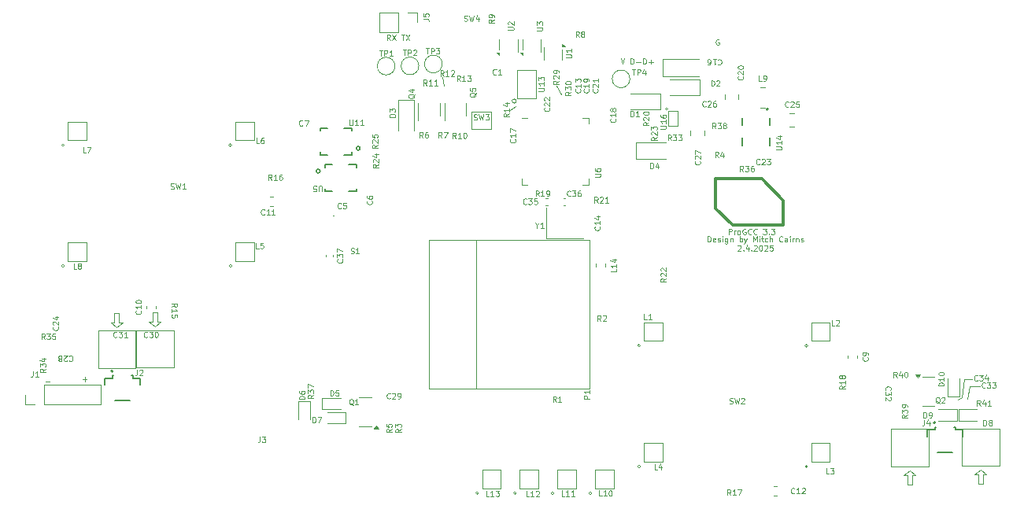
<source format=gbr>
G04 #@! TF.GenerationSoftware,KiCad,Pcbnew,8.0.2*
G04 #@! TF.CreationDate,2025-02-05T20:19:13-08:00*
G04 #@! TF.ProjectId,progcc_3.3_main,70726f67-6363-45f3-932e-335f6d61696e,1*
G04 #@! TF.SameCoordinates,Original*
G04 #@! TF.FileFunction,Legend,Top*
G04 #@! TF.FilePolarity,Positive*
%FSLAX46Y46*%
G04 Gerber Fmt 4.6, Leading zero omitted, Abs format (unit mm)*
G04 Created by KiCad (PCBNEW 8.0.2) date 2025-02-05 20:19:13*
%MOMM*%
%LPD*%
G01*
G04 APERTURE LIST*
%ADD10C,0.120000*%
%ADD11C,0.100000*%
%ADD12C,0.350000*%
%ADD13C,0.127000*%
%ADD14C,0.200000*%
%ADD15C,0.160000*%
G04 APERTURE END LIST*
D10*
X182524400Y-140589000D02*
X182765700Y-138607800D01*
X182092600Y-140843000D02*
X182524400Y-140589000D01*
X183362600Y-139369800D02*
X183083200Y-140792200D01*
X138895885Y-107049113D02*
X139462891Y-108017935D01*
X182765700Y-138607800D02*
X183654700Y-138607800D01*
X183362600Y-139369800D02*
X184480200Y-139369800D01*
X133956221Y-109678889D02*
X134554480Y-109290467D01*
X126640299Y-106173564D02*
X126823348Y-107079882D01*
D11*
X121026342Y-102151771D02*
X120826342Y-101866057D01*
X120683485Y-102151771D02*
X120683485Y-101551771D01*
X120683485Y-101551771D02*
X120912056Y-101551771D01*
X120912056Y-101551771D02*
X120969199Y-101580342D01*
X120969199Y-101580342D02*
X120997770Y-101608914D01*
X120997770Y-101608914D02*
X121026342Y-101666057D01*
X121026342Y-101666057D02*
X121026342Y-101751771D01*
X121026342Y-101751771D02*
X120997770Y-101808914D01*
X120997770Y-101808914D02*
X120969199Y-101837485D01*
X120969199Y-101837485D02*
X120912056Y-101866057D01*
X120912056Y-101866057D02*
X120683485Y-101866057D01*
X121226342Y-101551771D02*
X121626342Y-102151771D01*
X121626342Y-101551771D02*
X121226342Y-102151771D01*
X122226342Y-101551771D02*
X122569200Y-101551771D01*
X122397771Y-102151771D02*
X122397771Y-101551771D01*
X122712057Y-101551771D02*
X123112057Y-102151771D01*
X123112057Y-101551771D02*
X122712057Y-102151771D01*
X156402731Y-102092942D02*
X156345589Y-102064371D01*
X156345589Y-102064371D02*
X156259874Y-102064371D01*
X156259874Y-102064371D02*
X156174160Y-102092942D01*
X156174160Y-102092942D02*
X156117017Y-102150085D01*
X156117017Y-102150085D02*
X156088446Y-102207228D01*
X156088446Y-102207228D02*
X156059874Y-102321514D01*
X156059874Y-102321514D02*
X156059874Y-102407228D01*
X156059874Y-102407228D02*
X156088446Y-102521514D01*
X156088446Y-102521514D02*
X156117017Y-102578657D01*
X156117017Y-102578657D02*
X156174160Y-102635800D01*
X156174160Y-102635800D02*
X156259874Y-102664371D01*
X156259874Y-102664371D02*
X156317017Y-102664371D01*
X156317017Y-102664371D02*
X156402731Y-102635800D01*
X156402731Y-102635800D02*
X156431303Y-102607228D01*
X156431303Y-102607228D02*
X156431303Y-102407228D01*
X156431303Y-102407228D02*
X156317017Y-102407228D01*
X87940246Y-138656200D02*
X88397389Y-138656200D01*
X88168817Y-138884771D02*
X88168817Y-138427628D01*
X157435857Y-123055971D02*
X157435857Y-122455971D01*
X157435857Y-122455971D02*
X157664428Y-122455971D01*
X157664428Y-122455971D02*
X157721571Y-122484542D01*
X157721571Y-122484542D02*
X157750142Y-122513114D01*
X157750142Y-122513114D02*
X157778714Y-122570257D01*
X157778714Y-122570257D02*
X157778714Y-122655971D01*
X157778714Y-122655971D02*
X157750142Y-122713114D01*
X157750142Y-122713114D02*
X157721571Y-122741685D01*
X157721571Y-122741685D02*
X157664428Y-122770257D01*
X157664428Y-122770257D02*
X157435857Y-122770257D01*
X158035857Y-123055971D02*
X158035857Y-122655971D01*
X158035857Y-122770257D02*
X158064428Y-122713114D01*
X158064428Y-122713114D02*
X158093000Y-122684542D01*
X158093000Y-122684542D02*
X158150142Y-122655971D01*
X158150142Y-122655971D02*
X158207285Y-122655971D01*
X158493000Y-123055971D02*
X158435857Y-123027400D01*
X158435857Y-123027400D02*
X158407286Y-122998828D01*
X158407286Y-122998828D02*
X158378714Y-122941685D01*
X158378714Y-122941685D02*
X158378714Y-122770257D01*
X158378714Y-122770257D02*
X158407286Y-122713114D01*
X158407286Y-122713114D02*
X158435857Y-122684542D01*
X158435857Y-122684542D02*
X158493000Y-122655971D01*
X158493000Y-122655971D02*
X158578714Y-122655971D01*
X158578714Y-122655971D02*
X158635857Y-122684542D01*
X158635857Y-122684542D02*
X158664429Y-122713114D01*
X158664429Y-122713114D02*
X158693000Y-122770257D01*
X158693000Y-122770257D02*
X158693000Y-122941685D01*
X158693000Y-122941685D02*
X158664429Y-122998828D01*
X158664429Y-122998828D02*
X158635857Y-123027400D01*
X158635857Y-123027400D02*
X158578714Y-123055971D01*
X158578714Y-123055971D02*
X158493000Y-123055971D01*
X159264428Y-122484542D02*
X159207286Y-122455971D01*
X159207286Y-122455971D02*
X159121571Y-122455971D01*
X159121571Y-122455971D02*
X159035857Y-122484542D01*
X159035857Y-122484542D02*
X158978714Y-122541685D01*
X158978714Y-122541685D02*
X158950143Y-122598828D01*
X158950143Y-122598828D02*
X158921571Y-122713114D01*
X158921571Y-122713114D02*
X158921571Y-122798828D01*
X158921571Y-122798828D02*
X158950143Y-122913114D01*
X158950143Y-122913114D02*
X158978714Y-122970257D01*
X158978714Y-122970257D02*
X159035857Y-123027400D01*
X159035857Y-123027400D02*
X159121571Y-123055971D01*
X159121571Y-123055971D02*
X159178714Y-123055971D01*
X159178714Y-123055971D02*
X159264428Y-123027400D01*
X159264428Y-123027400D02*
X159293000Y-122998828D01*
X159293000Y-122998828D02*
X159293000Y-122798828D01*
X159293000Y-122798828D02*
X159178714Y-122798828D01*
X159893000Y-122998828D02*
X159864428Y-123027400D01*
X159864428Y-123027400D02*
X159778714Y-123055971D01*
X159778714Y-123055971D02*
X159721571Y-123055971D01*
X159721571Y-123055971D02*
X159635857Y-123027400D01*
X159635857Y-123027400D02*
X159578714Y-122970257D01*
X159578714Y-122970257D02*
X159550143Y-122913114D01*
X159550143Y-122913114D02*
X159521571Y-122798828D01*
X159521571Y-122798828D02*
X159521571Y-122713114D01*
X159521571Y-122713114D02*
X159550143Y-122598828D01*
X159550143Y-122598828D02*
X159578714Y-122541685D01*
X159578714Y-122541685D02*
X159635857Y-122484542D01*
X159635857Y-122484542D02*
X159721571Y-122455971D01*
X159721571Y-122455971D02*
X159778714Y-122455971D01*
X159778714Y-122455971D02*
X159864428Y-122484542D01*
X159864428Y-122484542D02*
X159893000Y-122513114D01*
X160493000Y-122998828D02*
X160464428Y-123027400D01*
X160464428Y-123027400D02*
X160378714Y-123055971D01*
X160378714Y-123055971D02*
X160321571Y-123055971D01*
X160321571Y-123055971D02*
X160235857Y-123027400D01*
X160235857Y-123027400D02*
X160178714Y-122970257D01*
X160178714Y-122970257D02*
X160150143Y-122913114D01*
X160150143Y-122913114D02*
X160121571Y-122798828D01*
X160121571Y-122798828D02*
X160121571Y-122713114D01*
X160121571Y-122713114D02*
X160150143Y-122598828D01*
X160150143Y-122598828D02*
X160178714Y-122541685D01*
X160178714Y-122541685D02*
X160235857Y-122484542D01*
X160235857Y-122484542D02*
X160321571Y-122455971D01*
X160321571Y-122455971D02*
X160378714Y-122455971D01*
X160378714Y-122455971D02*
X160464428Y-122484542D01*
X160464428Y-122484542D02*
X160493000Y-122513114D01*
X161150143Y-122455971D02*
X161521571Y-122455971D01*
X161521571Y-122455971D02*
X161321571Y-122684542D01*
X161321571Y-122684542D02*
X161407286Y-122684542D01*
X161407286Y-122684542D02*
X161464429Y-122713114D01*
X161464429Y-122713114D02*
X161493000Y-122741685D01*
X161493000Y-122741685D02*
X161521571Y-122798828D01*
X161521571Y-122798828D02*
X161521571Y-122941685D01*
X161521571Y-122941685D02*
X161493000Y-122998828D01*
X161493000Y-122998828D02*
X161464429Y-123027400D01*
X161464429Y-123027400D02*
X161407286Y-123055971D01*
X161407286Y-123055971D02*
X161235857Y-123055971D01*
X161235857Y-123055971D02*
X161178714Y-123027400D01*
X161178714Y-123027400D02*
X161150143Y-122998828D01*
X161778715Y-122998828D02*
X161807286Y-123027400D01*
X161807286Y-123027400D02*
X161778715Y-123055971D01*
X161778715Y-123055971D02*
X161750143Y-123027400D01*
X161750143Y-123027400D02*
X161778715Y-122998828D01*
X161778715Y-122998828D02*
X161778715Y-123055971D01*
X162007286Y-122455971D02*
X162378714Y-122455971D01*
X162378714Y-122455971D02*
X162178714Y-122684542D01*
X162178714Y-122684542D02*
X162264429Y-122684542D01*
X162264429Y-122684542D02*
X162321572Y-122713114D01*
X162321572Y-122713114D02*
X162350143Y-122741685D01*
X162350143Y-122741685D02*
X162378714Y-122798828D01*
X162378714Y-122798828D02*
X162378714Y-122941685D01*
X162378714Y-122941685D02*
X162350143Y-122998828D01*
X162350143Y-122998828D02*
X162321572Y-123027400D01*
X162321572Y-123027400D02*
X162264429Y-123055971D01*
X162264429Y-123055971D02*
X162093000Y-123055971D01*
X162093000Y-123055971D02*
X162035857Y-123027400D01*
X162035857Y-123027400D02*
X162007286Y-122998828D01*
X145842731Y-104121771D02*
X146042731Y-104721771D01*
X146042731Y-104721771D02*
X146242731Y-104121771D01*
X146899875Y-104721771D02*
X146899875Y-104121771D01*
X146899875Y-104121771D02*
X147042732Y-104121771D01*
X147042732Y-104121771D02*
X147128446Y-104150342D01*
X147128446Y-104150342D02*
X147185589Y-104207485D01*
X147185589Y-104207485D02*
X147214160Y-104264628D01*
X147214160Y-104264628D02*
X147242732Y-104378914D01*
X147242732Y-104378914D02*
X147242732Y-104464628D01*
X147242732Y-104464628D02*
X147214160Y-104578914D01*
X147214160Y-104578914D02*
X147185589Y-104636057D01*
X147185589Y-104636057D02*
X147128446Y-104693200D01*
X147128446Y-104693200D02*
X147042732Y-104721771D01*
X147042732Y-104721771D02*
X146899875Y-104721771D01*
X147499875Y-104493200D02*
X147957018Y-104493200D01*
X148242732Y-104721771D02*
X148242732Y-104121771D01*
X148242732Y-104121771D02*
X148385589Y-104121771D01*
X148385589Y-104121771D02*
X148471303Y-104150342D01*
X148471303Y-104150342D02*
X148528446Y-104207485D01*
X148528446Y-104207485D02*
X148557017Y-104264628D01*
X148557017Y-104264628D02*
X148585589Y-104378914D01*
X148585589Y-104378914D02*
X148585589Y-104464628D01*
X148585589Y-104464628D02*
X148557017Y-104578914D01*
X148557017Y-104578914D02*
X148528446Y-104636057D01*
X148528446Y-104636057D02*
X148471303Y-104693200D01*
X148471303Y-104693200D02*
X148385589Y-104721771D01*
X148385589Y-104721771D02*
X148242732Y-104721771D01*
X148842732Y-104493200D02*
X149299875Y-104493200D01*
X149071303Y-104721771D02*
X149071303Y-104264628D01*
X155191429Y-123859388D02*
X155191429Y-123259388D01*
X155191429Y-123259388D02*
X155334286Y-123259388D01*
X155334286Y-123259388D02*
X155420000Y-123287959D01*
X155420000Y-123287959D02*
X155477143Y-123345102D01*
X155477143Y-123345102D02*
X155505714Y-123402245D01*
X155505714Y-123402245D02*
X155534286Y-123516531D01*
X155534286Y-123516531D02*
X155534286Y-123602245D01*
X155534286Y-123602245D02*
X155505714Y-123716531D01*
X155505714Y-123716531D02*
X155477143Y-123773674D01*
X155477143Y-123773674D02*
X155420000Y-123830817D01*
X155420000Y-123830817D02*
X155334286Y-123859388D01*
X155334286Y-123859388D02*
X155191429Y-123859388D01*
X156020000Y-123830817D02*
X155962857Y-123859388D01*
X155962857Y-123859388D02*
X155848572Y-123859388D01*
X155848572Y-123859388D02*
X155791429Y-123830817D01*
X155791429Y-123830817D02*
X155762857Y-123773674D01*
X155762857Y-123773674D02*
X155762857Y-123545102D01*
X155762857Y-123545102D02*
X155791429Y-123487959D01*
X155791429Y-123487959D02*
X155848572Y-123459388D01*
X155848572Y-123459388D02*
X155962857Y-123459388D01*
X155962857Y-123459388D02*
X156020000Y-123487959D01*
X156020000Y-123487959D02*
X156048572Y-123545102D01*
X156048572Y-123545102D02*
X156048572Y-123602245D01*
X156048572Y-123602245D02*
X155762857Y-123659388D01*
X156277143Y-123830817D02*
X156334286Y-123859388D01*
X156334286Y-123859388D02*
X156448572Y-123859388D01*
X156448572Y-123859388D02*
X156505715Y-123830817D01*
X156505715Y-123830817D02*
X156534286Y-123773674D01*
X156534286Y-123773674D02*
X156534286Y-123745102D01*
X156534286Y-123745102D02*
X156505715Y-123687959D01*
X156505715Y-123687959D02*
X156448572Y-123659388D01*
X156448572Y-123659388D02*
X156362858Y-123659388D01*
X156362858Y-123659388D02*
X156305715Y-123630817D01*
X156305715Y-123630817D02*
X156277143Y-123573674D01*
X156277143Y-123573674D02*
X156277143Y-123545102D01*
X156277143Y-123545102D02*
X156305715Y-123487959D01*
X156305715Y-123487959D02*
X156362858Y-123459388D01*
X156362858Y-123459388D02*
X156448572Y-123459388D01*
X156448572Y-123459388D02*
X156505715Y-123487959D01*
X156791429Y-123859388D02*
X156791429Y-123459388D01*
X156791429Y-123259388D02*
X156762857Y-123287959D01*
X156762857Y-123287959D02*
X156791429Y-123316531D01*
X156791429Y-123316531D02*
X156820000Y-123287959D01*
X156820000Y-123287959D02*
X156791429Y-123259388D01*
X156791429Y-123259388D02*
X156791429Y-123316531D01*
X157334286Y-123459388D02*
X157334286Y-123945102D01*
X157334286Y-123945102D02*
X157305714Y-124002245D01*
X157305714Y-124002245D02*
X157277143Y-124030817D01*
X157277143Y-124030817D02*
X157220000Y-124059388D01*
X157220000Y-124059388D02*
X157134286Y-124059388D01*
X157134286Y-124059388D02*
X157077143Y-124030817D01*
X157334286Y-123830817D02*
X157277143Y-123859388D01*
X157277143Y-123859388D02*
X157162857Y-123859388D01*
X157162857Y-123859388D02*
X157105714Y-123830817D01*
X157105714Y-123830817D02*
X157077143Y-123802245D01*
X157077143Y-123802245D02*
X157048571Y-123745102D01*
X157048571Y-123745102D02*
X157048571Y-123573674D01*
X157048571Y-123573674D02*
X157077143Y-123516531D01*
X157077143Y-123516531D02*
X157105714Y-123487959D01*
X157105714Y-123487959D02*
X157162857Y-123459388D01*
X157162857Y-123459388D02*
X157277143Y-123459388D01*
X157277143Y-123459388D02*
X157334286Y-123487959D01*
X157620000Y-123459388D02*
X157620000Y-123859388D01*
X157620000Y-123516531D02*
X157648571Y-123487959D01*
X157648571Y-123487959D02*
X157705714Y-123459388D01*
X157705714Y-123459388D02*
X157791428Y-123459388D01*
X157791428Y-123459388D02*
X157848571Y-123487959D01*
X157848571Y-123487959D02*
X157877143Y-123545102D01*
X157877143Y-123545102D02*
X157877143Y-123859388D01*
X158620000Y-123859388D02*
X158620000Y-123259388D01*
X158620000Y-123487959D02*
X158677143Y-123459388D01*
X158677143Y-123459388D02*
X158791428Y-123459388D01*
X158791428Y-123459388D02*
X158848571Y-123487959D01*
X158848571Y-123487959D02*
X158877143Y-123516531D01*
X158877143Y-123516531D02*
X158905714Y-123573674D01*
X158905714Y-123573674D02*
X158905714Y-123745102D01*
X158905714Y-123745102D02*
X158877143Y-123802245D01*
X158877143Y-123802245D02*
X158848571Y-123830817D01*
X158848571Y-123830817D02*
X158791428Y-123859388D01*
X158791428Y-123859388D02*
X158677143Y-123859388D01*
X158677143Y-123859388D02*
X158620000Y-123830817D01*
X159105714Y-123459388D02*
X159248571Y-123859388D01*
X159391428Y-123459388D02*
X159248571Y-123859388D01*
X159248571Y-123859388D02*
X159191428Y-124002245D01*
X159191428Y-124002245D02*
X159162857Y-124030817D01*
X159162857Y-124030817D02*
X159105714Y-124059388D01*
X160077143Y-123859388D02*
X160077143Y-123259388D01*
X160077143Y-123259388D02*
X160277143Y-123687959D01*
X160277143Y-123687959D02*
X160477143Y-123259388D01*
X160477143Y-123259388D02*
X160477143Y-123859388D01*
X160762857Y-123859388D02*
X160762857Y-123459388D01*
X160762857Y-123259388D02*
X160734285Y-123287959D01*
X160734285Y-123287959D02*
X160762857Y-123316531D01*
X160762857Y-123316531D02*
X160791428Y-123287959D01*
X160791428Y-123287959D02*
X160762857Y-123259388D01*
X160762857Y-123259388D02*
X160762857Y-123316531D01*
X160962856Y-123459388D02*
X161191428Y-123459388D01*
X161048571Y-123259388D02*
X161048571Y-123773674D01*
X161048571Y-123773674D02*
X161077142Y-123830817D01*
X161077142Y-123830817D02*
X161134285Y-123859388D01*
X161134285Y-123859388D02*
X161191428Y-123859388D01*
X161648571Y-123830817D02*
X161591428Y-123859388D01*
X161591428Y-123859388D02*
X161477142Y-123859388D01*
X161477142Y-123859388D02*
X161419999Y-123830817D01*
X161419999Y-123830817D02*
X161391428Y-123802245D01*
X161391428Y-123802245D02*
X161362856Y-123745102D01*
X161362856Y-123745102D02*
X161362856Y-123573674D01*
X161362856Y-123573674D02*
X161391428Y-123516531D01*
X161391428Y-123516531D02*
X161419999Y-123487959D01*
X161419999Y-123487959D02*
X161477142Y-123459388D01*
X161477142Y-123459388D02*
X161591428Y-123459388D01*
X161591428Y-123459388D02*
X161648571Y-123487959D01*
X161905714Y-123859388D02*
X161905714Y-123259388D01*
X162162857Y-123859388D02*
X162162857Y-123545102D01*
X162162857Y-123545102D02*
X162134285Y-123487959D01*
X162134285Y-123487959D02*
X162077142Y-123459388D01*
X162077142Y-123459388D02*
X161991428Y-123459388D01*
X161991428Y-123459388D02*
X161934285Y-123487959D01*
X161934285Y-123487959D02*
X161905714Y-123516531D01*
X163248571Y-123802245D02*
X163219999Y-123830817D01*
X163219999Y-123830817D02*
X163134285Y-123859388D01*
X163134285Y-123859388D02*
X163077142Y-123859388D01*
X163077142Y-123859388D02*
X162991428Y-123830817D01*
X162991428Y-123830817D02*
X162934285Y-123773674D01*
X162934285Y-123773674D02*
X162905714Y-123716531D01*
X162905714Y-123716531D02*
X162877142Y-123602245D01*
X162877142Y-123602245D02*
X162877142Y-123516531D01*
X162877142Y-123516531D02*
X162905714Y-123402245D01*
X162905714Y-123402245D02*
X162934285Y-123345102D01*
X162934285Y-123345102D02*
X162991428Y-123287959D01*
X162991428Y-123287959D02*
X163077142Y-123259388D01*
X163077142Y-123259388D02*
X163134285Y-123259388D01*
X163134285Y-123259388D02*
X163219999Y-123287959D01*
X163219999Y-123287959D02*
X163248571Y-123316531D01*
X163762857Y-123859388D02*
X163762857Y-123545102D01*
X163762857Y-123545102D02*
X163734285Y-123487959D01*
X163734285Y-123487959D02*
X163677142Y-123459388D01*
X163677142Y-123459388D02*
X163562857Y-123459388D01*
X163562857Y-123459388D02*
X163505714Y-123487959D01*
X163762857Y-123830817D02*
X163705714Y-123859388D01*
X163705714Y-123859388D02*
X163562857Y-123859388D01*
X163562857Y-123859388D02*
X163505714Y-123830817D01*
X163505714Y-123830817D02*
X163477142Y-123773674D01*
X163477142Y-123773674D02*
X163477142Y-123716531D01*
X163477142Y-123716531D02*
X163505714Y-123659388D01*
X163505714Y-123659388D02*
X163562857Y-123630817D01*
X163562857Y-123630817D02*
X163705714Y-123630817D01*
X163705714Y-123630817D02*
X163762857Y-123602245D01*
X164048571Y-123859388D02*
X164048571Y-123459388D01*
X164048571Y-123259388D02*
X164019999Y-123287959D01*
X164019999Y-123287959D02*
X164048571Y-123316531D01*
X164048571Y-123316531D02*
X164077142Y-123287959D01*
X164077142Y-123287959D02*
X164048571Y-123259388D01*
X164048571Y-123259388D02*
X164048571Y-123316531D01*
X164334285Y-123859388D02*
X164334285Y-123459388D01*
X164334285Y-123573674D02*
X164362856Y-123516531D01*
X164362856Y-123516531D02*
X164391428Y-123487959D01*
X164391428Y-123487959D02*
X164448570Y-123459388D01*
X164448570Y-123459388D02*
X164505713Y-123459388D01*
X164705714Y-123459388D02*
X164705714Y-123859388D01*
X164705714Y-123516531D02*
X164734285Y-123487959D01*
X164734285Y-123487959D02*
X164791428Y-123459388D01*
X164791428Y-123459388D02*
X164877142Y-123459388D01*
X164877142Y-123459388D02*
X164934285Y-123487959D01*
X164934285Y-123487959D02*
X164962857Y-123545102D01*
X164962857Y-123545102D02*
X164962857Y-123859388D01*
X165219999Y-123830817D02*
X165277142Y-123859388D01*
X165277142Y-123859388D02*
X165391428Y-123859388D01*
X165391428Y-123859388D02*
X165448571Y-123830817D01*
X165448571Y-123830817D02*
X165477142Y-123773674D01*
X165477142Y-123773674D02*
X165477142Y-123745102D01*
X165477142Y-123745102D02*
X165448571Y-123687959D01*
X165448571Y-123687959D02*
X165391428Y-123659388D01*
X165391428Y-123659388D02*
X165305714Y-123659388D01*
X165305714Y-123659388D02*
X165248571Y-123630817D01*
X165248571Y-123630817D02*
X165219999Y-123573674D01*
X165219999Y-123573674D02*
X165219999Y-123545102D01*
X165219999Y-123545102D02*
X165248571Y-123487959D01*
X165248571Y-123487959D02*
X165305714Y-123459388D01*
X165305714Y-123459388D02*
X165391428Y-123459388D01*
X165391428Y-123459388D02*
X165448571Y-123487959D01*
X158434284Y-124282497D02*
X158462856Y-124253925D01*
X158462856Y-124253925D02*
X158519999Y-124225354D01*
X158519999Y-124225354D02*
X158662856Y-124225354D01*
X158662856Y-124225354D02*
X158719999Y-124253925D01*
X158719999Y-124253925D02*
X158748570Y-124282497D01*
X158748570Y-124282497D02*
X158777141Y-124339640D01*
X158777141Y-124339640D02*
X158777141Y-124396783D01*
X158777141Y-124396783D02*
X158748570Y-124482497D01*
X158748570Y-124482497D02*
X158405713Y-124825354D01*
X158405713Y-124825354D02*
X158777141Y-124825354D01*
X159034285Y-124768211D02*
X159062856Y-124796783D01*
X159062856Y-124796783D02*
X159034285Y-124825354D01*
X159034285Y-124825354D02*
X159005713Y-124796783D01*
X159005713Y-124796783D02*
X159034285Y-124768211D01*
X159034285Y-124768211D02*
X159034285Y-124825354D01*
X159577142Y-124425354D02*
X159577142Y-124825354D01*
X159434284Y-124196783D02*
X159291427Y-124625354D01*
X159291427Y-124625354D02*
X159662856Y-124625354D01*
X159891428Y-124768211D02*
X159919999Y-124796783D01*
X159919999Y-124796783D02*
X159891428Y-124825354D01*
X159891428Y-124825354D02*
X159862856Y-124796783D01*
X159862856Y-124796783D02*
X159891428Y-124768211D01*
X159891428Y-124768211D02*
X159891428Y-124825354D01*
X160148570Y-124282497D02*
X160177142Y-124253925D01*
X160177142Y-124253925D02*
X160234285Y-124225354D01*
X160234285Y-124225354D02*
X160377142Y-124225354D01*
X160377142Y-124225354D02*
X160434285Y-124253925D01*
X160434285Y-124253925D02*
X160462856Y-124282497D01*
X160462856Y-124282497D02*
X160491427Y-124339640D01*
X160491427Y-124339640D02*
X160491427Y-124396783D01*
X160491427Y-124396783D02*
X160462856Y-124482497D01*
X160462856Y-124482497D02*
X160119999Y-124825354D01*
X160119999Y-124825354D02*
X160491427Y-124825354D01*
X160862856Y-124225354D02*
X160919999Y-124225354D01*
X160919999Y-124225354D02*
X160977142Y-124253925D01*
X160977142Y-124253925D02*
X161005714Y-124282497D01*
X161005714Y-124282497D02*
X161034285Y-124339640D01*
X161034285Y-124339640D02*
X161062856Y-124453925D01*
X161062856Y-124453925D02*
X161062856Y-124596783D01*
X161062856Y-124596783D02*
X161034285Y-124711068D01*
X161034285Y-124711068D02*
X161005714Y-124768211D01*
X161005714Y-124768211D02*
X160977142Y-124796783D01*
X160977142Y-124796783D02*
X160919999Y-124825354D01*
X160919999Y-124825354D02*
X160862856Y-124825354D01*
X160862856Y-124825354D02*
X160805714Y-124796783D01*
X160805714Y-124796783D02*
X160777142Y-124768211D01*
X160777142Y-124768211D02*
X160748571Y-124711068D01*
X160748571Y-124711068D02*
X160719999Y-124596783D01*
X160719999Y-124596783D02*
X160719999Y-124453925D01*
X160719999Y-124453925D02*
X160748571Y-124339640D01*
X160748571Y-124339640D02*
X160777142Y-124282497D01*
X160777142Y-124282497D02*
X160805714Y-124253925D01*
X160805714Y-124253925D02*
X160862856Y-124225354D01*
X161291428Y-124282497D02*
X161320000Y-124253925D01*
X161320000Y-124253925D02*
X161377143Y-124225354D01*
X161377143Y-124225354D02*
X161520000Y-124225354D01*
X161520000Y-124225354D02*
X161577143Y-124253925D01*
X161577143Y-124253925D02*
X161605714Y-124282497D01*
X161605714Y-124282497D02*
X161634285Y-124339640D01*
X161634285Y-124339640D02*
X161634285Y-124396783D01*
X161634285Y-124396783D02*
X161605714Y-124482497D01*
X161605714Y-124482497D02*
X161262857Y-124825354D01*
X161262857Y-124825354D02*
X161634285Y-124825354D01*
X162177143Y-124225354D02*
X161891429Y-124225354D01*
X161891429Y-124225354D02*
X161862857Y-124511068D01*
X161862857Y-124511068D02*
X161891429Y-124482497D01*
X161891429Y-124482497D02*
X161948572Y-124453925D01*
X161948572Y-124453925D02*
X162091429Y-124453925D01*
X162091429Y-124453925D02*
X162148572Y-124482497D01*
X162148572Y-124482497D02*
X162177143Y-124511068D01*
X162177143Y-124511068D02*
X162205714Y-124568211D01*
X162205714Y-124568211D02*
X162205714Y-124711068D01*
X162205714Y-124711068D02*
X162177143Y-124768211D01*
X162177143Y-124768211D02*
X162148572Y-124796783D01*
X162148572Y-124796783D02*
X162091429Y-124825354D01*
X162091429Y-124825354D02*
X161948572Y-124825354D01*
X161948572Y-124825354D02*
X161891429Y-124796783D01*
X161891429Y-124796783D02*
X161862857Y-124768211D01*
X83952446Y-138884800D02*
X84409589Y-138884800D01*
X86505714Y-136159771D02*
X86534286Y-136131200D01*
X86534286Y-136131200D02*
X86620000Y-136102628D01*
X86620000Y-136102628D02*
X86677143Y-136102628D01*
X86677143Y-136102628D02*
X86762857Y-136131200D01*
X86762857Y-136131200D02*
X86820000Y-136188342D01*
X86820000Y-136188342D02*
X86848571Y-136245485D01*
X86848571Y-136245485D02*
X86877143Y-136359771D01*
X86877143Y-136359771D02*
X86877143Y-136445485D01*
X86877143Y-136445485D02*
X86848571Y-136559771D01*
X86848571Y-136559771D02*
X86820000Y-136616914D01*
X86820000Y-136616914D02*
X86762857Y-136674057D01*
X86762857Y-136674057D02*
X86677143Y-136702628D01*
X86677143Y-136702628D02*
X86620000Y-136702628D01*
X86620000Y-136702628D02*
X86534286Y-136674057D01*
X86534286Y-136674057D02*
X86505714Y-136645485D01*
X86277143Y-136645485D02*
X86248571Y-136674057D01*
X86248571Y-136674057D02*
X86191429Y-136702628D01*
X86191429Y-136702628D02*
X86048571Y-136702628D01*
X86048571Y-136702628D02*
X85991429Y-136674057D01*
X85991429Y-136674057D02*
X85962857Y-136645485D01*
X85962857Y-136645485D02*
X85934286Y-136588342D01*
X85934286Y-136588342D02*
X85934286Y-136531200D01*
X85934286Y-136531200D02*
X85962857Y-136445485D01*
X85962857Y-136445485D02*
X86305714Y-136102628D01*
X86305714Y-136102628D02*
X85934286Y-136102628D01*
X85591428Y-136445485D02*
X85648571Y-136474057D01*
X85648571Y-136474057D02*
X85677142Y-136502628D01*
X85677142Y-136502628D02*
X85705714Y-136559771D01*
X85705714Y-136559771D02*
X85705714Y-136588342D01*
X85705714Y-136588342D02*
X85677142Y-136645485D01*
X85677142Y-136645485D02*
X85648571Y-136674057D01*
X85648571Y-136674057D02*
X85591428Y-136702628D01*
X85591428Y-136702628D02*
X85477142Y-136702628D01*
X85477142Y-136702628D02*
X85420000Y-136674057D01*
X85420000Y-136674057D02*
X85391428Y-136645485D01*
X85391428Y-136645485D02*
X85362857Y-136588342D01*
X85362857Y-136588342D02*
X85362857Y-136559771D01*
X85362857Y-136559771D02*
X85391428Y-136502628D01*
X85391428Y-136502628D02*
X85420000Y-136474057D01*
X85420000Y-136474057D02*
X85477142Y-136445485D01*
X85477142Y-136445485D02*
X85591428Y-136445485D01*
X85591428Y-136445485D02*
X85648571Y-136416914D01*
X85648571Y-136416914D02*
X85677142Y-136388342D01*
X85677142Y-136388342D02*
X85705714Y-136331200D01*
X85705714Y-136331200D02*
X85705714Y-136216914D01*
X85705714Y-136216914D02*
X85677142Y-136159771D01*
X85677142Y-136159771D02*
X85648571Y-136131200D01*
X85648571Y-136131200D02*
X85591428Y-136102628D01*
X85591428Y-136102628D02*
X85477142Y-136102628D01*
X85477142Y-136102628D02*
X85420000Y-136131200D01*
X85420000Y-136131200D02*
X85391428Y-136159771D01*
X85391428Y-136159771D02*
X85362857Y-136216914D01*
X85362857Y-136216914D02*
X85362857Y-136331200D01*
X85362857Y-136331200D02*
X85391428Y-136388342D01*
X85391428Y-136388342D02*
X85420000Y-136416914D01*
X85420000Y-136416914D02*
X85477142Y-136445485D01*
X163884285Y-109305228D02*
X163855713Y-109333800D01*
X163855713Y-109333800D02*
X163769999Y-109362371D01*
X163769999Y-109362371D02*
X163712856Y-109362371D01*
X163712856Y-109362371D02*
X163627142Y-109333800D01*
X163627142Y-109333800D02*
X163569999Y-109276657D01*
X163569999Y-109276657D02*
X163541428Y-109219514D01*
X163541428Y-109219514D02*
X163512856Y-109105228D01*
X163512856Y-109105228D02*
X163512856Y-109019514D01*
X163512856Y-109019514D02*
X163541428Y-108905228D01*
X163541428Y-108905228D02*
X163569999Y-108848085D01*
X163569999Y-108848085D02*
X163627142Y-108790942D01*
X163627142Y-108790942D02*
X163712856Y-108762371D01*
X163712856Y-108762371D02*
X163769999Y-108762371D01*
X163769999Y-108762371D02*
X163855713Y-108790942D01*
X163855713Y-108790942D02*
X163884285Y-108819514D01*
X164112856Y-108819514D02*
X164141428Y-108790942D01*
X164141428Y-108790942D02*
X164198571Y-108762371D01*
X164198571Y-108762371D02*
X164341428Y-108762371D01*
X164341428Y-108762371D02*
X164398571Y-108790942D01*
X164398571Y-108790942D02*
X164427142Y-108819514D01*
X164427142Y-108819514D02*
X164455713Y-108876657D01*
X164455713Y-108876657D02*
X164455713Y-108933800D01*
X164455713Y-108933800D02*
X164427142Y-109019514D01*
X164427142Y-109019514D02*
X164084285Y-109362371D01*
X164084285Y-109362371D02*
X164455713Y-109362371D01*
X164998571Y-108762371D02*
X164712857Y-108762371D01*
X164712857Y-108762371D02*
X164684285Y-109048085D01*
X164684285Y-109048085D02*
X164712857Y-109019514D01*
X164712857Y-109019514D02*
X164770000Y-108990942D01*
X164770000Y-108990942D02*
X164912857Y-108990942D01*
X164912857Y-108990942D02*
X164970000Y-109019514D01*
X164970000Y-109019514D02*
X164998571Y-109048085D01*
X164998571Y-109048085D02*
X165027142Y-109105228D01*
X165027142Y-109105228D02*
X165027142Y-109248085D01*
X165027142Y-109248085D02*
X164998571Y-109305228D01*
X164998571Y-109305228D02*
X164970000Y-109333800D01*
X164970000Y-109333800D02*
X164912857Y-109362371D01*
X164912857Y-109362371D02*
X164770000Y-109362371D01*
X164770000Y-109362371D02*
X164712857Y-109333800D01*
X164712857Y-109333800D02*
X164684285Y-109305228D01*
X128993999Y-100065800D02*
X129079714Y-100094371D01*
X129079714Y-100094371D02*
X129222571Y-100094371D01*
X129222571Y-100094371D02*
X129279714Y-100065800D01*
X129279714Y-100065800D02*
X129308285Y-100037228D01*
X129308285Y-100037228D02*
X129336856Y-99980085D01*
X129336856Y-99980085D02*
X129336856Y-99922942D01*
X129336856Y-99922942D02*
X129308285Y-99865800D01*
X129308285Y-99865800D02*
X129279714Y-99837228D01*
X129279714Y-99837228D02*
X129222571Y-99808657D01*
X129222571Y-99808657D02*
X129108285Y-99780085D01*
X129108285Y-99780085D02*
X129051142Y-99751514D01*
X129051142Y-99751514D02*
X129022571Y-99722942D01*
X129022571Y-99722942D02*
X128993999Y-99665800D01*
X128993999Y-99665800D02*
X128993999Y-99608657D01*
X128993999Y-99608657D02*
X129022571Y-99551514D01*
X129022571Y-99551514D02*
X129051142Y-99522942D01*
X129051142Y-99522942D02*
X129108285Y-99494371D01*
X129108285Y-99494371D02*
X129251142Y-99494371D01*
X129251142Y-99494371D02*
X129336856Y-99522942D01*
X129536857Y-99494371D02*
X129679714Y-100094371D01*
X129679714Y-100094371D02*
X129794000Y-99665800D01*
X129794000Y-99665800D02*
X129908285Y-100094371D01*
X129908285Y-100094371D02*
X130051143Y-99494371D01*
X130536857Y-99694371D02*
X130536857Y-100094371D01*
X130393999Y-99465800D02*
X130251142Y-99894371D01*
X130251142Y-99894371D02*
X130622571Y-99894371D01*
X139181649Y-106519580D02*
X138895935Y-106719580D01*
X139181649Y-106862437D02*
X138581649Y-106862437D01*
X138581649Y-106862437D02*
X138581649Y-106633866D01*
X138581649Y-106633866D02*
X138610220Y-106576723D01*
X138610220Y-106576723D02*
X138638792Y-106548152D01*
X138638792Y-106548152D02*
X138695935Y-106519580D01*
X138695935Y-106519580D02*
X138781649Y-106519580D01*
X138781649Y-106519580D02*
X138838792Y-106548152D01*
X138838792Y-106548152D02*
X138867363Y-106576723D01*
X138867363Y-106576723D02*
X138895935Y-106633866D01*
X138895935Y-106633866D02*
X138895935Y-106862437D01*
X138638792Y-106291009D02*
X138610220Y-106262437D01*
X138610220Y-106262437D02*
X138581649Y-106205295D01*
X138581649Y-106205295D02*
X138581649Y-106062437D01*
X138581649Y-106062437D02*
X138610220Y-106005295D01*
X138610220Y-106005295D02*
X138638792Y-105976723D01*
X138638792Y-105976723D02*
X138695935Y-105948152D01*
X138695935Y-105948152D02*
X138753078Y-105948152D01*
X138753078Y-105948152D02*
X138838792Y-105976723D01*
X138838792Y-105976723D02*
X139181649Y-106319580D01*
X139181649Y-106319580D02*
X139181649Y-105948152D01*
X139181649Y-105662437D02*
X139181649Y-105548151D01*
X139181649Y-105548151D02*
X139153078Y-105491008D01*
X139153078Y-105491008D02*
X139124506Y-105462437D01*
X139124506Y-105462437D02*
X139038792Y-105405294D01*
X139038792Y-105405294D02*
X138924506Y-105376723D01*
X138924506Y-105376723D02*
X138695935Y-105376723D01*
X138695935Y-105376723D02*
X138638792Y-105405294D01*
X138638792Y-105405294D02*
X138610220Y-105433866D01*
X138610220Y-105433866D02*
X138581649Y-105491008D01*
X138581649Y-105491008D02*
X138581649Y-105605294D01*
X138581649Y-105605294D02*
X138610220Y-105662437D01*
X138610220Y-105662437D02*
X138638792Y-105691008D01*
X138638792Y-105691008D02*
X138695935Y-105719580D01*
X138695935Y-105719580D02*
X138838792Y-105719580D01*
X138838792Y-105719580D02*
X138895935Y-105691008D01*
X138895935Y-105691008D02*
X138924506Y-105662437D01*
X138924506Y-105662437D02*
X138953078Y-105605294D01*
X138953078Y-105605294D02*
X138953078Y-105491008D01*
X138953078Y-105491008D02*
X138924506Y-105433866D01*
X138924506Y-105433866D02*
X138895935Y-105405294D01*
X138895935Y-105405294D02*
X138838792Y-105376723D01*
X178398543Y-142791771D02*
X178398543Y-142191771D01*
X178398543Y-142191771D02*
X178541400Y-142191771D01*
X178541400Y-142191771D02*
X178627114Y-142220342D01*
X178627114Y-142220342D02*
X178684257Y-142277485D01*
X178684257Y-142277485D02*
X178712828Y-142334628D01*
X178712828Y-142334628D02*
X178741400Y-142448914D01*
X178741400Y-142448914D02*
X178741400Y-142534628D01*
X178741400Y-142534628D02*
X178712828Y-142648914D01*
X178712828Y-142648914D02*
X178684257Y-142706057D01*
X178684257Y-142706057D02*
X178627114Y-142763200D01*
X178627114Y-142763200D02*
X178541400Y-142791771D01*
X178541400Y-142791771D02*
X178398543Y-142791771D01*
X179027114Y-142791771D02*
X179141400Y-142791771D01*
X179141400Y-142791771D02*
X179198543Y-142763200D01*
X179198543Y-142763200D02*
X179227114Y-142734628D01*
X179227114Y-142734628D02*
X179284257Y-142648914D01*
X179284257Y-142648914D02*
X179312828Y-142534628D01*
X179312828Y-142534628D02*
X179312828Y-142306057D01*
X179312828Y-142306057D02*
X179284257Y-142248914D01*
X179284257Y-142248914D02*
X179255686Y-142220342D01*
X179255686Y-142220342D02*
X179198543Y-142191771D01*
X179198543Y-142191771D02*
X179084257Y-142191771D01*
X179084257Y-142191771D02*
X179027114Y-142220342D01*
X179027114Y-142220342D02*
X178998543Y-142248914D01*
X178998543Y-142248914D02*
X178969971Y-142306057D01*
X178969971Y-142306057D02*
X178969971Y-142448914D01*
X178969971Y-142448914D02*
X178998543Y-142506057D01*
X178998543Y-142506057D02*
X179027114Y-142534628D01*
X179027114Y-142534628D02*
X179084257Y-142563200D01*
X179084257Y-142563200D02*
X179198543Y-142563200D01*
X179198543Y-142563200D02*
X179255686Y-142534628D01*
X179255686Y-142534628D02*
X179284257Y-142506057D01*
X179284257Y-142506057D02*
X179312828Y-142448914D01*
X168810000Y-132860371D02*
X168524286Y-132860371D01*
X168524286Y-132860371D02*
X168524286Y-132260371D01*
X168981428Y-132317514D02*
X169010000Y-132288942D01*
X169010000Y-132288942D02*
X169067143Y-132260371D01*
X169067143Y-132260371D02*
X169210000Y-132260371D01*
X169210000Y-132260371D02*
X169267143Y-132288942D01*
X169267143Y-132288942D02*
X169295714Y-132317514D01*
X169295714Y-132317514D02*
X169324285Y-132374657D01*
X169324285Y-132374657D02*
X169324285Y-132431800D01*
X169324285Y-132431800D02*
X169295714Y-132517514D01*
X169295714Y-132517514D02*
X168952857Y-132860371D01*
X168952857Y-132860371D02*
X169324285Y-132860371D01*
X119065228Y-119449999D02*
X119093800Y-119478571D01*
X119093800Y-119478571D02*
X119122371Y-119564285D01*
X119122371Y-119564285D02*
X119122371Y-119621428D01*
X119122371Y-119621428D02*
X119093800Y-119707142D01*
X119093800Y-119707142D02*
X119036657Y-119764285D01*
X119036657Y-119764285D02*
X118979514Y-119792856D01*
X118979514Y-119792856D02*
X118865228Y-119821428D01*
X118865228Y-119821428D02*
X118779514Y-119821428D01*
X118779514Y-119821428D02*
X118665228Y-119792856D01*
X118665228Y-119792856D02*
X118608085Y-119764285D01*
X118608085Y-119764285D02*
X118550942Y-119707142D01*
X118550942Y-119707142D02*
X118522371Y-119621428D01*
X118522371Y-119621428D02*
X118522371Y-119564285D01*
X118522371Y-119564285D02*
X118550942Y-119478571D01*
X118550942Y-119478571D02*
X118579514Y-119449999D01*
X118522371Y-118935714D02*
X118522371Y-119049999D01*
X118522371Y-119049999D02*
X118550942Y-119107142D01*
X118550942Y-119107142D02*
X118579514Y-119135714D01*
X118579514Y-119135714D02*
X118665228Y-119192856D01*
X118665228Y-119192856D02*
X118779514Y-119221428D01*
X118779514Y-119221428D02*
X119008085Y-119221428D01*
X119008085Y-119221428D02*
X119065228Y-119192856D01*
X119065228Y-119192856D02*
X119093800Y-119164285D01*
X119093800Y-119164285D02*
X119122371Y-119107142D01*
X119122371Y-119107142D02*
X119122371Y-118992856D01*
X119122371Y-118992856D02*
X119093800Y-118935714D01*
X119093800Y-118935714D02*
X119065228Y-118907142D01*
X119065228Y-118907142D02*
X119008085Y-118878571D01*
X119008085Y-118878571D02*
X118865228Y-118878571D01*
X118865228Y-118878571D02*
X118808085Y-118907142D01*
X118808085Y-118907142D02*
X118779514Y-118935714D01*
X118779514Y-118935714D02*
X118750942Y-118992856D01*
X118750942Y-118992856D02*
X118750942Y-119107142D01*
X118750942Y-119107142D02*
X118779514Y-119164285D01*
X118779514Y-119164285D02*
X118808085Y-119192856D01*
X118808085Y-119192856D02*
X118865228Y-119221428D01*
X156333714Y-114772197D02*
X156133714Y-114486483D01*
X155990857Y-114772197D02*
X155990857Y-114172197D01*
X155990857Y-114172197D02*
X156219428Y-114172197D01*
X156219428Y-114172197D02*
X156276571Y-114200768D01*
X156276571Y-114200768D02*
X156305142Y-114229340D01*
X156305142Y-114229340D02*
X156333714Y-114286483D01*
X156333714Y-114286483D02*
X156333714Y-114372197D01*
X156333714Y-114372197D02*
X156305142Y-114429340D01*
X156305142Y-114429340D02*
X156276571Y-114457911D01*
X156276571Y-114457911D02*
X156219428Y-114486483D01*
X156219428Y-114486483D02*
X155990857Y-114486483D01*
X156848000Y-114372197D02*
X156848000Y-114772197D01*
X156705142Y-114143626D02*
X156562285Y-114572197D01*
X156562285Y-114572197D02*
X156933714Y-114572197D01*
X154345228Y-115165714D02*
X154373800Y-115194286D01*
X154373800Y-115194286D02*
X154402371Y-115280000D01*
X154402371Y-115280000D02*
X154402371Y-115337143D01*
X154402371Y-115337143D02*
X154373800Y-115422857D01*
X154373800Y-115422857D02*
X154316657Y-115480000D01*
X154316657Y-115480000D02*
X154259514Y-115508571D01*
X154259514Y-115508571D02*
X154145228Y-115537143D01*
X154145228Y-115537143D02*
X154059514Y-115537143D01*
X154059514Y-115537143D02*
X153945228Y-115508571D01*
X153945228Y-115508571D02*
X153888085Y-115480000D01*
X153888085Y-115480000D02*
X153830942Y-115422857D01*
X153830942Y-115422857D02*
X153802371Y-115337143D01*
X153802371Y-115337143D02*
X153802371Y-115280000D01*
X153802371Y-115280000D02*
X153830942Y-115194286D01*
X153830942Y-115194286D02*
X153859514Y-115165714D01*
X153859514Y-114937143D02*
X153830942Y-114908571D01*
X153830942Y-114908571D02*
X153802371Y-114851429D01*
X153802371Y-114851429D02*
X153802371Y-114708571D01*
X153802371Y-114708571D02*
X153830942Y-114651429D01*
X153830942Y-114651429D02*
X153859514Y-114622857D01*
X153859514Y-114622857D02*
X153916657Y-114594286D01*
X153916657Y-114594286D02*
X153973800Y-114594286D01*
X153973800Y-114594286D02*
X154059514Y-114622857D01*
X154059514Y-114622857D02*
X154402371Y-114965714D01*
X154402371Y-114965714D02*
X154402371Y-114594286D01*
X153802371Y-114394285D02*
X153802371Y-113994285D01*
X153802371Y-113994285D02*
X154402371Y-114251428D01*
X169961994Y-139354191D02*
X169676280Y-139554191D01*
X169961994Y-139697048D02*
X169361994Y-139697048D01*
X169361994Y-139697048D02*
X169361994Y-139468477D01*
X169361994Y-139468477D02*
X169390565Y-139411334D01*
X169390565Y-139411334D02*
X169419137Y-139382763D01*
X169419137Y-139382763D02*
X169476280Y-139354191D01*
X169476280Y-139354191D02*
X169561994Y-139354191D01*
X169561994Y-139354191D02*
X169619137Y-139382763D01*
X169619137Y-139382763D02*
X169647708Y-139411334D01*
X169647708Y-139411334D02*
X169676280Y-139468477D01*
X169676280Y-139468477D02*
X169676280Y-139697048D01*
X169961994Y-138782763D02*
X169961994Y-139125620D01*
X169961994Y-138954191D02*
X169361994Y-138954191D01*
X169361994Y-138954191D02*
X169447708Y-139011334D01*
X169447708Y-139011334D02*
X169504851Y-139068477D01*
X169504851Y-139068477D02*
X169533423Y-139125620D01*
X169619137Y-138439905D02*
X169590565Y-138497048D01*
X169590565Y-138497048D02*
X169561994Y-138525619D01*
X169561994Y-138525619D02*
X169504851Y-138554191D01*
X169504851Y-138554191D02*
X169476280Y-138554191D01*
X169476280Y-138554191D02*
X169419137Y-138525619D01*
X169419137Y-138525619D02*
X169390565Y-138497048D01*
X169390565Y-138497048D02*
X169361994Y-138439905D01*
X169361994Y-138439905D02*
X169361994Y-138325619D01*
X169361994Y-138325619D02*
X169390565Y-138268477D01*
X169390565Y-138268477D02*
X169419137Y-138239905D01*
X169419137Y-138239905D02*
X169476280Y-138211334D01*
X169476280Y-138211334D02*
X169504851Y-138211334D01*
X169504851Y-138211334D02*
X169561994Y-138239905D01*
X169561994Y-138239905D02*
X169590565Y-138268477D01*
X169590565Y-138268477D02*
X169619137Y-138325619D01*
X169619137Y-138325619D02*
X169619137Y-138439905D01*
X169619137Y-138439905D02*
X169647708Y-138497048D01*
X169647708Y-138497048D02*
X169676280Y-138525619D01*
X169676280Y-138525619D02*
X169733423Y-138554191D01*
X169733423Y-138554191D02*
X169847708Y-138554191D01*
X169847708Y-138554191D02*
X169904851Y-138525619D01*
X169904851Y-138525619D02*
X169933423Y-138497048D01*
X169933423Y-138497048D02*
X169961994Y-138439905D01*
X169961994Y-138439905D02*
X169961994Y-138325619D01*
X169961994Y-138325619D02*
X169933423Y-138268477D01*
X169933423Y-138268477D02*
X169904851Y-138239905D01*
X169904851Y-138239905D02*
X169847708Y-138211334D01*
X169847708Y-138211334D02*
X169733423Y-138211334D01*
X169733423Y-138211334D02*
X169676280Y-138239905D01*
X169676280Y-138239905D02*
X169647708Y-138268477D01*
X169647708Y-138268477D02*
X169619137Y-138325619D01*
X94195228Y-131266105D02*
X94223800Y-131294677D01*
X94223800Y-131294677D02*
X94252371Y-131380391D01*
X94252371Y-131380391D02*
X94252371Y-131437534D01*
X94252371Y-131437534D02*
X94223800Y-131523248D01*
X94223800Y-131523248D02*
X94166657Y-131580391D01*
X94166657Y-131580391D02*
X94109514Y-131608962D01*
X94109514Y-131608962D02*
X93995228Y-131637534D01*
X93995228Y-131637534D02*
X93909514Y-131637534D01*
X93909514Y-131637534D02*
X93795228Y-131608962D01*
X93795228Y-131608962D02*
X93738085Y-131580391D01*
X93738085Y-131580391D02*
X93680942Y-131523248D01*
X93680942Y-131523248D02*
X93652371Y-131437534D01*
X93652371Y-131437534D02*
X93652371Y-131380391D01*
X93652371Y-131380391D02*
X93680942Y-131294677D01*
X93680942Y-131294677D02*
X93709514Y-131266105D01*
X94252371Y-130694677D02*
X94252371Y-131037534D01*
X94252371Y-130866105D02*
X93652371Y-130866105D01*
X93652371Y-130866105D02*
X93738085Y-130923248D01*
X93738085Y-130923248D02*
X93795228Y-130980391D01*
X93795228Y-130980391D02*
X93823800Y-131037534D01*
X93652371Y-130323248D02*
X93652371Y-130266105D01*
X93652371Y-130266105D02*
X93680942Y-130208962D01*
X93680942Y-130208962D02*
X93709514Y-130180391D01*
X93709514Y-130180391D02*
X93766657Y-130151819D01*
X93766657Y-130151819D02*
X93880942Y-130123248D01*
X93880942Y-130123248D02*
X94023800Y-130123248D01*
X94023800Y-130123248D02*
X94138085Y-130151819D01*
X94138085Y-130151819D02*
X94195228Y-130180391D01*
X94195228Y-130180391D02*
X94223800Y-130208962D01*
X94223800Y-130208962D02*
X94252371Y-130266105D01*
X94252371Y-130266105D02*
X94252371Y-130323248D01*
X94252371Y-130323248D02*
X94223800Y-130380391D01*
X94223800Y-130380391D02*
X94195228Y-130408962D01*
X94195228Y-130408962D02*
X94138085Y-130437533D01*
X94138085Y-130437533D02*
X94023800Y-130466105D01*
X94023800Y-130466105D02*
X93880942Y-130466105D01*
X93880942Y-130466105D02*
X93766657Y-130437533D01*
X93766657Y-130437533D02*
X93709514Y-130408962D01*
X93709514Y-130408962D02*
X93680942Y-130380391D01*
X93680942Y-130380391D02*
X93652371Y-130323248D01*
X123671914Y-107956342D02*
X123643342Y-108013485D01*
X123643342Y-108013485D02*
X123586200Y-108070628D01*
X123586200Y-108070628D02*
X123500485Y-108156342D01*
X123500485Y-108156342D02*
X123471914Y-108213485D01*
X123471914Y-108213485D02*
X123471914Y-108270628D01*
X123614771Y-108242057D02*
X123586200Y-108299200D01*
X123586200Y-108299200D02*
X123529057Y-108356342D01*
X123529057Y-108356342D02*
X123414771Y-108384914D01*
X123414771Y-108384914D02*
X123214771Y-108384914D01*
X123214771Y-108384914D02*
X123100485Y-108356342D01*
X123100485Y-108356342D02*
X123043342Y-108299200D01*
X123043342Y-108299200D02*
X123014771Y-108242057D01*
X123014771Y-108242057D02*
X123014771Y-108127771D01*
X123014771Y-108127771D02*
X123043342Y-108070628D01*
X123043342Y-108070628D02*
X123100485Y-108013485D01*
X123100485Y-108013485D02*
X123214771Y-107984914D01*
X123214771Y-107984914D02*
X123414771Y-107984914D01*
X123414771Y-107984914D02*
X123529057Y-108013485D01*
X123529057Y-108013485D02*
X123586200Y-108070628D01*
X123586200Y-108070628D02*
X123614771Y-108127771D01*
X123614771Y-108127771D02*
X123614771Y-108242057D01*
X123214771Y-107470629D02*
X123614771Y-107470629D01*
X122986200Y-107613486D02*
X123414771Y-107756343D01*
X123414771Y-107756343D02*
X123414771Y-107384914D01*
X150722371Y-127795714D02*
X150436657Y-127995714D01*
X150722371Y-128138571D02*
X150122371Y-128138571D01*
X150122371Y-128138571D02*
X150122371Y-127910000D01*
X150122371Y-127910000D02*
X150150942Y-127852857D01*
X150150942Y-127852857D02*
X150179514Y-127824286D01*
X150179514Y-127824286D02*
X150236657Y-127795714D01*
X150236657Y-127795714D02*
X150322371Y-127795714D01*
X150322371Y-127795714D02*
X150379514Y-127824286D01*
X150379514Y-127824286D02*
X150408085Y-127852857D01*
X150408085Y-127852857D02*
X150436657Y-127910000D01*
X150436657Y-127910000D02*
X150436657Y-128138571D01*
X150179514Y-127567143D02*
X150150942Y-127538571D01*
X150150942Y-127538571D02*
X150122371Y-127481429D01*
X150122371Y-127481429D02*
X150122371Y-127338571D01*
X150122371Y-127338571D02*
X150150942Y-127281429D01*
X150150942Y-127281429D02*
X150179514Y-127252857D01*
X150179514Y-127252857D02*
X150236657Y-127224286D01*
X150236657Y-127224286D02*
X150293800Y-127224286D01*
X150293800Y-127224286D02*
X150379514Y-127252857D01*
X150379514Y-127252857D02*
X150722371Y-127595714D01*
X150722371Y-127595714D02*
X150722371Y-127224286D01*
X150179514Y-126995714D02*
X150150942Y-126967142D01*
X150150942Y-126967142D02*
X150122371Y-126910000D01*
X150122371Y-126910000D02*
X150122371Y-126767142D01*
X150122371Y-126767142D02*
X150150942Y-126710000D01*
X150150942Y-126710000D02*
X150179514Y-126681428D01*
X150179514Y-126681428D02*
X150236657Y-126652857D01*
X150236657Y-126652857D02*
X150293800Y-126652857D01*
X150293800Y-126652857D02*
X150379514Y-126681428D01*
X150379514Y-126681428D02*
X150722371Y-127024285D01*
X150722371Y-127024285D02*
X150722371Y-126652857D01*
X112688743Y-143325171D02*
X112688743Y-142725171D01*
X112688743Y-142725171D02*
X112831600Y-142725171D01*
X112831600Y-142725171D02*
X112917314Y-142753742D01*
X112917314Y-142753742D02*
X112974457Y-142810885D01*
X112974457Y-142810885D02*
X113003028Y-142868028D01*
X113003028Y-142868028D02*
X113031600Y-142982314D01*
X113031600Y-142982314D02*
X113031600Y-143068028D01*
X113031600Y-143068028D02*
X113003028Y-143182314D01*
X113003028Y-143182314D02*
X112974457Y-143239457D01*
X112974457Y-143239457D02*
X112917314Y-143296600D01*
X112917314Y-143296600D02*
X112831600Y-143325171D01*
X112831600Y-143325171D02*
X112688743Y-143325171D01*
X113231600Y-142725171D02*
X113631600Y-142725171D01*
X113631600Y-142725171D02*
X113374457Y-143325171D01*
X121026285Y-140677228D02*
X120997713Y-140705800D01*
X120997713Y-140705800D02*
X120911999Y-140734371D01*
X120911999Y-140734371D02*
X120854856Y-140734371D01*
X120854856Y-140734371D02*
X120769142Y-140705800D01*
X120769142Y-140705800D02*
X120711999Y-140648657D01*
X120711999Y-140648657D02*
X120683428Y-140591514D01*
X120683428Y-140591514D02*
X120654856Y-140477228D01*
X120654856Y-140477228D02*
X120654856Y-140391514D01*
X120654856Y-140391514D02*
X120683428Y-140277228D01*
X120683428Y-140277228D02*
X120711999Y-140220085D01*
X120711999Y-140220085D02*
X120769142Y-140162942D01*
X120769142Y-140162942D02*
X120854856Y-140134371D01*
X120854856Y-140134371D02*
X120911999Y-140134371D01*
X120911999Y-140134371D02*
X120997713Y-140162942D01*
X120997713Y-140162942D02*
X121026285Y-140191514D01*
X121254856Y-140191514D02*
X121283428Y-140162942D01*
X121283428Y-140162942D02*
X121340571Y-140134371D01*
X121340571Y-140134371D02*
X121483428Y-140134371D01*
X121483428Y-140134371D02*
X121540571Y-140162942D01*
X121540571Y-140162942D02*
X121569142Y-140191514D01*
X121569142Y-140191514D02*
X121597713Y-140248657D01*
X121597713Y-140248657D02*
X121597713Y-140305800D01*
X121597713Y-140305800D02*
X121569142Y-140391514D01*
X121569142Y-140391514D02*
X121226285Y-140734371D01*
X121226285Y-140734371D02*
X121597713Y-140734371D01*
X121883428Y-140734371D02*
X121997714Y-140734371D01*
X121997714Y-140734371D02*
X122054857Y-140705800D01*
X122054857Y-140705800D02*
X122083428Y-140677228D01*
X122083428Y-140677228D02*
X122140571Y-140591514D01*
X122140571Y-140591514D02*
X122169142Y-140477228D01*
X122169142Y-140477228D02*
X122169142Y-140248657D01*
X122169142Y-140248657D02*
X122140571Y-140191514D01*
X122140571Y-140191514D02*
X122112000Y-140162942D01*
X122112000Y-140162942D02*
X122054857Y-140134371D01*
X122054857Y-140134371D02*
X121940571Y-140134371D01*
X121940571Y-140134371D02*
X121883428Y-140162942D01*
X121883428Y-140162942D02*
X121854857Y-140191514D01*
X121854857Y-140191514D02*
X121826285Y-140248657D01*
X121826285Y-140248657D02*
X121826285Y-140391514D01*
X121826285Y-140391514D02*
X121854857Y-140448657D01*
X121854857Y-140448657D02*
X121883428Y-140477228D01*
X121883428Y-140477228D02*
X121940571Y-140505800D01*
X121940571Y-140505800D02*
X122054857Y-140505800D01*
X122054857Y-140505800D02*
X122112000Y-140477228D01*
X122112000Y-140477228D02*
X122140571Y-140448657D01*
X122140571Y-140448657D02*
X122169142Y-140391514D01*
X164527772Y-150904680D02*
X164499200Y-150933252D01*
X164499200Y-150933252D02*
X164413486Y-150961823D01*
X164413486Y-150961823D02*
X164356343Y-150961823D01*
X164356343Y-150961823D02*
X164270629Y-150933252D01*
X164270629Y-150933252D02*
X164213486Y-150876109D01*
X164213486Y-150876109D02*
X164184915Y-150818966D01*
X164184915Y-150818966D02*
X164156343Y-150704680D01*
X164156343Y-150704680D02*
X164156343Y-150618966D01*
X164156343Y-150618966D02*
X164184915Y-150504680D01*
X164184915Y-150504680D02*
X164213486Y-150447537D01*
X164213486Y-150447537D02*
X164270629Y-150390394D01*
X164270629Y-150390394D02*
X164356343Y-150361823D01*
X164356343Y-150361823D02*
X164413486Y-150361823D01*
X164413486Y-150361823D02*
X164499200Y-150390394D01*
X164499200Y-150390394D02*
X164527772Y-150418966D01*
X165099200Y-150961823D02*
X164756343Y-150961823D01*
X164927772Y-150961823D02*
X164927772Y-150361823D01*
X164927772Y-150361823D02*
X164870629Y-150447537D01*
X164870629Y-150447537D02*
X164813486Y-150504680D01*
X164813486Y-150504680D02*
X164756343Y-150533252D01*
X165327772Y-150418966D02*
X165356344Y-150390394D01*
X165356344Y-150390394D02*
X165413487Y-150361823D01*
X165413487Y-150361823D02*
X165556344Y-150361823D01*
X165556344Y-150361823D02*
X165613487Y-150390394D01*
X165613487Y-150390394D02*
X165642058Y-150418966D01*
X165642058Y-150418966D02*
X165670629Y-150476109D01*
X165670629Y-150476109D02*
X165670629Y-150533252D01*
X165670629Y-150533252D02*
X165642058Y-150618966D01*
X165642058Y-150618966D02*
X165299201Y-150961823D01*
X165299201Y-150961823D02*
X165670629Y-150961823D01*
X88293000Y-114236971D02*
X88007286Y-114236971D01*
X88007286Y-114236971D02*
X88007286Y-113636971D01*
X88435857Y-113636971D02*
X88835857Y-113636971D01*
X88835857Y-113636971D02*
X88578714Y-114236971D01*
X146899769Y-110379301D02*
X146899769Y-109779301D01*
X146899769Y-109779301D02*
X147042626Y-109779301D01*
X147042626Y-109779301D02*
X147128340Y-109807872D01*
X147128340Y-109807872D02*
X147185483Y-109865015D01*
X147185483Y-109865015D02*
X147214054Y-109922158D01*
X147214054Y-109922158D02*
X147242626Y-110036444D01*
X147242626Y-110036444D02*
X147242626Y-110122158D01*
X147242626Y-110122158D02*
X147214054Y-110236444D01*
X147214054Y-110236444D02*
X147185483Y-110293587D01*
X147185483Y-110293587D02*
X147128340Y-110350730D01*
X147128340Y-110350730D02*
X147042626Y-110379301D01*
X147042626Y-110379301D02*
X146899769Y-110379301D01*
X147814054Y-110379301D02*
X147471197Y-110379301D01*
X147642626Y-110379301D02*
X147642626Y-109779301D01*
X147642626Y-109779301D02*
X147585483Y-109865015D01*
X147585483Y-109865015D02*
X147528340Y-109922158D01*
X147528340Y-109922158D02*
X147471197Y-109950730D01*
X126600000Y-112672371D02*
X126400000Y-112386657D01*
X126257143Y-112672371D02*
X126257143Y-112072371D01*
X126257143Y-112072371D02*
X126485714Y-112072371D01*
X126485714Y-112072371D02*
X126542857Y-112100942D01*
X126542857Y-112100942D02*
X126571428Y-112129514D01*
X126571428Y-112129514D02*
X126600000Y-112186657D01*
X126600000Y-112186657D02*
X126600000Y-112272371D01*
X126600000Y-112272371D02*
X126571428Y-112329514D01*
X126571428Y-112329514D02*
X126542857Y-112358085D01*
X126542857Y-112358085D02*
X126485714Y-112386657D01*
X126485714Y-112386657D02*
X126257143Y-112386657D01*
X126800000Y-112072371D02*
X127200000Y-112072371D01*
X127200000Y-112072371D02*
X126942857Y-112672371D01*
X184520071Y-141493057D02*
X184320071Y-141207343D01*
X184177214Y-141493057D02*
X184177214Y-140893057D01*
X184177214Y-140893057D02*
X184405785Y-140893057D01*
X184405785Y-140893057D02*
X184462928Y-140921628D01*
X184462928Y-140921628D02*
X184491499Y-140950200D01*
X184491499Y-140950200D02*
X184520071Y-141007343D01*
X184520071Y-141007343D02*
X184520071Y-141093057D01*
X184520071Y-141093057D02*
X184491499Y-141150200D01*
X184491499Y-141150200D02*
X184462928Y-141178771D01*
X184462928Y-141178771D02*
X184405785Y-141207343D01*
X184405785Y-141207343D02*
X184177214Y-141207343D01*
X185034357Y-141093057D02*
X185034357Y-141493057D01*
X184891499Y-140864486D02*
X184748642Y-141293057D01*
X184748642Y-141293057D02*
X185120071Y-141293057D01*
X185662928Y-141493057D02*
X185320071Y-141493057D01*
X185491500Y-141493057D02*
X185491500Y-140893057D01*
X185491500Y-140893057D02*
X185434357Y-140978771D01*
X185434357Y-140978771D02*
X185377214Y-141035914D01*
X185377214Y-141035914D02*
X185320071Y-141064486D01*
X132450000Y-105815228D02*
X132421428Y-105843800D01*
X132421428Y-105843800D02*
X132335714Y-105872371D01*
X132335714Y-105872371D02*
X132278571Y-105872371D01*
X132278571Y-105872371D02*
X132192857Y-105843800D01*
X132192857Y-105843800D02*
X132135714Y-105786657D01*
X132135714Y-105786657D02*
X132107143Y-105729514D01*
X132107143Y-105729514D02*
X132078571Y-105615228D01*
X132078571Y-105615228D02*
X132078571Y-105529514D01*
X132078571Y-105529514D02*
X132107143Y-105415228D01*
X132107143Y-105415228D02*
X132135714Y-105358085D01*
X132135714Y-105358085D02*
X132192857Y-105300942D01*
X132192857Y-105300942D02*
X132278571Y-105272371D01*
X132278571Y-105272371D02*
X132335714Y-105272371D01*
X132335714Y-105272371D02*
X132421428Y-105300942D01*
X132421428Y-105300942D02*
X132450000Y-105329514D01*
X133021428Y-105872371D02*
X132678571Y-105872371D01*
X132850000Y-105872371D02*
X132850000Y-105272371D01*
X132850000Y-105272371D02*
X132792857Y-105358085D01*
X132792857Y-105358085D02*
X132735714Y-105415228D01*
X132735714Y-105415228D02*
X132678571Y-105443800D01*
X112794371Y-140339714D02*
X112508657Y-140539714D01*
X112794371Y-140682571D02*
X112194371Y-140682571D01*
X112194371Y-140682571D02*
X112194371Y-140454000D01*
X112194371Y-140454000D02*
X112222942Y-140396857D01*
X112222942Y-140396857D02*
X112251514Y-140368286D01*
X112251514Y-140368286D02*
X112308657Y-140339714D01*
X112308657Y-140339714D02*
X112394371Y-140339714D01*
X112394371Y-140339714D02*
X112451514Y-140368286D01*
X112451514Y-140368286D02*
X112480085Y-140396857D01*
X112480085Y-140396857D02*
X112508657Y-140454000D01*
X112508657Y-140454000D02*
X112508657Y-140682571D01*
X112194371Y-140139714D02*
X112194371Y-139768286D01*
X112194371Y-139768286D02*
X112422942Y-139968286D01*
X112422942Y-139968286D02*
X112422942Y-139882571D01*
X112422942Y-139882571D02*
X112451514Y-139825429D01*
X112451514Y-139825429D02*
X112480085Y-139796857D01*
X112480085Y-139796857D02*
X112537228Y-139768286D01*
X112537228Y-139768286D02*
X112680085Y-139768286D01*
X112680085Y-139768286D02*
X112737228Y-139796857D01*
X112737228Y-139796857D02*
X112765800Y-139825429D01*
X112765800Y-139825429D02*
X112794371Y-139882571D01*
X112794371Y-139882571D02*
X112794371Y-140054000D01*
X112794371Y-140054000D02*
X112765800Y-140111143D01*
X112765800Y-140111143D02*
X112737228Y-140139714D01*
X112194371Y-139568285D02*
X112194371Y-139168285D01*
X112194371Y-139168285D02*
X112794371Y-139425428D01*
X143055371Y-116865342D02*
X143541085Y-116865342D01*
X143541085Y-116865342D02*
X143598228Y-116836771D01*
X143598228Y-116836771D02*
X143626800Y-116808200D01*
X143626800Y-116808200D02*
X143655371Y-116751057D01*
X143655371Y-116751057D02*
X143655371Y-116636771D01*
X143655371Y-116636771D02*
X143626800Y-116579628D01*
X143626800Y-116579628D02*
X143598228Y-116551057D01*
X143598228Y-116551057D02*
X143541085Y-116522485D01*
X143541085Y-116522485D02*
X143055371Y-116522485D01*
X143055371Y-115979629D02*
X143055371Y-116093914D01*
X143055371Y-116093914D02*
X143083942Y-116151057D01*
X143083942Y-116151057D02*
X143112514Y-116179629D01*
X143112514Y-116179629D02*
X143198228Y-116236771D01*
X143198228Y-116236771D02*
X143312514Y-116265343D01*
X143312514Y-116265343D02*
X143541085Y-116265343D01*
X143541085Y-116265343D02*
X143598228Y-116236771D01*
X143598228Y-116236771D02*
X143626800Y-116208200D01*
X143626800Y-116208200D02*
X143655371Y-116151057D01*
X143655371Y-116151057D02*
X143655371Y-116036771D01*
X143655371Y-116036771D02*
X143626800Y-115979629D01*
X143626800Y-115979629D02*
X143598228Y-115951057D01*
X143598228Y-115951057D02*
X143541085Y-115922486D01*
X143541085Y-115922486D02*
X143398228Y-115922486D01*
X143398228Y-115922486D02*
X143341085Y-115951057D01*
X143341085Y-115951057D02*
X143312514Y-115979629D01*
X143312514Y-115979629D02*
X143283942Y-116036771D01*
X143283942Y-116036771D02*
X143283942Y-116151057D01*
X143283942Y-116151057D02*
X143312514Y-116208200D01*
X143312514Y-116208200D02*
X143341085Y-116236771D01*
X143341085Y-116236771D02*
X143398228Y-116265343D01*
X139922371Y-104057142D02*
X140408085Y-104057142D01*
X140408085Y-104057142D02*
X140465228Y-104028571D01*
X140465228Y-104028571D02*
X140493800Y-104000000D01*
X140493800Y-104000000D02*
X140522371Y-103942857D01*
X140522371Y-103942857D02*
X140522371Y-103828571D01*
X140522371Y-103828571D02*
X140493800Y-103771428D01*
X140493800Y-103771428D02*
X140465228Y-103742857D01*
X140465228Y-103742857D02*
X140408085Y-103714285D01*
X140408085Y-103714285D02*
X139922371Y-103714285D01*
X140522371Y-103114286D02*
X140522371Y-103457143D01*
X140522371Y-103285714D02*
X139922371Y-103285714D01*
X139922371Y-103285714D02*
X140008085Y-103342857D01*
X140008085Y-103342857D02*
X140065228Y-103400000D01*
X140065228Y-103400000D02*
X140093800Y-103457143D01*
X106900000Y-124572371D02*
X106614286Y-124572371D01*
X106614286Y-124572371D02*
X106614286Y-123972371D01*
X107385714Y-123972371D02*
X107100000Y-123972371D01*
X107100000Y-123972371D02*
X107071428Y-124258085D01*
X107071428Y-124258085D02*
X107100000Y-124229514D01*
X107100000Y-124229514D02*
X107157143Y-124200942D01*
X107157143Y-124200942D02*
X107300000Y-124200942D01*
X107300000Y-124200942D02*
X107357143Y-124229514D01*
X107357143Y-124229514D02*
X107385714Y-124258085D01*
X107385714Y-124258085D02*
X107414285Y-124315228D01*
X107414285Y-124315228D02*
X107414285Y-124458085D01*
X107414285Y-124458085D02*
X107385714Y-124515228D01*
X107385714Y-124515228D02*
X107357143Y-124543800D01*
X107357143Y-124543800D02*
X107300000Y-124572371D01*
X107300000Y-124572371D02*
X107157143Y-124572371D01*
X107157143Y-124572371D02*
X107100000Y-124543800D01*
X107100000Y-124543800D02*
X107071428Y-124515228D01*
X147075056Y-105286771D02*
X147417914Y-105286771D01*
X147246485Y-105886771D02*
X147246485Y-105286771D01*
X147617914Y-105886771D02*
X147617914Y-105286771D01*
X147617914Y-105286771D02*
X147846485Y-105286771D01*
X147846485Y-105286771D02*
X147903628Y-105315342D01*
X147903628Y-105315342D02*
X147932199Y-105343914D01*
X147932199Y-105343914D02*
X147960771Y-105401057D01*
X147960771Y-105401057D02*
X147960771Y-105486771D01*
X147960771Y-105486771D02*
X147932199Y-105543914D01*
X147932199Y-105543914D02*
X147903628Y-105572485D01*
X147903628Y-105572485D02*
X147846485Y-105601057D01*
X147846485Y-105601057D02*
X147617914Y-105601057D01*
X148475057Y-105486771D02*
X148475057Y-105886771D01*
X148332199Y-105258200D02*
X148189342Y-105686771D01*
X148189342Y-105686771D02*
X148560771Y-105686771D01*
X142365228Y-107435714D02*
X142393800Y-107464286D01*
X142393800Y-107464286D02*
X142422371Y-107550000D01*
X142422371Y-107550000D02*
X142422371Y-107607143D01*
X142422371Y-107607143D02*
X142393800Y-107692857D01*
X142393800Y-107692857D02*
X142336657Y-107750000D01*
X142336657Y-107750000D02*
X142279514Y-107778571D01*
X142279514Y-107778571D02*
X142165228Y-107807143D01*
X142165228Y-107807143D02*
X142079514Y-107807143D01*
X142079514Y-107807143D02*
X141965228Y-107778571D01*
X141965228Y-107778571D02*
X141908085Y-107750000D01*
X141908085Y-107750000D02*
X141850942Y-107692857D01*
X141850942Y-107692857D02*
X141822371Y-107607143D01*
X141822371Y-107607143D02*
X141822371Y-107550000D01*
X141822371Y-107550000D02*
X141850942Y-107464286D01*
X141850942Y-107464286D02*
X141879514Y-107435714D01*
X142422371Y-106864286D02*
X142422371Y-107207143D01*
X142422371Y-107035714D02*
X141822371Y-107035714D01*
X141822371Y-107035714D02*
X141908085Y-107092857D01*
X141908085Y-107092857D02*
X141965228Y-107150000D01*
X141965228Y-107150000D02*
X141993800Y-107207143D01*
X142422371Y-106578571D02*
X142422371Y-106464285D01*
X142422371Y-106464285D02*
X142393800Y-106407142D01*
X142393800Y-106407142D02*
X142365228Y-106378571D01*
X142365228Y-106378571D02*
X142279514Y-106321428D01*
X142279514Y-106321428D02*
X142165228Y-106292857D01*
X142165228Y-106292857D02*
X141936657Y-106292857D01*
X141936657Y-106292857D02*
X141879514Y-106321428D01*
X141879514Y-106321428D02*
X141850942Y-106350000D01*
X141850942Y-106350000D02*
X141822371Y-106407142D01*
X141822371Y-106407142D02*
X141822371Y-106521428D01*
X141822371Y-106521428D02*
X141850942Y-106578571D01*
X141850942Y-106578571D02*
X141879514Y-106607142D01*
X141879514Y-106607142D02*
X141936657Y-106635714D01*
X141936657Y-106635714D02*
X142079514Y-106635714D01*
X142079514Y-106635714D02*
X142136657Y-106607142D01*
X142136657Y-106607142D02*
X142165228Y-106578571D01*
X142165228Y-106578571D02*
X142193800Y-106521428D01*
X142193800Y-106521428D02*
X142193800Y-106407142D01*
X142193800Y-106407142D02*
X142165228Y-106350000D01*
X142165228Y-106350000D02*
X142136657Y-106321428D01*
X142136657Y-106321428D02*
X142079514Y-106292857D01*
X124550000Y-112667371D02*
X124350000Y-112381657D01*
X124207143Y-112667371D02*
X124207143Y-112067371D01*
X124207143Y-112067371D02*
X124435714Y-112067371D01*
X124435714Y-112067371D02*
X124492857Y-112095942D01*
X124492857Y-112095942D02*
X124521428Y-112124514D01*
X124521428Y-112124514D02*
X124550000Y-112181657D01*
X124550000Y-112181657D02*
X124550000Y-112267371D01*
X124550000Y-112267371D02*
X124521428Y-112324514D01*
X124521428Y-112324514D02*
X124492857Y-112353085D01*
X124492857Y-112353085D02*
X124435714Y-112381657D01*
X124435714Y-112381657D02*
X124207143Y-112381657D01*
X125064286Y-112067371D02*
X124950000Y-112067371D01*
X124950000Y-112067371D02*
X124892857Y-112095942D01*
X124892857Y-112095942D02*
X124864286Y-112124514D01*
X124864286Y-112124514D02*
X124807143Y-112210228D01*
X124807143Y-112210228D02*
X124778571Y-112324514D01*
X124778571Y-112324514D02*
X124778571Y-112553085D01*
X124778571Y-112553085D02*
X124807143Y-112610228D01*
X124807143Y-112610228D02*
X124835714Y-112638800D01*
X124835714Y-112638800D02*
X124892857Y-112667371D01*
X124892857Y-112667371D02*
X125007143Y-112667371D01*
X125007143Y-112667371D02*
X125064286Y-112638800D01*
X125064286Y-112638800D02*
X125092857Y-112610228D01*
X125092857Y-112610228D02*
X125121428Y-112553085D01*
X125121428Y-112553085D02*
X125121428Y-112410228D01*
X125121428Y-112410228D02*
X125092857Y-112353085D01*
X125092857Y-112353085D02*
X125064286Y-112324514D01*
X125064286Y-112324514D02*
X125007143Y-112295942D01*
X125007143Y-112295942D02*
X124892857Y-112295942D01*
X124892857Y-112295942D02*
X124835714Y-112324514D01*
X124835714Y-112324514D02*
X124807143Y-112353085D01*
X124807143Y-112353085D02*
X124778571Y-112410228D01*
X149026659Y-115959601D02*
X149026659Y-115359601D01*
X149026659Y-115359601D02*
X149169516Y-115359601D01*
X149169516Y-115359601D02*
X149255230Y-115388172D01*
X149255230Y-115388172D02*
X149312373Y-115445315D01*
X149312373Y-115445315D02*
X149340944Y-115502458D01*
X149340944Y-115502458D02*
X149369516Y-115616744D01*
X149369516Y-115616744D02*
X149369516Y-115702458D01*
X149369516Y-115702458D02*
X149340944Y-115816744D01*
X149340944Y-115816744D02*
X149312373Y-115873887D01*
X149312373Y-115873887D02*
X149255230Y-115931030D01*
X149255230Y-115931030D02*
X149169516Y-115959601D01*
X149169516Y-115959601D02*
X149026659Y-115959601D01*
X149883802Y-115559601D02*
X149883802Y-115959601D01*
X149740944Y-115331030D02*
X149598087Y-115759601D01*
X149598087Y-115759601D02*
X149969516Y-115759601D01*
X174356736Y-139798995D02*
X174328165Y-139770423D01*
X174328165Y-139770423D02*
X174299593Y-139684709D01*
X174299593Y-139684709D02*
X174299593Y-139627566D01*
X174299593Y-139627566D02*
X174328165Y-139541852D01*
X174328165Y-139541852D02*
X174385307Y-139484709D01*
X174385307Y-139484709D02*
X174442450Y-139456138D01*
X174442450Y-139456138D02*
X174556736Y-139427566D01*
X174556736Y-139427566D02*
X174642450Y-139427566D01*
X174642450Y-139427566D02*
X174756736Y-139456138D01*
X174756736Y-139456138D02*
X174813879Y-139484709D01*
X174813879Y-139484709D02*
X174871022Y-139541852D01*
X174871022Y-139541852D02*
X174899593Y-139627566D01*
X174899593Y-139627566D02*
X174899593Y-139684709D01*
X174899593Y-139684709D02*
X174871022Y-139770423D01*
X174871022Y-139770423D02*
X174842450Y-139798995D01*
X174899593Y-139998995D02*
X174899593Y-140370423D01*
X174899593Y-140370423D02*
X174671022Y-140170423D01*
X174671022Y-140170423D02*
X174671022Y-140256138D01*
X174671022Y-140256138D02*
X174642450Y-140313281D01*
X174642450Y-140313281D02*
X174613879Y-140341852D01*
X174613879Y-140341852D02*
X174556736Y-140370423D01*
X174556736Y-140370423D02*
X174413879Y-140370423D01*
X174413879Y-140370423D02*
X174356736Y-140341852D01*
X174356736Y-140341852D02*
X174328165Y-140313281D01*
X174328165Y-140313281D02*
X174299593Y-140256138D01*
X174299593Y-140256138D02*
X174299593Y-140084709D01*
X174299593Y-140084709D02*
X174328165Y-140027566D01*
X174328165Y-140027566D02*
X174356736Y-139998995D01*
X174842450Y-140598995D02*
X174871022Y-140627567D01*
X174871022Y-140627567D02*
X174899593Y-140684710D01*
X174899593Y-140684710D02*
X174899593Y-140827567D01*
X174899593Y-140827567D02*
X174871022Y-140884710D01*
X174871022Y-140884710D02*
X174842450Y-140913281D01*
X174842450Y-140913281D02*
X174785307Y-140941852D01*
X174785307Y-140941852D02*
X174728165Y-140941852D01*
X174728165Y-140941852D02*
X174642450Y-140913281D01*
X174642450Y-140913281D02*
X174299593Y-140570424D01*
X174299593Y-140570424D02*
X174299593Y-140941852D01*
X136822371Y-101107142D02*
X137308085Y-101107142D01*
X137308085Y-101107142D02*
X137365228Y-101078571D01*
X137365228Y-101078571D02*
X137393800Y-101050000D01*
X137393800Y-101050000D02*
X137422371Y-100992857D01*
X137422371Y-100992857D02*
X137422371Y-100878571D01*
X137422371Y-100878571D02*
X137393800Y-100821428D01*
X137393800Y-100821428D02*
X137365228Y-100792857D01*
X137365228Y-100792857D02*
X137308085Y-100764285D01*
X137308085Y-100764285D02*
X136822371Y-100764285D01*
X136822371Y-100535714D02*
X136822371Y-100164286D01*
X136822371Y-100164286D02*
X137050942Y-100364286D01*
X137050942Y-100364286D02*
X137050942Y-100278571D01*
X137050942Y-100278571D02*
X137079514Y-100221429D01*
X137079514Y-100221429D02*
X137108085Y-100192857D01*
X137108085Y-100192857D02*
X137165228Y-100164286D01*
X137165228Y-100164286D02*
X137308085Y-100164286D01*
X137308085Y-100164286D02*
X137365228Y-100192857D01*
X137365228Y-100192857D02*
X137393800Y-100221429D01*
X137393800Y-100221429D02*
X137422371Y-100278571D01*
X137422371Y-100278571D02*
X137422371Y-100450000D01*
X137422371Y-100450000D02*
X137393800Y-100507143D01*
X137393800Y-100507143D02*
X137365228Y-100535714D01*
X143803266Y-151211473D02*
X143517552Y-151211473D01*
X143517552Y-151211473D02*
X143517552Y-150611473D01*
X144317551Y-151211473D02*
X143974694Y-151211473D01*
X144146123Y-151211473D02*
X144146123Y-150611473D01*
X144146123Y-150611473D02*
X144088980Y-150697187D01*
X144088980Y-150697187D02*
X144031837Y-150754330D01*
X144031837Y-150754330D02*
X143974694Y-150782902D01*
X144688980Y-150611473D02*
X144746123Y-150611473D01*
X144746123Y-150611473D02*
X144803266Y-150640044D01*
X144803266Y-150640044D02*
X144831838Y-150668616D01*
X144831838Y-150668616D02*
X144860409Y-150725759D01*
X144860409Y-150725759D02*
X144888980Y-150840044D01*
X144888980Y-150840044D02*
X144888980Y-150982902D01*
X144888980Y-150982902D02*
X144860409Y-151097187D01*
X144860409Y-151097187D02*
X144831838Y-151154330D01*
X144831838Y-151154330D02*
X144803266Y-151182902D01*
X144803266Y-151182902D02*
X144746123Y-151211473D01*
X144746123Y-151211473D02*
X144688980Y-151211473D01*
X144688980Y-151211473D02*
X144631838Y-151182902D01*
X144631838Y-151182902D02*
X144603266Y-151154330D01*
X144603266Y-151154330D02*
X144574695Y-151097187D01*
X144574695Y-151097187D02*
X144546123Y-150982902D01*
X144546123Y-150982902D02*
X144546123Y-150840044D01*
X144546123Y-150840044D02*
X144574695Y-150725759D01*
X144574695Y-150725759D02*
X144603266Y-150668616D01*
X144603266Y-150668616D02*
X144631838Y-150640044D01*
X144631838Y-150640044D02*
X144688980Y-150611473D01*
X155566343Y-107101171D02*
X155566343Y-106501171D01*
X155566343Y-106501171D02*
X155709200Y-106501171D01*
X155709200Y-106501171D02*
X155794914Y-106529742D01*
X155794914Y-106529742D02*
X155852057Y-106586885D01*
X155852057Y-106586885D02*
X155880628Y-106644028D01*
X155880628Y-106644028D02*
X155909200Y-106758314D01*
X155909200Y-106758314D02*
X155909200Y-106844028D01*
X155909200Y-106844028D02*
X155880628Y-106958314D01*
X155880628Y-106958314D02*
X155852057Y-107015457D01*
X155852057Y-107015457D02*
X155794914Y-107072600D01*
X155794914Y-107072600D02*
X155709200Y-107101171D01*
X155709200Y-107101171D02*
X155566343Y-107101171D01*
X156137771Y-106558314D02*
X156166343Y-106529742D01*
X156166343Y-106529742D02*
X156223486Y-106501171D01*
X156223486Y-106501171D02*
X156366343Y-106501171D01*
X156366343Y-106501171D02*
X156423486Y-106529742D01*
X156423486Y-106529742D02*
X156452057Y-106558314D01*
X156452057Y-106558314D02*
X156480628Y-106615457D01*
X156480628Y-106615457D02*
X156480628Y-106672600D01*
X156480628Y-106672600D02*
X156452057Y-106758314D01*
X156452057Y-106758314D02*
X156109200Y-107101171D01*
X156109200Y-107101171D02*
X156480628Y-107101171D01*
X184850143Y-143629971D02*
X184850143Y-143029971D01*
X184850143Y-143029971D02*
X184993000Y-143029971D01*
X184993000Y-143029971D02*
X185078714Y-143058542D01*
X185078714Y-143058542D02*
X185135857Y-143115685D01*
X185135857Y-143115685D02*
X185164428Y-143172828D01*
X185164428Y-143172828D02*
X185193000Y-143287114D01*
X185193000Y-143287114D02*
X185193000Y-143372828D01*
X185193000Y-143372828D02*
X185164428Y-143487114D01*
X185164428Y-143487114D02*
X185135857Y-143544257D01*
X185135857Y-143544257D02*
X185078714Y-143601400D01*
X185078714Y-143601400D02*
X184993000Y-143629971D01*
X184993000Y-143629971D02*
X184850143Y-143629971D01*
X185535857Y-143287114D02*
X185478714Y-143258542D01*
X185478714Y-143258542D02*
X185450143Y-143229971D01*
X185450143Y-143229971D02*
X185421571Y-143172828D01*
X185421571Y-143172828D02*
X185421571Y-143144257D01*
X185421571Y-143144257D02*
X185450143Y-143087114D01*
X185450143Y-143087114D02*
X185478714Y-143058542D01*
X185478714Y-143058542D02*
X185535857Y-143029971D01*
X185535857Y-143029971D02*
X185650143Y-143029971D01*
X185650143Y-143029971D02*
X185707286Y-143058542D01*
X185707286Y-143058542D02*
X185735857Y-143087114D01*
X185735857Y-143087114D02*
X185764428Y-143144257D01*
X185764428Y-143144257D02*
X185764428Y-143172828D01*
X185764428Y-143172828D02*
X185735857Y-143229971D01*
X185735857Y-143229971D02*
X185707286Y-143258542D01*
X185707286Y-143258542D02*
X185650143Y-143287114D01*
X185650143Y-143287114D02*
X185535857Y-143287114D01*
X185535857Y-143287114D02*
X185478714Y-143315685D01*
X185478714Y-143315685D02*
X185450143Y-143344257D01*
X185450143Y-143344257D02*
X185421571Y-143401400D01*
X185421571Y-143401400D02*
X185421571Y-143515685D01*
X185421571Y-143515685D02*
X185450143Y-143572828D01*
X185450143Y-143572828D02*
X185478714Y-143601400D01*
X185478714Y-143601400D02*
X185535857Y-143629971D01*
X185535857Y-143629971D02*
X185650143Y-143629971D01*
X185650143Y-143629971D02*
X185707286Y-143601400D01*
X185707286Y-143601400D02*
X185735857Y-143572828D01*
X185735857Y-143572828D02*
X185764428Y-143515685D01*
X185764428Y-143515685D02*
X185764428Y-143401400D01*
X185764428Y-143401400D02*
X185735857Y-143344257D01*
X185735857Y-143344257D02*
X185707286Y-143315685D01*
X185707286Y-143315685D02*
X185650143Y-143287114D01*
X115875228Y-125735714D02*
X115903800Y-125764286D01*
X115903800Y-125764286D02*
X115932371Y-125850000D01*
X115932371Y-125850000D02*
X115932371Y-125907143D01*
X115932371Y-125907143D02*
X115903800Y-125992857D01*
X115903800Y-125992857D02*
X115846657Y-126050000D01*
X115846657Y-126050000D02*
X115789514Y-126078571D01*
X115789514Y-126078571D02*
X115675228Y-126107143D01*
X115675228Y-126107143D02*
X115589514Y-126107143D01*
X115589514Y-126107143D02*
X115475228Y-126078571D01*
X115475228Y-126078571D02*
X115418085Y-126050000D01*
X115418085Y-126050000D02*
X115360942Y-125992857D01*
X115360942Y-125992857D02*
X115332371Y-125907143D01*
X115332371Y-125907143D02*
X115332371Y-125850000D01*
X115332371Y-125850000D02*
X115360942Y-125764286D01*
X115360942Y-125764286D02*
X115389514Y-125735714D01*
X115332371Y-125535714D02*
X115332371Y-125164286D01*
X115332371Y-125164286D02*
X115560942Y-125364286D01*
X115560942Y-125364286D02*
X115560942Y-125278571D01*
X115560942Y-125278571D02*
X115589514Y-125221429D01*
X115589514Y-125221429D02*
X115618085Y-125192857D01*
X115618085Y-125192857D02*
X115675228Y-125164286D01*
X115675228Y-125164286D02*
X115818085Y-125164286D01*
X115818085Y-125164286D02*
X115875228Y-125192857D01*
X115875228Y-125192857D02*
X115903800Y-125221429D01*
X115903800Y-125221429D02*
X115932371Y-125278571D01*
X115932371Y-125278571D02*
X115932371Y-125450000D01*
X115932371Y-125450000D02*
X115903800Y-125507143D01*
X115903800Y-125507143D02*
X115875228Y-125535714D01*
X115332371Y-124964285D02*
X115332371Y-124564285D01*
X115332371Y-124564285D02*
X115932371Y-124821428D01*
X134454228Y-112831514D02*
X134482800Y-112860086D01*
X134482800Y-112860086D02*
X134511371Y-112945800D01*
X134511371Y-112945800D02*
X134511371Y-113002943D01*
X134511371Y-113002943D02*
X134482800Y-113088657D01*
X134482800Y-113088657D02*
X134425657Y-113145800D01*
X134425657Y-113145800D02*
X134368514Y-113174371D01*
X134368514Y-113174371D02*
X134254228Y-113202943D01*
X134254228Y-113202943D02*
X134168514Y-113202943D01*
X134168514Y-113202943D02*
X134054228Y-113174371D01*
X134054228Y-113174371D02*
X133997085Y-113145800D01*
X133997085Y-113145800D02*
X133939942Y-113088657D01*
X133939942Y-113088657D02*
X133911371Y-113002943D01*
X133911371Y-113002943D02*
X133911371Y-112945800D01*
X133911371Y-112945800D02*
X133939942Y-112860086D01*
X133939942Y-112860086D02*
X133968514Y-112831514D01*
X134511371Y-112260086D02*
X134511371Y-112602943D01*
X134511371Y-112431514D02*
X133911371Y-112431514D01*
X133911371Y-112431514D02*
X133997085Y-112488657D01*
X133997085Y-112488657D02*
X134054228Y-112545800D01*
X134054228Y-112545800D02*
X134082800Y-112602943D01*
X133911371Y-112060085D02*
X133911371Y-111660085D01*
X133911371Y-111660085D02*
X134511371Y-111917228D01*
X180155857Y-141248714D02*
X180098714Y-141220142D01*
X180098714Y-141220142D02*
X180041571Y-141163000D01*
X180041571Y-141163000D02*
X179955857Y-141077285D01*
X179955857Y-141077285D02*
X179898714Y-141048714D01*
X179898714Y-141048714D02*
X179841571Y-141048714D01*
X179870142Y-141191571D02*
X179813000Y-141163000D01*
X179813000Y-141163000D02*
X179755857Y-141105857D01*
X179755857Y-141105857D02*
X179727285Y-140991571D01*
X179727285Y-140991571D02*
X179727285Y-140791571D01*
X179727285Y-140791571D02*
X179755857Y-140677285D01*
X179755857Y-140677285D02*
X179813000Y-140620142D01*
X179813000Y-140620142D02*
X179870142Y-140591571D01*
X179870142Y-140591571D02*
X179984428Y-140591571D01*
X179984428Y-140591571D02*
X180041571Y-140620142D01*
X180041571Y-140620142D02*
X180098714Y-140677285D01*
X180098714Y-140677285D02*
X180127285Y-140791571D01*
X180127285Y-140791571D02*
X180127285Y-140991571D01*
X180127285Y-140991571D02*
X180098714Y-141105857D01*
X180098714Y-141105857D02*
X180041571Y-141163000D01*
X180041571Y-141163000D02*
X179984428Y-141191571D01*
X179984428Y-141191571D02*
X179870142Y-141191571D01*
X180355856Y-140648714D02*
X180384428Y-140620142D01*
X180384428Y-140620142D02*
X180441571Y-140591571D01*
X180441571Y-140591571D02*
X180584428Y-140591571D01*
X180584428Y-140591571D02*
X180641571Y-140620142D01*
X180641571Y-140620142D02*
X180670142Y-140648714D01*
X180670142Y-140648714D02*
X180698713Y-140705857D01*
X180698713Y-140705857D02*
X180698713Y-140763000D01*
X180698713Y-140763000D02*
X180670142Y-140848714D01*
X180670142Y-140848714D02*
X180327285Y-141191571D01*
X180327285Y-141191571D02*
X180698713Y-141191571D01*
X122417856Y-103197371D02*
X122760714Y-103197371D01*
X122589285Y-103797371D02*
X122589285Y-103197371D01*
X122960714Y-103797371D02*
X122960714Y-103197371D01*
X122960714Y-103197371D02*
X123189285Y-103197371D01*
X123189285Y-103197371D02*
X123246428Y-103225942D01*
X123246428Y-103225942D02*
X123274999Y-103254514D01*
X123274999Y-103254514D02*
X123303571Y-103311657D01*
X123303571Y-103311657D02*
X123303571Y-103397371D01*
X123303571Y-103397371D02*
X123274999Y-103454514D01*
X123274999Y-103454514D02*
X123246428Y-103483085D01*
X123246428Y-103483085D02*
X123189285Y-103511657D01*
X123189285Y-103511657D02*
X122960714Y-103511657D01*
X123532142Y-103254514D02*
X123560714Y-103225942D01*
X123560714Y-103225942D02*
X123617857Y-103197371D01*
X123617857Y-103197371D02*
X123760714Y-103197371D01*
X123760714Y-103197371D02*
X123817857Y-103225942D01*
X123817857Y-103225942D02*
X123846428Y-103254514D01*
X123846428Y-103254514D02*
X123874999Y-103311657D01*
X123874999Y-103311657D02*
X123874999Y-103368800D01*
X123874999Y-103368800D02*
X123846428Y-103454514D01*
X123846428Y-103454514D02*
X123503571Y-103797371D01*
X123503571Y-103797371D02*
X123874999Y-103797371D01*
X124988685Y-107028571D02*
X124788685Y-106742857D01*
X124645828Y-107028571D02*
X124645828Y-106428571D01*
X124645828Y-106428571D02*
X124874399Y-106428571D01*
X124874399Y-106428571D02*
X124931542Y-106457142D01*
X124931542Y-106457142D02*
X124960113Y-106485714D01*
X124960113Y-106485714D02*
X124988685Y-106542857D01*
X124988685Y-106542857D02*
X124988685Y-106628571D01*
X124988685Y-106628571D02*
X124960113Y-106685714D01*
X124960113Y-106685714D02*
X124931542Y-106714285D01*
X124931542Y-106714285D02*
X124874399Y-106742857D01*
X124874399Y-106742857D02*
X124645828Y-106742857D01*
X125560113Y-107028571D02*
X125217256Y-107028571D01*
X125388685Y-107028571D02*
X125388685Y-106428571D01*
X125388685Y-106428571D02*
X125331542Y-106514285D01*
X125331542Y-106514285D02*
X125274399Y-106571428D01*
X125274399Y-106571428D02*
X125217256Y-106600000D01*
X126131542Y-107028571D02*
X125788685Y-107028571D01*
X125960114Y-107028571D02*
X125960114Y-106428571D01*
X125960114Y-106428571D02*
X125902971Y-106514285D01*
X125902971Y-106514285D02*
X125845828Y-106571428D01*
X125845828Y-106571428D02*
X125788685Y-106600000D01*
X176656971Y-142481281D02*
X176371257Y-142681281D01*
X176656971Y-142824138D02*
X176056971Y-142824138D01*
X176056971Y-142824138D02*
X176056971Y-142595567D01*
X176056971Y-142595567D02*
X176085542Y-142538424D01*
X176085542Y-142538424D02*
X176114114Y-142509853D01*
X176114114Y-142509853D02*
X176171257Y-142481281D01*
X176171257Y-142481281D02*
X176256971Y-142481281D01*
X176256971Y-142481281D02*
X176314114Y-142509853D01*
X176314114Y-142509853D02*
X176342685Y-142538424D01*
X176342685Y-142538424D02*
X176371257Y-142595567D01*
X176371257Y-142595567D02*
X176371257Y-142824138D01*
X176056971Y-142281281D02*
X176056971Y-141909853D01*
X176056971Y-141909853D02*
X176285542Y-142109853D01*
X176285542Y-142109853D02*
X176285542Y-142024138D01*
X176285542Y-142024138D02*
X176314114Y-141966996D01*
X176314114Y-141966996D02*
X176342685Y-141938424D01*
X176342685Y-141938424D02*
X176399828Y-141909853D01*
X176399828Y-141909853D02*
X176542685Y-141909853D01*
X176542685Y-141909853D02*
X176599828Y-141938424D01*
X176599828Y-141938424D02*
X176628400Y-141966996D01*
X176628400Y-141966996D02*
X176656971Y-142024138D01*
X176656971Y-142024138D02*
X176656971Y-142195567D01*
X176656971Y-142195567D02*
X176628400Y-142252710D01*
X176628400Y-142252710D02*
X176599828Y-142281281D01*
X176656971Y-141624138D02*
X176656971Y-141509852D01*
X176656971Y-141509852D02*
X176628400Y-141452709D01*
X176628400Y-141452709D02*
X176599828Y-141424138D01*
X176599828Y-141424138D02*
X176514114Y-141366995D01*
X176514114Y-141366995D02*
X176399828Y-141338424D01*
X176399828Y-141338424D02*
X176171257Y-141338424D01*
X176171257Y-141338424D02*
X176114114Y-141366995D01*
X176114114Y-141366995D02*
X176085542Y-141395567D01*
X176085542Y-141395567D02*
X176056971Y-141452709D01*
X176056971Y-141452709D02*
X176056971Y-141566995D01*
X176056971Y-141566995D02*
X176085542Y-141624138D01*
X176085542Y-141624138D02*
X176114114Y-141652709D01*
X176114114Y-141652709D02*
X176171257Y-141681281D01*
X176171257Y-141681281D02*
X176314114Y-141681281D01*
X176314114Y-141681281D02*
X176371257Y-141652709D01*
X176371257Y-141652709D02*
X176399828Y-141624138D01*
X176399828Y-141624138D02*
X176428400Y-141566995D01*
X176428400Y-141566995D02*
X176428400Y-141452709D01*
X176428400Y-141452709D02*
X176399828Y-141395567D01*
X176399828Y-141395567D02*
X176371257Y-141366995D01*
X176371257Y-141366995D02*
X176314114Y-141338424D01*
X91638485Y-134073228D02*
X91609913Y-134101800D01*
X91609913Y-134101800D02*
X91524199Y-134130371D01*
X91524199Y-134130371D02*
X91467056Y-134130371D01*
X91467056Y-134130371D02*
X91381342Y-134101800D01*
X91381342Y-134101800D02*
X91324199Y-134044657D01*
X91324199Y-134044657D02*
X91295628Y-133987514D01*
X91295628Y-133987514D02*
X91267056Y-133873228D01*
X91267056Y-133873228D02*
X91267056Y-133787514D01*
X91267056Y-133787514D02*
X91295628Y-133673228D01*
X91295628Y-133673228D02*
X91324199Y-133616085D01*
X91324199Y-133616085D02*
X91381342Y-133558942D01*
X91381342Y-133558942D02*
X91467056Y-133530371D01*
X91467056Y-133530371D02*
X91524199Y-133530371D01*
X91524199Y-133530371D02*
X91609913Y-133558942D01*
X91609913Y-133558942D02*
X91638485Y-133587514D01*
X91838485Y-133530371D02*
X92209913Y-133530371D01*
X92209913Y-133530371D02*
X92009913Y-133758942D01*
X92009913Y-133758942D02*
X92095628Y-133758942D01*
X92095628Y-133758942D02*
X92152771Y-133787514D01*
X92152771Y-133787514D02*
X92181342Y-133816085D01*
X92181342Y-133816085D02*
X92209913Y-133873228D01*
X92209913Y-133873228D02*
X92209913Y-134016085D01*
X92209913Y-134016085D02*
X92181342Y-134073228D01*
X92181342Y-134073228D02*
X92152771Y-134101800D01*
X92152771Y-134101800D02*
X92095628Y-134130371D01*
X92095628Y-134130371D02*
X91924199Y-134130371D01*
X91924199Y-134130371D02*
X91867056Y-134101800D01*
X91867056Y-134101800D02*
X91838485Y-134073228D01*
X92781342Y-134130371D02*
X92438485Y-134130371D01*
X92609914Y-134130371D02*
X92609914Y-133530371D01*
X92609914Y-133530371D02*
X92552771Y-133616085D01*
X92552771Y-133616085D02*
X92495628Y-133673228D01*
X92495628Y-133673228D02*
X92438485Y-133701800D01*
X121207623Y-144015198D02*
X120921909Y-144215198D01*
X121207623Y-144358055D02*
X120607623Y-144358055D01*
X120607623Y-144358055D02*
X120607623Y-144129484D01*
X120607623Y-144129484D02*
X120636194Y-144072341D01*
X120636194Y-144072341D02*
X120664766Y-144043770D01*
X120664766Y-144043770D02*
X120721909Y-144015198D01*
X120721909Y-144015198D02*
X120807623Y-144015198D01*
X120807623Y-144015198D02*
X120864766Y-144043770D01*
X120864766Y-144043770D02*
X120893337Y-144072341D01*
X120893337Y-144072341D02*
X120921909Y-144129484D01*
X120921909Y-144129484D02*
X120921909Y-144358055D01*
X120607623Y-143472341D02*
X120607623Y-143758055D01*
X120607623Y-143758055D02*
X120893337Y-143786627D01*
X120893337Y-143786627D02*
X120864766Y-143758055D01*
X120864766Y-143758055D02*
X120836194Y-143700913D01*
X120836194Y-143700913D02*
X120836194Y-143558055D01*
X120836194Y-143558055D02*
X120864766Y-143500913D01*
X120864766Y-143500913D02*
X120893337Y-143472341D01*
X120893337Y-143472341D02*
X120950480Y-143443770D01*
X120950480Y-143443770D02*
X121093337Y-143443770D01*
X121093337Y-143443770D02*
X121150480Y-143472341D01*
X121150480Y-143472341D02*
X121179052Y-143500913D01*
X121179052Y-143500913D02*
X121207623Y-143558055D01*
X121207623Y-143558055D02*
X121207623Y-143700913D01*
X121207623Y-143700913D02*
X121179052Y-143758055D01*
X121179052Y-143758055D02*
X121150480Y-143786627D01*
X162542371Y-113962856D02*
X163028085Y-113962856D01*
X163028085Y-113962856D02*
X163085228Y-113934285D01*
X163085228Y-113934285D02*
X163113800Y-113905714D01*
X163113800Y-113905714D02*
X163142371Y-113848571D01*
X163142371Y-113848571D02*
X163142371Y-113734285D01*
X163142371Y-113734285D02*
X163113800Y-113677142D01*
X163113800Y-113677142D02*
X163085228Y-113648571D01*
X163085228Y-113648571D02*
X163028085Y-113619999D01*
X163028085Y-113619999D02*
X162542371Y-113619999D01*
X163142371Y-113020000D02*
X163142371Y-113362857D01*
X163142371Y-113191428D02*
X162542371Y-113191428D01*
X162542371Y-113191428D02*
X162628085Y-113248571D01*
X162628085Y-113248571D02*
X162685228Y-113305714D01*
X162685228Y-113305714D02*
X162713800Y-113362857D01*
X162742371Y-112505714D02*
X163142371Y-112505714D01*
X162513800Y-112648571D02*
X162942371Y-112791428D01*
X162942371Y-112791428D02*
X162942371Y-112419999D01*
X156047999Y-111660357D02*
X155847999Y-111374643D01*
X155705142Y-111660357D02*
X155705142Y-111060357D01*
X155705142Y-111060357D02*
X155933713Y-111060357D01*
X155933713Y-111060357D02*
X155990856Y-111088928D01*
X155990856Y-111088928D02*
X156019427Y-111117500D01*
X156019427Y-111117500D02*
X156047999Y-111174643D01*
X156047999Y-111174643D02*
X156047999Y-111260357D01*
X156047999Y-111260357D02*
X156019427Y-111317500D01*
X156019427Y-111317500D02*
X155990856Y-111346071D01*
X155990856Y-111346071D02*
X155933713Y-111374643D01*
X155933713Y-111374643D02*
X155705142Y-111374643D01*
X156247999Y-111060357D02*
X156619427Y-111060357D01*
X156619427Y-111060357D02*
X156419427Y-111288928D01*
X156419427Y-111288928D02*
X156505142Y-111288928D01*
X156505142Y-111288928D02*
X156562285Y-111317500D01*
X156562285Y-111317500D02*
X156590856Y-111346071D01*
X156590856Y-111346071D02*
X156619427Y-111403214D01*
X156619427Y-111403214D02*
X156619427Y-111546071D01*
X156619427Y-111546071D02*
X156590856Y-111603214D01*
X156590856Y-111603214D02*
X156562285Y-111631786D01*
X156562285Y-111631786D02*
X156505142Y-111660357D01*
X156505142Y-111660357D02*
X156333713Y-111660357D01*
X156333713Y-111660357D02*
X156276570Y-111631786D01*
X156276570Y-111631786D02*
X156247999Y-111603214D01*
X156962285Y-111317500D02*
X156905142Y-111288928D01*
X156905142Y-111288928D02*
X156876571Y-111260357D01*
X156876571Y-111260357D02*
X156847999Y-111203214D01*
X156847999Y-111203214D02*
X156847999Y-111174643D01*
X156847999Y-111174643D02*
X156876571Y-111117500D01*
X156876571Y-111117500D02*
X156905142Y-111088928D01*
X156905142Y-111088928D02*
X156962285Y-111060357D01*
X156962285Y-111060357D02*
X157076571Y-111060357D01*
X157076571Y-111060357D02*
X157133714Y-111088928D01*
X157133714Y-111088928D02*
X157162285Y-111117500D01*
X157162285Y-111117500D02*
X157190856Y-111174643D01*
X157190856Y-111174643D02*
X157190856Y-111203214D01*
X157190856Y-111203214D02*
X157162285Y-111260357D01*
X157162285Y-111260357D02*
X157133714Y-111288928D01*
X157133714Y-111288928D02*
X157076571Y-111317500D01*
X157076571Y-111317500D02*
X156962285Y-111317500D01*
X156962285Y-111317500D02*
X156905142Y-111346071D01*
X156905142Y-111346071D02*
X156876571Y-111374643D01*
X156876571Y-111374643D02*
X156847999Y-111431786D01*
X156847999Y-111431786D02*
X156847999Y-111546071D01*
X156847999Y-111546071D02*
X156876571Y-111603214D01*
X156876571Y-111603214D02*
X156905142Y-111631786D01*
X156905142Y-111631786D02*
X156962285Y-111660357D01*
X156962285Y-111660357D02*
X157076571Y-111660357D01*
X157076571Y-111660357D02*
X157133714Y-111631786D01*
X157133714Y-111631786D02*
X157162285Y-111603214D01*
X157162285Y-111603214D02*
X157190856Y-111546071D01*
X157190856Y-111546071D02*
X157190856Y-111431786D01*
X157190856Y-111431786D02*
X157162285Y-111374643D01*
X157162285Y-111374643D02*
X157133714Y-111346071D01*
X157133714Y-111346071D02*
X157076571Y-111317500D01*
X115750000Y-120215228D02*
X115721428Y-120243800D01*
X115721428Y-120243800D02*
X115635714Y-120272371D01*
X115635714Y-120272371D02*
X115578571Y-120272371D01*
X115578571Y-120272371D02*
X115492857Y-120243800D01*
X115492857Y-120243800D02*
X115435714Y-120186657D01*
X115435714Y-120186657D02*
X115407143Y-120129514D01*
X115407143Y-120129514D02*
X115378571Y-120015228D01*
X115378571Y-120015228D02*
X115378571Y-119929514D01*
X115378571Y-119929514D02*
X115407143Y-119815228D01*
X115407143Y-119815228D02*
X115435714Y-119758085D01*
X115435714Y-119758085D02*
X115492857Y-119700942D01*
X115492857Y-119700942D02*
X115578571Y-119672371D01*
X115578571Y-119672371D02*
X115635714Y-119672371D01*
X115635714Y-119672371D02*
X115721428Y-119700942D01*
X115721428Y-119700942D02*
X115750000Y-119729514D01*
X116292857Y-119672371D02*
X116007143Y-119672371D01*
X116007143Y-119672371D02*
X115978571Y-119958085D01*
X115978571Y-119958085D02*
X116007143Y-119929514D01*
X116007143Y-119929514D02*
X116064286Y-119900942D01*
X116064286Y-119900942D02*
X116207143Y-119900942D01*
X116207143Y-119900942D02*
X116264286Y-119929514D01*
X116264286Y-119929514D02*
X116292857Y-119958085D01*
X116292857Y-119958085D02*
X116321428Y-120015228D01*
X116321428Y-120015228D02*
X116321428Y-120158085D01*
X116321428Y-120158085D02*
X116292857Y-120215228D01*
X116292857Y-120215228D02*
X116264286Y-120243800D01*
X116264286Y-120243800D02*
X116207143Y-120272371D01*
X116207143Y-120272371D02*
X116064286Y-120272371D01*
X116064286Y-120272371D02*
X116007143Y-120243800D01*
X116007143Y-120243800D02*
X115978571Y-120215228D01*
X140480301Y-107715316D02*
X140194587Y-107915316D01*
X140480301Y-108058173D02*
X139880301Y-108058173D01*
X139880301Y-108058173D02*
X139880301Y-107829602D01*
X139880301Y-107829602D02*
X139908872Y-107772459D01*
X139908872Y-107772459D02*
X139937444Y-107743888D01*
X139937444Y-107743888D02*
X139994587Y-107715316D01*
X139994587Y-107715316D02*
X140080301Y-107715316D01*
X140080301Y-107715316D02*
X140137444Y-107743888D01*
X140137444Y-107743888D02*
X140166015Y-107772459D01*
X140166015Y-107772459D02*
X140194587Y-107829602D01*
X140194587Y-107829602D02*
X140194587Y-108058173D01*
X139880301Y-107515316D02*
X139880301Y-107143888D01*
X139880301Y-107143888D02*
X140108872Y-107343888D01*
X140108872Y-107343888D02*
X140108872Y-107258173D01*
X140108872Y-107258173D02*
X140137444Y-107201031D01*
X140137444Y-107201031D02*
X140166015Y-107172459D01*
X140166015Y-107172459D02*
X140223158Y-107143888D01*
X140223158Y-107143888D02*
X140366015Y-107143888D01*
X140366015Y-107143888D02*
X140423158Y-107172459D01*
X140423158Y-107172459D02*
X140451730Y-107201031D01*
X140451730Y-107201031D02*
X140480301Y-107258173D01*
X140480301Y-107258173D02*
X140480301Y-107429602D01*
X140480301Y-107429602D02*
X140451730Y-107486745D01*
X140451730Y-107486745D02*
X140423158Y-107515316D01*
X139880301Y-106772459D02*
X139880301Y-106715316D01*
X139880301Y-106715316D02*
X139908872Y-106658173D01*
X139908872Y-106658173D02*
X139937444Y-106629602D01*
X139937444Y-106629602D02*
X139994587Y-106601030D01*
X139994587Y-106601030D02*
X140108872Y-106572459D01*
X140108872Y-106572459D02*
X140251730Y-106572459D01*
X140251730Y-106572459D02*
X140366015Y-106601030D01*
X140366015Y-106601030D02*
X140423158Y-106629602D01*
X140423158Y-106629602D02*
X140451730Y-106658173D01*
X140451730Y-106658173D02*
X140480301Y-106715316D01*
X140480301Y-106715316D02*
X140480301Y-106772459D01*
X140480301Y-106772459D02*
X140451730Y-106829602D01*
X140451730Y-106829602D02*
X140423158Y-106858173D01*
X140423158Y-106858173D02*
X140366015Y-106886744D01*
X140366015Y-106886744D02*
X140251730Y-106915316D01*
X140251730Y-106915316D02*
X140108872Y-106915316D01*
X140108872Y-106915316D02*
X139994587Y-106886744D01*
X139994587Y-106886744D02*
X139937444Y-106858173D01*
X139937444Y-106858173D02*
X139908872Y-106829602D01*
X139908872Y-106829602D02*
X139880301Y-106772459D01*
X94915085Y-134073228D02*
X94886513Y-134101800D01*
X94886513Y-134101800D02*
X94800799Y-134130371D01*
X94800799Y-134130371D02*
X94743656Y-134130371D01*
X94743656Y-134130371D02*
X94657942Y-134101800D01*
X94657942Y-134101800D02*
X94600799Y-134044657D01*
X94600799Y-134044657D02*
X94572228Y-133987514D01*
X94572228Y-133987514D02*
X94543656Y-133873228D01*
X94543656Y-133873228D02*
X94543656Y-133787514D01*
X94543656Y-133787514D02*
X94572228Y-133673228D01*
X94572228Y-133673228D02*
X94600799Y-133616085D01*
X94600799Y-133616085D02*
X94657942Y-133558942D01*
X94657942Y-133558942D02*
X94743656Y-133530371D01*
X94743656Y-133530371D02*
X94800799Y-133530371D01*
X94800799Y-133530371D02*
X94886513Y-133558942D01*
X94886513Y-133558942D02*
X94915085Y-133587514D01*
X95115085Y-133530371D02*
X95486513Y-133530371D01*
X95486513Y-133530371D02*
X95286513Y-133758942D01*
X95286513Y-133758942D02*
X95372228Y-133758942D01*
X95372228Y-133758942D02*
X95429371Y-133787514D01*
X95429371Y-133787514D02*
X95457942Y-133816085D01*
X95457942Y-133816085D02*
X95486513Y-133873228D01*
X95486513Y-133873228D02*
X95486513Y-134016085D01*
X95486513Y-134016085D02*
X95457942Y-134073228D01*
X95457942Y-134073228D02*
X95429371Y-134101800D01*
X95429371Y-134101800D02*
X95372228Y-134130371D01*
X95372228Y-134130371D02*
X95200799Y-134130371D01*
X95200799Y-134130371D02*
X95143656Y-134101800D01*
X95143656Y-134101800D02*
X95115085Y-134073228D01*
X95857942Y-133530371D02*
X95915085Y-133530371D01*
X95915085Y-133530371D02*
X95972228Y-133558942D01*
X95972228Y-133558942D02*
X96000800Y-133587514D01*
X96000800Y-133587514D02*
X96029371Y-133644657D01*
X96029371Y-133644657D02*
X96057942Y-133758942D01*
X96057942Y-133758942D02*
X96057942Y-133901800D01*
X96057942Y-133901800D02*
X96029371Y-134016085D01*
X96029371Y-134016085D02*
X96000800Y-134073228D01*
X96000800Y-134073228D02*
X95972228Y-134101800D01*
X95972228Y-134101800D02*
X95915085Y-134130371D01*
X95915085Y-134130371D02*
X95857942Y-134130371D01*
X95857942Y-134130371D02*
X95800800Y-134101800D01*
X95800800Y-134101800D02*
X95772228Y-134073228D01*
X95772228Y-134073228D02*
X95743657Y-134016085D01*
X95743657Y-134016085D02*
X95715085Y-133901800D01*
X95715085Y-133901800D02*
X95715085Y-133758942D01*
X95715085Y-133758942D02*
X95743657Y-133644657D01*
X95743657Y-133644657D02*
X95772228Y-133587514D01*
X95772228Y-133587514D02*
X95800800Y-133558942D01*
X95800800Y-133558942D02*
X95857942Y-133530371D01*
X150116571Y-111690056D02*
X150602285Y-111690056D01*
X150602285Y-111690056D02*
X150659428Y-111661485D01*
X150659428Y-111661485D02*
X150688000Y-111632914D01*
X150688000Y-111632914D02*
X150716571Y-111575771D01*
X150716571Y-111575771D02*
X150716571Y-111461485D01*
X150716571Y-111461485D02*
X150688000Y-111404342D01*
X150688000Y-111404342D02*
X150659428Y-111375771D01*
X150659428Y-111375771D02*
X150602285Y-111347199D01*
X150602285Y-111347199D02*
X150116571Y-111347199D01*
X150716571Y-110747200D02*
X150716571Y-111090057D01*
X150716571Y-110918628D02*
X150116571Y-110918628D01*
X150116571Y-110918628D02*
X150202285Y-110975771D01*
X150202285Y-110975771D02*
X150259428Y-111032914D01*
X150259428Y-111032914D02*
X150288000Y-111090057D01*
X150116571Y-110232914D02*
X150116571Y-110347199D01*
X150116571Y-110347199D02*
X150145142Y-110404342D01*
X150145142Y-110404342D02*
X150173714Y-110432914D01*
X150173714Y-110432914D02*
X150259428Y-110490056D01*
X150259428Y-110490056D02*
X150373714Y-110518628D01*
X150373714Y-110518628D02*
X150602285Y-110518628D01*
X150602285Y-110518628D02*
X150659428Y-110490056D01*
X150659428Y-110490056D02*
X150688000Y-110461485D01*
X150688000Y-110461485D02*
X150716571Y-110404342D01*
X150716571Y-110404342D02*
X150716571Y-110290056D01*
X150716571Y-110290056D02*
X150688000Y-110232914D01*
X150688000Y-110232914D02*
X150659428Y-110204342D01*
X150659428Y-110204342D02*
X150602285Y-110175771D01*
X150602285Y-110175771D02*
X150459428Y-110175771D01*
X150459428Y-110175771D02*
X150402285Y-110204342D01*
X150402285Y-110204342D02*
X150373714Y-110232914D01*
X150373714Y-110232914D02*
X150345142Y-110290056D01*
X150345142Y-110290056D02*
X150345142Y-110404342D01*
X150345142Y-110404342D02*
X150373714Y-110461485D01*
X150373714Y-110461485D02*
X150402285Y-110490056D01*
X150402285Y-110490056D02*
X150459428Y-110518628D01*
X93830799Y-137645171D02*
X93830799Y-138073742D01*
X93830799Y-138073742D02*
X93802228Y-138159457D01*
X93802228Y-138159457D02*
X93745085Y-138216600D01*
X93745085Y-138216600D02*
X93659371Y-138245171D01*
X93659371Y-138245171D02*
X93602228Y-138245171D01*
X94087942Y-137702314D02*
X94116514Y-137673742D01*
X94116514Y-137673742D02*
X94173657Y-137645171D01*
X94173657Y-137645171D02*
X94316514Y-137645171D01*
X94316514Y-137645171D02*
X94373657Y-137673742D01*
X94373657Y-137673742D02*
X94402228Y-137702314D01*
X94402228Y-137702314D02*
X94430799Y-137759457D01*
X94430799Y-137759457D02*
X94430799Y-137816600D01*
X94430799Y-137816600D02*
X94402228Y-137902314D01*
X94402228Y-137902314D02*
X94059371Y-138245171D01*
X94059371Y-138245171D02*
X94430799Y-138245171D01*
X136997471Y-107624750D02*
X137483185Y-107624750D01*
X137483185Y-107624750D02*
X137540328Y-107596179D01*
X137540328Y-107596179D02*
X137568900Y-107567608D01*
X137568900Y-107567608D02*
X137597471Y-107510465D01*
X137597471Y-107510465D02*
X137597471Y-107396179D01*
X137597471Y-107396179D02*
X137568900Y-107339036D01*
X137568900Y-107339036D02*
X137540328Y-107310465D01*
X137540328Y-107310465D02*
X137483185Y-107281893D01*
X137483185Y-107281893D02*
X136997471Y-107281893D01*
X137597471Y-106681894D02*
X137597471Y-107024751D01*
X137597471Y-106853322D02*
X136997471Y-106853322D01*
X136997471Y-106853322D02*
X137083185Y-106910465D01*
X137083185Y-106910465D02*
X137140328Y-106967608D01*
X137140328Y-106967608D02*
X137168900Y-107024751D01*
X136997471Y-106481893D02*
X136997471Y-106110465D01*
X136997471Y-106110465D02*
X137226042Y-106310465D01*
X137226042Y-106310465D02*
X137226042Y-106224750D01*
X137226042Y-106224750D02*
X137254614Y-106167608D01*
X137254614Y-106167608D02*
X137283185Y-106139036D01*
X137283185Y-106139036D02*
X137340328Y-106110465D01*
X137340328Y-106110465D02*
X137483185Y-106110465D01*
X137483185Y-106110465D02*
X137540328Y-106139036D01*
X137540328Y-106139036D02*
X137568900Y-106167608D01*
X137568900Y-106167608D02*
X137597471Y-106224750D01*
X137597471Y-106224750D02*
X137597471Y-106396179D01*
X137597471Y-106396179D02*
X137568900Y-106453322D01*
X137568900Y-106453322D02*
X137540328Y-106481893D01*
X107500813Y-120907826D02*
X107472241Y-120936398D01*
X107472241Y-120936398D02*
X107386527Y-120964969D01*
X107386527Y-120964969D02*
X107329384Y-120964969D01*
X107329384Y-120964969D02*
X107243670Y-120936398D01*
X107243670Y-120936398D02*
X107186527Y-120879255D01*
X107186527Y-120879255D02*
X107157956Y-120822112D01*
X107157956Y-120822112D02*
X107129384Y-120707826D01*
X107129384Y-120707826D02*
X107129384Y-120622112D01*
X107129384Y-120622112D02*
X107157956Y-120507826D01*
X107157956Y-120507826D02*
X107186527Y-120450683D01*
X107186527Y-120450683D02*
X107243670Y-120393540D01*
X107243670Y-120393540D02*
X107329384Y-120364969D01*
X107329384Y-120364969D02*
X107386527Y-120364969D01*
X107386527Y-120364969D02*
X107472241Y-120393540D01*
X107472241Y-120393540D02*
X107500813Y-120422112D01*
X108072241Y-120964969D02*
X107729384Y-120964969D01*
X107900813Y-120964969D02*
X107900813Y-120364969D01*
X107900813Y-120364969D02*
X107843670Y-120450683D01*
X107843670Y-120450683D02*
X107786527Y-120507826D01*
X107786527Y-120507826D02*
X107729384Y-120536398D01*
X108643670Y-120964969D02*
X108300813Y-120964969D01*
X108472242Y-120964969D02*
X108472242Y-120364969D01*
X108472242Y-120364969D02*
X108415099Y-120450683D01*
X108415099Y-120450683D02*
X108357956Y-120507826D01*
X108357956Y-120507826D02*
X108300813Y-120536398D01*
X178488999Y-143029971D02*
X178488999Y-143458542D01*
X178488999Y-143458542D02*
X178460428Y-143544257D01*
X178460428Y-143544257D02*
X178403285Y-143601400D01*
X178403285Y-143601400D02*
X178317571Y-143629971D01*
X178317571Y-143629971D02*
X178260428Y-143629971D01*
X179031857Y-143229971D02*
X179031857Y-143629971D01*
X178888999Y-143001400D02*
X178746142Y-143429971D01*
X178746142Y-143429971D02*
X179117571Y-143429971D01*
X156305714Y-104264771D02*
X156334286Y-104236200D01*
X156334286Y-104236200D02*
X156420000Y-104207628D01*
X156420000Y-104207628D02*
X156477143Y-104207628D01*
X156477143Y-104207628D02*
X156562857Y-104236200D01*
X156562857Y-104236200D02*
X156620000Y-104293342D01*
X156620000Y-104293342D02*
X156648571Y-104350485D01*
X156648571Y-104350485D02*
X156677143Y-104464771D01*
X156677143Y-104464771D02*
X156677143Y-104550485D01*
X156677143Y-104550485D02*
X156648571Y-104664771D01*
X156648571Y-104664771D02*
X156620000Y-104721914D01*
X156620000Y-104721914D02*
X156562857Y-104779057D01*
X156562857Y-104779057D02*
X156477143Y-104807628D01*
X156477143Y-104807628D02*
X156420000Y-104807628D01*
X156420000Y-104807628D02*
X156334286Y-104779057D01*
X156334286Y-104779057D02*
X156305714Y-104750485D01*
X155734286Y-104207628D02*
X156077143Y-104207628D01*
X155905714Y-104207628D02*
X155905714Y-104807628D01*
X155905714Y-104807628D02*
X155962857Y-104721914D01*
X155962857Y-104721914D02*
X156020000Y-104664771D01*
X156020000Y-104664771D02*
X156077143Y-104636200D01*
X155220000Y-104807628D02*
X155334285Y-104807628D01*
X155334285Y-104807628D02*
X155391428Y-104779057D01*
X155391428Y-104779057D02*
X155420000Y-104750485D01*
X155420000Y-104750485D02*
X155477142Y-104664771D01*
X155477142Y-104664771D02*
X155505714Y-104550485D01*
X155505714Y-104550485D02*
X155505714Y-104321914D01*
X155505714Y-104321914D02*
X155477142Y-104264771D01*
X155477142Y-104264771D02*
X155448571Y-104236200D01*
X155448571Y-104236200D02*
X155391428Y-104207628D01*
X155391428Y-104207628D02*
X155277142Y-104207628D01*
X155277142Y-104207628D02*
X155220000Y-104236200D01*
X155220000Y-104236200D02*
X155191428Y-104264771D01*
X155191428Y-104264771D02*
X155162857Y-104321914D01*
X155162857Y-104321914D02*
X155162857Y-104464771D01*
X155162857Y-104464771D02*
X155191428Y-104521914D01*
X155191428Y-104521914D02*
X155220000Y-104550485D01*
X155220000Y-104550485D02*
X155277142Y-104579057D01*
X155277142Y-104579057D02*
X155391428Y-104579057D01*
X155391428Y-104579057D02*
X155448571Y-104550485D01*
X155448571Y-104550485D02*
X155477142Y-104521914D01*
X155477142Y-104521914D02*
X155505714Y-104464771D01*
X149760000Y-148354371D02*
X149474286Y-148354371D01*
X149474286Y-148354371D02*
X149474286Y-147754371D01*
X150217143Y-147954371D02*
X150217143Y-148354371D01*
X150074285Y-147725800D02*
X149931428Y-148154371D01*
X149931428Y-148154371D02*
X150302857Y-148154371D01*
X143565228Y-122235714D02*
X143593800Y-122264286D01*
X143593800Y-122264286D02*
X143622371Y-122350000D01*
X143622371Y-122350000D02*
X143622371Y-122407143D01*
X143622371Y-122407143D02*
X143593800Y-122492857D01*
X143593800Y-122492857D02*
X143536657Y-122550000D01*
X143536657Y-122550000D02*
X143479514Y-122578571D01*
X143479514Y-122578571D02*
X143365228Y-122607143D01*
X143365228Y-122607143D02*
X143279514Y-122607143D01*
X143279514Y-122607143D02*
X143165228Y-122578571D01*
X143165228Y-122578571D02*
X143108085Y-122550000D01*
X143108085Y-122550000D02*
X143050942Y-122492857D01*
X143050942Y-122492857D02*
X143022371Y-122407143D01*
X143022371Y-122407143D02*
X143022371Y-122350000D01*
X143022371Y-122350000D02*
X143050942Y-122264286D01*
X143050942Y-122264286D02*
X143079514Y-122235714D01*
X143622371Y-121664286D02*
X143622371Y-122007143D01*
X143622371Y-121835714D02*
X143022371Y-121835714D01*
X143022371Y-121835714D02*
X143108085Y-121892857D01*
X143108085Y-121892857D02*
X143165228Y-121950000D01*
X143165228Y-121950000D02*
X143193800Y-122007143D01*
X143222371Y-121150000D02*
X143622371Y-121150000D01*
X142993800Y-121292857D02*
X143422371Y-121435714D01*
X143422371Y-121435714D02*
X143422371Y-121064285D01*
X82596799Y-137823371D02*
X82596799Y-138251942D01*
X82596799Y-138251942D02*
X82568228Y-138337657D01*
X82568228Y-138337657D02*
X82511085Y-138394800D01*
X82511085Y-138394800D02*
X82425371Y-138423371D01*
X82425371Y-138423371D02*
X82368228Y-138423371D01*
X83196799Y-138423371D02*
X82853942Y-138423371D01*
X83025371Y-138423371D02*
X83025371Y-137823371D01*
X83025371Y-137823371D02*
X82968228Y-137909085D01*
X82968228Y-137909085D02*
X82911085Y-137966228D01*
X82911085Y-137966228D02*
X82853942Y-137994800D01*
X133822312Y-110055673D02*
X133536598Y-110255673D01*
X133822312Y-110398530D02*
X133222312Y-110398530D01*
X133222312Y-110398530D02*
X133222312Y-110169959D01*
X133222312Y-110169959D02*
X133250883Y-110112816D01*
X133250883Y-110112816D02*
X133279455Y-110084245D01*
X133279455Y-110084245D02*
X133336598Y-110055673D01*
X133336598Y-110055673D02*
X133422312Y-110055673D01*
X133422312Y-110055673D02*
X133479455Y-110084245D01*
X133479455Y-110084245D02*
X133508026Y-110112816D01*
X133508026Y-110112816D02*
X133536598Y-110169959D01*
X133536598Y-110169959D02*
X133536598Y-110398530D01*
X133822312Y-109484245D02*
X133822312Y-109827102D01*
X133822312Y-109655673D02*
X133222312Y-109655673D01*
X133222312Y-109655673D02*
X133308026Y-109712816D01*
X133308026Y-109712816D02*
X133365169Y-109769959D01*
X133365169Y-109769959D02*
X133393741Y-109827102D01*
X133422312Y-108969959D02*
X133822312Y-108969959D01*
X133193741Y-109112816D02*
X133622312Y-109255673D01*
X133622312Y-109255673D02*
X133622312Y-108884244D01*
X136824285Y-122086657D02*
X136824285Y-122372371D01*
X136624285Y-121772371D02*
X136824285Y-122086657D01*
X136824285Y-122086657D02*
X137024285Y-121772371D01*
X137538571Y-122372371D02*
X137195714Y-122372371D01*
X137367143Y-122372371D02*
X137367143Y-121772371D01*
X137367143Y-121772371D02*
X137310000Y-121858085D01*
X137310000Y-121858085D02*
X137252857Y-121915228D01*
X137252857Y-121915228D02*
X137195714Y-121943800D01*
X143700000Y-132372371D02*
X143500000Y-132086657D01*
X143357143Y-132372371D02*
X143357143Y-131772371D01*
X143357143Y-131772371D02*
X143585714Y-131772371D01*
X143585714Y-131772371D02*
X143642857Y-131800942D01*
X143642857Y-131800942D02*
X143671428Y-131829514D01*
X143671428Y-131829514D02*
X143700000Y-131886657D01*
X143700000Y-131886657D02*
X143700000Y-131972371D01*
X143700000Y-131972371D02*
X143671428Y-132029514D01*
X143671428Y-132029514D02*
X143642857Y-132058085D01*
X143642857Y-132058085D02*
X143585714Y-132086657D01*
X143585714Y-132086657D02*
X143357143Y-132086657D01*
X143928571Y-131829514D02*
X143957143Y-131800942D01*
X143957143Y-131800942D02*
X144014286Y-131772371D01*
X144014286Y-131772371D02*
X144157143Y-131772371D01*
X144157143Y-131772371D02*
X144214286Y-131800942D01*
X144214286Y-131800942D02*
X144242857Y-131829514D01*
X144242857Y-131829514D02*
X144271428Y-131886657D01*
X144271428Y-131886657D02*
X144271428Y-131943800D01*
X144271428Y-131943800D02*
X144242857Y-132029514D01*
X144242857Y-132029514D02*
X143900000Y-132372371D01*
X143900000Y-132372371D02*
X144271428Y-132372371D01*
X145249228Y-110621714D02*
X145277800Y-110650286D01*
X145277800Y-110650286D02*
X145306371Y-110736000D01*
X145306371Y-110736000D02*
X145306371Y-110793143D01*
X145306371Y-110793143D02*
X145277800Y-110878857D01*
X145277800Y-110878857D02*
X145220657Y-110936000D01*
X145220657Y-110936000D02*
X145163514Y-110964571D01*
X145163514Y-110964571D02*
X145049228Y-110993143D01*
X145049228Y-110993143D02*
X144963514Y-110993143D01*
X144963514Y-110993143D02*
X144849228Y-110964571D01*
X144849228Y-110964571D02*
X144792085Y-110936000D01*
X144792085Y-110936000D02*
X144734942Y-110878857D01*
X144734942Y-110878857D02*
X144706371Y-110793143D01*
X144706371Y-110793143D02*
X144706371Y-110736000D01*
X144706371Y-110736000D02*
X144734942Y-110650286D01*
X144734942Y-110650286D02*
X144763514Y-110621714D01*
X145306371Y-110050286D02*
X145306371Y-110393143D01*
X145306371Y-110221714D02*
X144706371Y-110221714D01*
X144706371Y-110221714D02*
X144792085Y-110278857D01*
X144792085Y-110278857D02*
X144849228Y-110336000D01*
X144849228Y-110336000D02*
X144877800Y-110393143D01*
X144963514Y-109707428D02*
X144934942Y-109764571D01*
X144934942Y-109764571D02*
X144906371Y-109793142D01*
X144906371Y-109793142D02*
X144849228Y-109821714D01*
X144849228Y-109821714D02*
X144820657Y-109821714D01*
X144820657Y-109821714D02*
X144763514Y-109793142D01*
X144763514Y-109793142D02*
X144734942Y-109764571D01*
X144734942Y-109764571D02*
X144706371Y-109707428D01*
X144706371Y-109707428D02*
X144706371Y-109593142D01*
X144706371Y-109593142D02*
X144734942Y-109536000D01*
X144734942Y-109536000D02*
X144763514Y-109507428D01*
X144763514Y-109507428D02*
X144820657Y-109478857D01*
X144820657Y-109478857D02*
X144849228Y-109478857D01*
X144849228Y-109478857D02*
X144906371Y-109507428D01*
X144906371Y-109507428D02*
X144934942Y-109536000D01*
X144934942Y-109536000D02*
X144963514Y-109593142D01*
X144963514Y-109593142D02*
X144963514Y-109707428D01*
X144963514Y-109707428D02*
X144992085Y-109764571D01*
X144992085Y-109764571D02*
X145020657Y-109793142D01*
X145020657Y-109793142D02*
X145077800Y-109821714D01*
X145077800Y-109821714D02*
X145192085Y-109821714D01*
X145192085Y-109821714D02*
X145249228Y-109793142D01*
X145249228Y-109793142D02*
X145277800Y-109764571D01*
X145277800Y-109764571D02*
X145306371Y-109707428D01*
X145306371Y-109707428D02*
X145306371Y-109593142D01*
X145306371Y-109593142D02*
X145277800Y-109536000D01*
X145277800Y-109536000D02*
X145249228Y-109507428D01*
X145249228Y-109507428D02*
X145192085Y-109478857D01*
X145192085Y-109478857D02*
X145077800Y-109478857D01*
X145077800Y-109478857D02*
X145020657Y-109507428D01*
X145020657Y-109507428D02*
X144992085Y-109536000D01*
X144992085Y-109536000D02*
X144963514Y-109593142D01*
X106950000Y-113272371D02*
X106664286Y-113272371D01*
X106664286Y-113272371D02*
X106664286Y-112672371D01*
X107407143Y-112672371D02*
X107292857Y-112672371D01*
X107292857Y-112672371D02*
X107235714Y-112700942D01*
X107235714Y-112700942D02*
X107207143Y-112729514D01*
X107207143Y-112729514D02*
X107150000Y-112815228D01*
X107150000Y-112815228D02*
X107121428Y-112929514D01*
X107121428Y-112929514D02*
X107121428Y-113158085D01*
X107121428Y-113158085D02*
X107150000Y-113215228D01*
X107150000Y-113215228D02*
X107178571Y-113243800D01*
X107178571Y-113243800D02*
X107235714Y-113272371D01*
X107235714Y-113272371D02*
X107350000Y-113272371D01*
X107350000Y-113272371D02*
X107407143Y-113243800D01*
X107407143Y-113243800D02*
X107435714Y-113215228D01*
X107435714Y-113215228D02*
X107464285Y-113158085D01*
X107464285Y-113158085D02*
X107464285Y-113015228D01*
X107464285Y-113015228D02*
X107435714Y-112958085D01*
X107435714Y-112958085D02*
X107407143Y-112929514D01*
X107407143Y-112929514D02*
X107350000Y-112900942D01*
X107350000Y-112900942D02*
X107235714Y-112900942D01*
X107235714Y-112900942D02*
X107178571Y-112929514D01*
X107178571Y-112929514D02*
X107150000Y-112958085D01*
X107150000Y-112958085D02*
X107121428Y-113015228D01*
X172383684Y-136314580D02*
X172412256Y-136343152D01*
X172412256Y-136343152D02*
X172440827Y-136428866D01*
X172440827Y-136428866D02*
X172440827Y-136486009D01*
X172440827Y-136486009D02*
X172412256Y-136571723D01*
X172412256Y-136571723D02*
X172355113Y-136628866D01*
X172355113Y-136628866D02*
X172297970Y-136657437D01*
X172297970Y-136657437D02*
X172183684Y-136686009D01*
X172183684Y-136686009D02*
X172097970Y-136686009D01*
X172097970Y-136686009D02*
X171983684Y-136657437D01*
X171983684Y-136657437D02*
X171926541Y-136628866D01*
X171926541Y-136628866D02*
X171869398Y-136571723D01*
X171869398Y-136571723D02*
X171840827Y-136486009D01*
X171840827Y-136486009D02*
X171840827Y-136428866D01*
X171840827Y-136428866D02*
X171869398Y-136343152D01*
X171869398Y-136343152D02*
X171897970Y-136314580D01*
X172440827Y-136028866D02*
X172440827Y-135914580D01*
X172440827Y-135914580D02*
X172412256Y-135857437D01*
X172412256Y-135857437D02*
X172383684Y-135828866D01*
X172383684Y-135828866D02*
X172297970Y-135771723D01*
X172297970Y-135771723D02*
X172183684Y-135743152D01*
X172183684Y-135743152D02*
X171955113Y-135743152D01*
X171955113Y-135743152D02*
X171897970Y-135771723D01*
X171897970Y-135771723D02*
X171869398Y-135800295D01*
X171869398Y-135800295D02*
X171840827Y-135857437D01*
X171840827Y-135857437D02*
X171840827Y-135971723D01*
X171840827Y-135971723D02*
X171869398Y-136028866D01*
X171869398Y-136028866D02*
X171897970Y-136057437D01*
X171897970Y-136057437D02*
X171955113Y-136086009D01*
X171955113Y-136086009D02*
X172097970Y-136086009D01*
X172097970Y-136086009D02*
X172155113Y-136057437D01*
X172155113Y-136057437D02*
X172183684Y-136028866D01*
X172183684Y-136028866D02*
X172212256Y-135971723D01*
X172212256Y-135971723D02*
X172212256Y-135857437D01*
X172212256Y-135857437D02*
X172183684Y-135800295D01*
X172183684Y-135800295D02*
X172155113Y-135771723D01*
X172155113Y-135771723D02*
X172097970Y-135743152D01*
X135714285Y-119755228D02*
X135685713Y-119783800D01*
X135685713Y-119783800D02*
X135599999Y-119812371D01*
X135599999Y-119812371D02*
X135542856Y-119812371D01*
X135542856Y-119812371D02*
X135457142Y-119783800D01*
X135457142Y-119783800D02*
X135399999Y-119726657D01*
X135399999Y-119726657D02*
X135371428Y-119669514D01*
X135371428Y-119669514D02*
X135342856Y-119555228D01*
X135342856Y-119555228D02*
X135342856Y-119469514D01*
X135342856Y-119469514D02*
X135371428Y-119355228D01*
X135371428Y-119355228D02*
X135399999Y-119298085D01*
X135399999Y-119298085D02*
X135457142Y-119240942D01*
X135457142Y-119240942D02*
X135542856Y-119212371D01*
X135542856Y-119212371D02*
X135599999Y-119212371D01*
X135599999Y-119212371D02*
X135685713Y-119240942D01*
X135685713Y-119240942D02*
X135714285Y-119269514D01*
X135914285Y-119212371D02*
X136285713Y-119212371D01*
X136285713Y-119212371D02*
X136085713Y-119440942D01*
X136085713Y-119440942D02*
X136171428Y-119440942D01*
X136171428Y-119440942D02*
X136228571Y-119469514D01*
X136228571Y-119469514D02*
X136257142Y-119498085D01*
X136257142Y-119498085D02*
X136285713Y-119555228D01*
X136285713Y-119555228D02*
X136285713Y-119698085D01*
X136285713Y-119698085D02*
X136257142Y-119755228D01*
X136257142Y-119755228D02*
X136228571Y-119783800D01*
X136228571Y-119783800D02*
X136171428Y-119812371D01*
X136171428Y-119812371D02*
X135999999Y-119812371D01*
X135999999Y-119812371D02*
X135942856Y-119783800D01*
X135942856Y-119783800D02*
X135914285Y-119755228D01*
X136828571Y-119212371D02*
X136542857Y-119212371D01*
X136542857Y-119212371D02*
X136514285Y-119498085D01*
X136514285Y-119498085D02*
X136542857Y-119469514D01*
X136542857Y-119469514D02*
X136600000Y-119440942D01*
X136600000Y-119440942D02*
X136742857Y-119440942D01*
X136742857Y-119440942D02*
X136800000Y-119469514D01*
X136800000Y-119469514D02*
X136828571Y-119498085D01*
X136828571Y-119498085D02*
X136857142Y-119555228D01*
X136857142Y-119555228D02*
X136857142Y-119698085D01*
X136857142Y-119698085D02*
X136828571Y-119755228D01*
X136828571Y-119755228D02*
X136800000Y-119783800D01*
X136800000Y-119783800D02*
X136742857Y-119812371D01*
X136742857Y-119812371D02*
X136600000Y-119812371D01*
X136600000Y-119812371D02*
X136542857Y-119783800D01*
X136542857Y-119783800D02*
X136514285Y-119755228D01*
X85295147Y-133006715D02*
X85323719Y-133035287D01*
X85323719Y-133035287D02*
X85352290Y-133121001D01*
X85352290Y-133121001D02*
X85352290Y-133178144D01*
X85352290Y-133178144D02*
X85323719Y-133263858D01*
X85323719Y-133263858D02*
X85266576Y-133321001D01*
X85266576Y-133321001D02*
X85209433Y-133349572D01*
X85209433Y-133349572D02*
X85095147Y-133378144D01*
X85095147Y-133378144D02*
X85009433Y-133378144D01*
X85009433Y-133378144D02*
X84895147Y-133349572D01*
X84895147Y-133349572D02*
X84838004Y-133321001D01*
X84838004Y-133321001D02*
X84780861Y-133263858D01*
X84780861Y-133263858D02*
X84752290Y-133178144D01*
X84752290Y-133178144D02*
X84752290Y-133121001D01*
X84752290Y-133121001D02*
X84780861Y-133035287D01*
X84780861Y-133035287D02*
X84809433Y-133006715D01*
X84809433Y-132778144D02*
X84780861Y-132749572D01*
X84780861Y-132749572D02*
X84752290Y-132692430D01*
X84752290Y-132692430D02*
X84752290Y-132549572D01*
X84752290Y-132549572D02*
X84780861Y-132492430D01*
X84780861Y-132492430D02*
X84809433Y-132463858D01*
X84809433Y-132463858D02*
X84866576Y-132435287D01*
X84866576Y-132435287D02*
X84923719Y-132435287D01*
X84923719Y-132435287D02*
X85009433Y-132463858D01*
X85009433Y-132463858D02*
X85352290Y-132806715D01*
X85352290Y-132806715D02*
X85352290Y-132435287D01*
X84952290Y-131921001D02*
X85352290Y-131921001D01*
X84723719Y-132063858D02*
X85152290Y-132206715D01*
X85152290Y-132206715D02*
X85152290Y-131835286D01*
X168236200Y-148826371D02*
X167950486Y-148826371D01*
X167950486Y-148826371D02*
X167950486Y-148226371D01*
X168379057Y-148226371D02*
X168750485Y-148226371D01*
X168750485Y-148226371D02*
X168550485Y-148454942D01*
X168550485Y-148454942D02*
X168636200Y-148454942D01*
X168636200Y-148454942D02*
X168693343Y-148483514D01*
X168693343Y-148483514D02*
X168721914Y-148512085D01*
X168721914Y-148512085D02*
X168750485Y-148569228D01*
X168750485Y-148569228D02*
X168750485Y-148712085D01*
X168750485Y-148712085D02*
X168721914Y-148769228D01*
X168721914Y-148769228D02*
X168693343Y-148797800D01*
X168693343Y-148797800D02*
X168636200Y-148826371D01*
X168636200Y-148826371D02*
X168464771Y-148826371D01*
X168464771Y-148826371D02*
X168407628Y-148797800D01*
X168407628Y-148797800D02*
X168379057Y-148769228D01*
X130275914Y-107829342D02*
X130247342Y-107886485D01*
X130247342Y-107886485D02*
X130190200Y-107943628D01*
X130190200Y-107943628D02*
X130104485Y-108029342D01*
X130104485Y-108029342D02*
X130075914Y-108086485D01*
X130075914Y-108086485D02*
X130075914Y-108143628D01*
X130218771Y-108115057D02*
X130190200Y-108172200D01*
X130190200Y-108172200D02*
X130133057Y-108229342D01*
X130133057Y-108229342D02*
X130018771Y-108257914D01*
X130018771Y-108257914D02*
X129818771Y-108257914D01*
X129818771Y-108257914D02*
X129704485Y-108229342D01*
X129704485Y-108229342D02*
X129647342Y-108172200D01*
X129647342Y-108172200D02*
X129618771Y-108115057D01*
X129618771Y-108115057D02*
X129618771Y-108000771D01*
X129618771Y-108000771D02*
X129647342Y-107943628D01*
X129647342Y-107943628D02*
X129704485Y-107886485D01*
X129704485Y-107886485D02*
X129818771Y-107857914D01*
X129818771Y-107857914D02*
X130018771Y-107857914D01*
X130018771Y-107857914D02*
X130133057Y-107886485D01*
X130133057Y-107886485D02*
X130190200Y-107943628D01*
X130190200Y-107943628D02*
X130218771Y-108000771D01*
X130218771Y-108000771D02*
X130218771Y-108115057D01*
X129618771Y-107315057D02*
X129618771Y-107600771D01*
X129618771Y-107600771D02*
X129904485Y-107629343D01*
X129904485Y-107629343D02*
X129875914Y-107600771D01*
X129875914Y-107600771D02*
X129847342Y-107543629D01*
X129847342Y-107543629D02*
X129847342Y-107400771D01*
X129847342Y-107400771D02*
X129875914Y-107343629D01*
X129875914Y-107343629D02*
X129904485Y-107315057D01*
X129904485Y-107315057D02*
X129961628Y-107286486D01*
X129961628Y-107286486D02*
X130104485Y-107286486D01*
X130104485Y-107286486D02*
X130161628Y-107315057D01*
X130161628Y-107315057D02*
X130190200Y-107343629D01*
X130190200Y-107343629D02*
X130218771Y-107400771D01*
X130218771Y-107400771D02*
X130218771Y-107543629D01*
X130218771Y-107543629D02*
X130190200Y-107600771D01*
X130190200Y-107600771D02*
X130161628Y-107629343D01*
X157654285Y-151132371D02*
X157454285Y-150846657D01*
X157311428Y-151132371D02*
X157311428Y-150532371D01*
X157311428Y-150532371D02*
X157539999Y-150532371D01*
X157539999Y-150532371D02*
X157597142Y-150560942D01*
X157597142Y-150560942D02*
X157625713Y-150589514D01*
X157625713Y-150589514D02*
X157654285Y-150646657D01*
X157654285Y-150646657D02*
X157654285Y-150732371D01*
X157654285Y-150732371D02*
X157625713Y-150789514D01*
X157625713Y-150789514D02*
X157597142Y-150818085D01*
X157597142Y-150818085D02*
X157539999Y-150846657D01*
X157539999Y-150846657D02*
X157311428Y-150846657D01*
X158225713Y-151132371D02*
X157882856Y-151132371D01*
X158054285Y-151132371D02*
X158054285Y-150532371D01*
X158054285Y-150532371D02*
X157997142Y-150618085D01*
X157997142Y-150618085D02*
X157939999Y-150675228D01*
X157939999Y-150675228D02*
X157882856Y-150703800D01*
X158425714Y-150532371D02*
X158825714Y-150532371D01*
X158825714Y-150532371D02*
X158568571Y-151132371D01*
X119772371Y-115535714D02*
X119486657Y-115735714D01*
X119772371Y-115878571D02*
X119172371Y-115878571D01*
X119172371Y-115878571D02*
X119172371Y-115650000D01*
X119172371Y-115650000D02*
X119200942Y-115592857D01*
X119200942Y-115592857D02*
X119229514Y-115564286D01*
X119229514Y-115564286D02*
X119286657Y-115535714D01*
X119286657Y-115535714D02*
X119372371Y-115535714D01*
X119372371Y-115535714D02*
X119429514Y-115564286D01*
X119429514Y-115564286D02*
X119458085Y-115592857D01*
X119458085Y-115592857D02*
X119486657Y-115650000D01*
X119486657Y-115650000D02*
X119486657Y-115878571D01*
X119229514Y-115307143D02*
X119200942Y-115278571D01*
X119200942Y-115278571D02*
X119172371Y-115221429D01*
X119172371Y-115221429D02*
X119172371Y-115078571D01*
X119172371Y-115078571D02*
X119200942Y-115021429D01*
X119200942Y-115021429D02*
X119229514Y-114992857D01*
X119229514Y-114992857D02*
X119286657Y-114964286D01*
X119286657Y-114964286D02*
X119343800Y-114964286D01*
X119343800Y-114964286D02*
X119429514Y-114992857D01*
X119429514Y-114992857D02*
X119772371Y-115335714D01*
X119772371Y-115335714D02*
X119772371Y-114964286D01*
X119372371Y-114450000D02*
X119772371Y-114450000D01*
X119143800Y-114592857D02*
X119572371Y-114735714D01*
X119572371Y-114735714D02*
X119572371Y-114364285D01*
X157543599Y-141239200D02*
X157629314Y-141267771D01*
X157629314Y-141267771D02*
X157772171Y-141267771D01*
X157772171Y-141267771D02*
X157829314Y-141239200D01*
X157829314Y-141239200D02*
X157857885Y-141210628D01*
X157857885Y-141210628D02*
X157886456Y-141153485D01*
X157886456Y-141153485D02*
X157886456Y-141096342D01*
X157886456Y-141096342D02*
X157857885Y-141039200D01*
X157857885Y-141039200D02*
X157829314Y-141010628D01*
X157829314Y-141010628D02*
X157772171Y-140982057D01*
X157772171Y-140982057D02*
X157657885Y-140953485D01*
X157657885Y-140953485D02*
X157600742Y-140924914D01*
X157600742Y-140924914D02*
X157572171Y-140896342D01*
X157572171Y-140896342D02*
X157543599Y-140839200D01*
X157543599Y-140839200D02*
X157543599Y-140782057D01*
X157543599Y-140782057D02*
X157572171Y-140724914D01*
X157572171Y-140724914D02*
X157600742Y-140696342D01*
X157600742Y-140696342D02*
X157657885Y-140667771D01*
X157657885Y-140667771D02*
X157800742Y-140667771D01*
X157800742Y-140667771D02*
X157886456Y-140696342D01*
X158086457Y-140667771D02*
X158229314Y-141267771D01*
X158229314Y-141267771D02*
X158343600Y-140839200D01*
X158343600Y-140839200D02*
X158457885Y-141267771D01*
X158457885Y-141267771D02*
X158600743Y-140667771D01*
X158800742Y-140724914D02*
X158829314Y-140696342D01*
X158829314Y-140696342D02*
X158886457Y-140667771D01*
X158886457Y-140667771D02*
X159029314Y-140667771D01*
X159029314Y-140667771D02*
X159086457Y-140696342D01*
X159086457Y-140696342D02*
X159115028Y-140724914D01*
X159115028Y-140724914D02*
X159143599Y-140782057D01*
X159143599Y-140782057D02*
X159143599Y-140839200D01*
X159143599Y-140839200D02*
X159115028Y-140924914D01*
X159115028Y-140924914D02*
X158772171Y-141267771D01*
X158772171Y-141267771D02*
X159143599Y-141267771D01*
X138900000Y-141072371D02*
X138700000Y-140786657D01*
X138557143Y-141072371D02*
X138557143Y-140472371D01*
X138557143Y-140472371D02*
X138785714Y-140472371D01*
X138785714Y-140472371D02*
X138842857Y-140500942D01*
X138842857Y-140500942D02*
X138871428Y-140529514D01*
X138871428Y-140529514D02*
X138900000Y-140586657D01*
X138900000Y-140586657D02*
X138900000Y-140672371D01*
X138900000Y-140672371D02*
X138871428Y-140729514D01*
X138871428Y-140729514D02*
X138842857Y-140758085D01*
X138842857Y-140758085D02*
X138785714Y-140786657D01*
X138785714Y-140786657D02*
X138557143Y-140786657D01*
X139471428Y-141072371D02*
X139128571Y-141072371D01*
X139300000Y-141072371D02*
X139300000Y-140472371D01*
X139300000Y-140472371D02*
X139242857Y-140558085D01*
X139242857Y-140558085D02*
X139185714Y-140615228D01*
X139185714Y-140615228D02*
X139128571Y-140643800D01*
X149722371Y-112585714D02*
X149436657Y-112785714D01*
X149722371Y-112928571D02*
X149122371Y-112928571D01*
X149122371Y-112928571D02*
X149122371Y-112700000D01*
X149122371Y-112700000D02*
X149150942Y-112642857D01*
X149150942Y-112642857D02*
X149179514Y-112614286D01*
X149179514Y-112614286D02*
X149236657Y-112585714D01*
X149236657Y-112585714D02*
X149322371Y-112585714D01*
X149322371Y-112585714D02*
X149379514Y-112614286D01*
X149379514Y-112614286D02*
X149408085Y-112642857D01*
X149408085Y-112642857D02*
X149436657Y-112700000D01*
X149436657Y-112700000D02*
X149436657Y-112928571D01*
X149179514Y-112357143D02*
X149150942Y-112328571D01*
X149150942Y-112328571D02*
X149122371Y-112271429D01*
X149122371Y-112271429D02*
X149122371Y-112128571D01*
X149122371Y-112128571D02*
X149150942Y-112071429D01*
X149150942Y-112071429D02*
X149179514Y-112042857D01*
X149179514Y-112042857D02*
X149236657Y-112014286D01*
X149236657Y-112014286D02*
X149293800Y-112014286D01*
X149293800Y-112014286D02*
X149379514Y-112042857D01*
X149379514Y-112042857D02*
X149722371Y-112385714D01*
X149722371Y-112385714D02*
X149722371Y-112014286D01*
X149122371Y-111814285D02*
X149122371Y-111442857D01*
X149122371Y-111442857D02*
X149350942Y-111642857D01*
X149350942Y-111642857D02*
X149350942Y-111557142D01*
X149350942Y-111557142D02*
X149379514Y-111500000D01*
X149379514Y-111500000D02*
X149408085Y-111471428D01*
X149408085Y-111471428D02*
X149465228Y-111442857D01*
X149465228Y-111442857D02*
X149608085Y-111442857D01*
X149608085Y-111442857D02*
X149665228Y-111471428D01*
X149665228Y-111471428D02*
X149693800Y-111500000D01*
X149693800Y-111500000D02*
X149722371Y-111557142D01*
X149722371Y-111557142D02*
X149722371Y-111728571D01*
X149722371Y-111728571D02*
X149693800Y-111785714D01*
X149693800Y-111785714D02*
X149665228Y-111814285D01*
X130035399Y-110708400D02*
X130121114Y-110736971D01*
X130121114Y-110736971D02*
X130263971Y-110736971D01*
X130263971Y-110736971D02*
X130321114Y-110708400D01*
X130321114Y-110708400D02*
X130349685Y-110679828D01*
X130349685Y-110679828D02*
X130378256Y-110622685D01*
X130378256Y-110622685D02*
X130378256Y-110565542D01*
X130378256Y-110565542D02*
X130349685Y-110508400D01*
X130349685Y-110508400D02*
X130321114Y-110479828D01*
X130321114Y-110479828D02*
X130263971Y-110451257D01*
X130263971Y-110451257D02*
X130149685Y-110422685D01*
X130149685Y-110422685D02*
X130092542Y-110394114D01*
X130092542Y-110394114D02*
X130063971Y-110365542D01*
X130063971Y-110365542D02*
X130035399Y-110308400D01*
X130035399Y-110308400D02*
X130035399Y-110251257D01*
X130035399Y-110251257D02*
X130063971Y-110194114D01*
X130063971Y-110194114D02*
X130092542Y-110165542D01*
X130092542Y-110165542D02*
X130149685Y-110136971D01*
X130149685Y-110136971D02*
X130292542Y-110136971D01*
X130292542Y-110136971D02*
X130378256Y-110165542D01*
X130578257Y-110136971D02*
X130721114Y-110736971D01*
X130721114Y-110736971D02*
X130835400Y-110308400D01*
X130835400Y-110308400D02*
X130949685Y-110736971D01*
X130949685Y-110736971D02*
X131092543Y-110136971D01*
X131263971Y-110136971D02*
X131635399Y-110136971D01*
X131635399Y-110136971D02*
X131435399Y-110365542D01*
X131435399Y-110365542D02*
X131521114Y-110365542D01*
X131521114Y-110365542D02*
X131578257Y-110394114D01*
X131578257Y-110394114D02*
X131606828Y-110422685D01*
X131606828Y-110422685D02*
X131635399Y-110479828D01*
X131635399Y-110479828D02*
X131635399Y-110622685D01*
X131635399Y-110622685D02*
X131606828Y-110679828D01*
X131606828Y-110679828D02*
X131578257Y-110708400D01*
X131578257Y-110708400D02*
X131521114Y-110736971D01*
X131521114Y-110736971D02*
X131349685Y-110736971D01*
X131349685Y-110736971D02*
X131292542Y-110708400D01*
X131292542Y-110708400D02*
X131263971Y-110679828D01*
X184221485Y-138746828D02*
X184192913Y-138775400D01*
X184192913Y-138775400D02*
X184107199Y-138803971D01*
X184107199Y-138803971D02*
X184050056Y-138803971D01*
X184050056Y-138803971D02*
X183964342Y-138775400D01*
X183964342Y-138775400D02*
X183907199Y-138718257D01*
X183907199Y-138718257D02*
X183878628Y-138661114D01*
X183878628Y-138661114D02*
X183850056Y-138546828D01*
X183850056Y-138546828D02*
X183850056Y-138461114D01*
X183850056Y-138461114D02*
X183878628Y-138346828D01*
X183878628Y-138346828D02*
X183907199Y-138289685D01*
X183907199Y-138289685D02*
X183964342Y-138232542D01*
X183964342Y-138232542D02*
X184050056Y-138203971D01*
X184050056Y-138203971D02*
X184107199Y-138203971D01*
X184107199Y-138203971D02*
X184192913Y-138232542D01*
X184192913Y-138232542D02*
X184221485Y-138261114D01*
X184421485Y-138203971D02*
X184792913Y-138203971D01*
X184792913Y-138203971D02*
X184592913Y-138432542D01*
X184592913Y-138432542D02*
X184678628Y-138432542D01*
X184678628Y-138432542D02*
X184735771Y-138461114D01*
X184735771Y-138461114D02*
X184764342Y-138489685D01*
X184764342Y-138489685D02*
X184792913Y-138546828D01*
X184792913Y-138546828D02*
X184792913Y-138689685D01*
X184792913Y-138689685D02*
X184764342Y-138746828D01*
X184764342Y-138746828D02*
X184735771Y-138775400D01*
X184735771Y-138775400D02*
X184678628Y-138803971D01*
X184678628Y-138803971D02*
X184507199Y-138803971D01*
X184507199Y-138803971D02*
X184450056Y-138775400D01*
X184450056Y-138775400D02*
X184421485Y-138746828D01*
X185307200Y-138403971D02*
X185307200Y-138803971D01*
X185164342Y-138175400D02*
X185021485Y-138603971D01*
X185021485Y-138603971D02*
X185392914Y-138603971D01*
X108299686Y-117199430D02*
X108099686Y-116913716D01*
X107956829Y-117199430D02*
X107956829Y-116599430D01*
X107956829Y-116599430D02*
X108185400Y-116599430D01*
X108185400Y-116599430D02*
X108242543Y-116628001D01*
X108242543Y-116628001D02*
X108271114Y-116656573D01*
X108271114Y-116656573D02*
X108299686Y-116713716D01*
X108299686Y-116713716D02*
X108299686Y-116799430D01*
X108299686Y-116799430D02*
X108271114Y-116856573D01*
X108271114Y-116856573D02*
X108242543Y-116885144D01*
X108242543Y-116885144D02*
X108185400Y-116913716D01*
X108185400Y-116913716D02*
X107956829Y-116913716D01*
X108871114Y-117199430D02*
X108528257Y-117199430D01*
X108699686Y-117199430D02*
X108699686Y-116599430D01*
X108699686Y-116599430D02*
X108642543Y-116685144D01*
X108642543Y-116685144D02*
X108585400Y-116742287D01*
X108585400Y-116742287D02*
X108528257Y-116770859D01*
X109385401Y-116599430D02*
X109271115Y-116599430D01*
X109271115Y-116599430D02*
X109213972Y-116628001D01*
X109213972Y-116628001D02*
X109185401Y-116656573D01*
X109185401Y-116656573D02*
X109128258Y-116742287D01*
X109128258Y-116742287D02*
X109099686Y-116856573D01*
X109099686Y-116856573D02*
X109099686Y-117085144D01*
X109099686Y-117085144D02*
X109128258Y-117142287D01*
X109128258Y-117142287D02*
X109156829Y-117170859D01*
X109156829Y-117170859D02*
X109213972Y-117199430D01*
X109213972Y-117199430D02*
X109328258Y-117199430D01*
X109328258Y-117199430D02*
X109385401Y-117170859D01*
X109385401Y-117170859D02*
X109413972Y-117142287D01*
X109413972Y-117142287D02*
X109442543Y-117085144D01*
X109442543Y-117085144D02*
X109442543Y-116942287D01*
X109442543Y-116942287D02*
X109413972Y-116885144D01*
X109413972Y-116885144D02*
X109385401Y-116856573D01*
X109385401Y-116856573D02*
X109328258Y-116828001D01*
X109328258Y-116828001D02*
X109213972Y-116828001D01*
X109213972Y-116828001D02*
X109156829Y-116856573D01*
X109156829Y-116856573D02*
X109128258Y-116885144D01*
X109128258Y-116885144D02*
X109099686Y-116942287D01*
X111620000Y-111315228D02*
X111591428Y-111343800D01*
X111591428Y-111343800D02*
X111505714Y-111372371D01*
X111505714Y-111372371D02*
X111448571Y-111372371D01*
X111448571Y-111372371D02*
X111362857Y-111343800D01*
X111362857Y-111343800D02*
X111305714Y-111286657D01*
X111305714Y-111286657D02*
X111277143Y-111229514D01*
X111277143Y-111229514D02*
X111248571Y-111115228D01*
X111248571Y-111115228D02*
X111248571Y-111029514D01*
X111248571Y-111029514D02*
X111277143Y-110915228D01*
X111277143Y-110915228D02*
X111305714Y-110858085D01*
X111305714Y-110858085D02*
X111362857Y-110800942D01*
X111362857Y-110800942D02*
X111448571Y-110772371D01*
X111448571Y-110772371D02*
X111505714Y-110772371D01*
X111505714Y-110772371D02*
X111591428Y-110800942D01*
X111591428Y-110800942D02*
X111620000Y-110829514D01*
X111820000Y-110772371D02*
X112220000Y-110772371D01*
X112220000Y-110772371D02*
X111962857Y-111372371D01*
X143322928Y-107427348D02*
X143351500Y-107455920D01*
X143351500Y-107455920D02*
X143380071Y-107541634D01*
X143380071Y-107541634D02*
X143380071Y-107598777D01*
X143380071Y-107598777D02*
X143351500Y-107684491D01*
X143351500Y-107684491D02*
X143294357Y-107741634D01*
X143294357Y-107741634D02*
X143237214Y-107770205D01*
X143237214Y-107770205D02*
X143122928Y-107798777D01*
X143122928Y-107798777D02*
X143037214Y-107798777D01*
X143037214Y-107798777D02*
X142922928Y-107770205D01*
X142922928Y-107770205D02*
X142865785Y-107741634D01*
X142865785Y-107741634D02*
X142808642Y-107684491D01*
X142808642Y-107684491D02*
X142780071Y-107598777D01*
X142780071Y-107598777D02*
X142780071Y-107541634D01*
X142780071Y-107541634D02*
X142808642Y-107455920D01*
X142808642Y-107455920D02*
X142837214Y-107427348D01*
X142837214Y-107198777D02*
X142808642Y-107170205D01*
X142808642Y-107170205D02*
X142780071Y-107113063D01*
X142780071Y-107113063D02*
X142780071Y-106970205D01*
X142780071Y-106970205D02*
X142808642Y-106913063D01*
X142808642Y-106913063D02*
X142837214Y-106884491D01*
X142837214Y-106884491D02*
X142894357Y-106855920D01*
X142894357Y-106855920D02*
X142951500Y-106855920D01*
X142951500Y-106855920D02*
X143037214Y-106884491D01*
X143037214Y-106884491D02*
X143380071Y-107227348D01*
X143380071Y-107227348D02*
X143380071Y-106855920D01*
X143380071Y-106284491D02*
X143380071Y-106627348D01*
X143380071Y-106455919D02*
X142780071Y-106455919D01*
X142780071Y-106455919D02*
X142865785Y-106513062D01*
X142865785Y-106513062D02*
X142922928Y-106570205D01*
X142922928Y-106570205D02*
X142951500Y-106627348D01*
X154983336Y-109255860D02*
X154954764Y-109284432D01*
X154954764Y-109284432D02*
X154869050Y-109313003D01*
X154869050Y-109313003D02*
X154811907Y-109313003D01*
X154811907Y-109313003D02*
X154726193Y-109284432D01*
X154726193Y-109284432D02*
X154669050Y-109227289D01*
X154669050Y-109227289D02*
X154640479Y-109170146D01*
X154640479Y-109170146D02*
X154611907Y-109055860D01*
X154611907Y-109055860D02*
X154611907Y-108970146D01*
X154611907Y-108970146D02*
X154640479Y-108855860D01*
X154640479Y-108855860D02*
X154669050Y-108798717D01*
X154669050Y-108798717D02*
X154726193Y-108741574D01*
X154726193Y-108741574D02*
X154811907Y-108713003D01*
X154811907Y-108713003D02*
X154869050Y-108713003D01*
X154869050Y-108713003D02*
X154954764Y-108741574D01*
X154954764Y-108741574D02*
X154983336Y-108770146D01*
X155211907Y-108770146D02*
X155240479Y-108741574D01*
X155240479Y-108741574D02*
X155297622Y-108713003D01*
X155297622Y-108713003D02*
X155440479Y-108713003D01*
X155440479Y-108713003D02*
X155497622Y-108741574D01*
X155497622Y-108741574D02*
X155526193Y-108770146D01*
X155526193Y-108770146D02*
X155554764Y-108827289D01*
X155554764Y-108827289D02*
X155554764Y-108884432D01*
X155554764Y-108884432D02*
X155526193Y-108970146D01*
X155526193Y-108970146D02*
X155183336Y-109313003D01*
X155183336Y-109313003D02*
X155554764Y-109313003D01*
X156069051Y-108713003D02*
X155954765Y-108713003D01*
X155954765Y-108713003D02*
X155897622Y-108741574D01*
X155897622Y-108741574D02*
X155869051Y-108770146D01*
X155869051Y-108770146D02*
X155811908Y-108855860D01*
X155811908Y-108855860D02*
X155783336Y-108970146D01*
X155783336Y-108970146D02*
X155783336Y-109198717D01*
X155783336Y-109198717D02*
X155811908Y-109255860D01*
X155811908Y-109255860D02*
X155840479Y-109284432D01*
X155840479Y-109284432D02*
X155897622Y-109313003D01*
X155897622Y-109313003D02*
X156011908Y-109313003D01*
X156011908Y-109313003D02*
X156069051Y-109284432D01*
X156069051Y-109284432D02*
X156097622Y-109255860D01*
X156097622Y-109255860D02*
X156126193Y-109198717D01*
X156126193Y-109198717D02*
X156126193Y-109055860D01*
X156126193Y-109055860D02*
X156097622Y-108998717D01*
X156097622Y-108998717D02*
X156069051Y-108970146D01*
X156069051Y-108970146D02*
X156011908Y-108941574D01*
X156011908Y-108941574D02*
X155897622Y-108941574D01*
X155897622Y-108941574D02*
X155840479Y-108970146D01*
X155840479Y-108970146D02*
X155811908Y-108998717D01*
X155811908Y-108998717D02*
X155783336Y-109055860D01*
X143374285Y-119642371D02*
X143174285Y-119356657D01*
X143031428Y-119642371D02*
X143031428Y-119042371D01*
X143031428Y-119042371D02*
X143259999Y-119042371D01*
X143259999Y-119042371D02*
X143317142Y-119070942D01*
X143317142Y-119070942D02*
X143345713Y-119099514D01*
X143345713Y-119099514D02*
X143374285Y-119156657D01*
X143374285Y-119156657D02*
X143374285Y-119242371D01*
X143374285Y-119242371D02*
X143345713Y-119299514D01*
X143345713Y-119299514D02*
X143317142Y-119328085D01*
X143317142Y-119328085D02*
X143259999Y-119356657D01*
X143259999Y-119356657D02*
X143031428Y-119356657D01*
X143602856Y-119099514D02*
X143631428Y-119070942D01*
X143631428Y-119070942D02*
X143688571Y-119042371D01*
X143688571Y-119042371D02*
X143831428Y-119042371D01*
X143831428Y-119042371D02*
X143888571Y-119070942D01*
X143888571Y-119070942D02*
X143917142Y-119099514D01*
X143917142Y-119099514D02*
X143945713Y-119156657D01*
X143945713Y-119156657D02*
X143945713Y-119213800D01*
X143945713Y-119213800D02*
X143917142Y-119299514D01*
X143917142Y-119299514D02*
X143574285Y-119642371D01*
X143574285Y-119642371D02*
X143945713Y-119642371D01*
X144517142Y-119642371D02*
X144174285Y-119642371D01*
X144345714Y-119642371D02*
X144345714Y-119042371D01*
X144345714Y-119042371D02*
X144288571Y-119128085D01*
X144288571Y-119128085D02*
X144231428Y-119185228D01*
X144231428Y-119185228D02*
X144174285Y-119213800D01*
X116792856Y-125093800D02*
X116878571Y-125122371D01*
X116878571Y-125122371D02*
X117021428Y-125122371D01*
X117021428Y-125122371D02*
X117078571Y-125093800D01*
X117078571Y-125093800D02*
X117107142Y-125065228D01*
X117107142Y-125065228D02*
X117135713Y-125008085D01*
X117135713Y-125008085D02*
X117135713Y-124950942D01*
X117135713Y-124950942D02*
X117107142Y-124893800D01*
X117107142Y-124893800D02*
X117078571Y-124865228D01*
X117078571Y-124865228D02*
X117021428Y-124836657D01*
X117021428Y-124836657D02*
X116907142Y-124808085D01*
X116907142Y-124808085D02*
X116849999Y-124779514D01*
X116849999Y-124779514D02*
X116821428Y-124750942D01*
X116821428Y-124750942D02*
X116792856Y-124693800D01*
X116792856Y-124693800D02*
X116792856Y-124636657D01*
X116792856Y-124636657D02*
X116821428Y-124579514D01*
X116821428Y-124579514D02*
X116849999Y-124550942D01*
X116849999Y-124550942D02*
X116907142Y-124522371D01*
X116907142Y-124522371D02*
X117049999Y-124522371D01*
X117049999Y-124522371D02*
X117135713Y-124550942D01*
X117707142Y-125122371D02*
X117364285Y-125122371D01*
X117535714Y-125122371D02*
X117535714Y-124522371D01*
X117535714Y-124522371D02*
X117478571Y-124608085D01*
X117478571Y-124608085D02*
X117421428Y-124665228D01*
X117421428Y-124665228D02*
X117364285Y-124693800D01*
X117087657Y-141437814D02*
X117030514Y-141409242D01*
X117030514Y-141409242D02*
X116973371Y-141352100D01*
X116973371Y-141352100D02*
X116887657Y-141266385D01*
X116887657Y-141266385D02*
X116830514Y-141237814D01*
X116830514Y-141237814D02*
X116773371Y-141237814D01*
X116801942Y-141380671D02*
X116744800Y-141352100D01*
X116744800Y-141352100D02*
X116687657Y-141294957D01*
X116687657Y-141294957D02*
X116659085Y-141180671D01*
X116659085Y-141180671D02*
X116659085Y-140980671D01*
X116659085Y-140980671D02*
X116687657Y-140866385D01*
X116687657Y-140866385D02*
X116744800Y-140809242D01*
X116744800Y-140809242D02*
X116801942Y-140780671D01*
X116801942Y-140780671D02*
X116916228Y-140780671D01*
X116916228Y-140780671D02*
X116973371Y-140809242D01*
X116973371Y-140809242D02*
X117030514Y-140866385D01*
X117030514Y-140866385D02*
X117059085Y-140980671D01*
X117059085Y-140980671D02*
X117059085Y-141180671D01*
X117059085Y-141180671D02*
X117030514Y-141294957D01*
X117030514Y-141294957D02*
X116973371Y-141352100D01*
X116973371Y-141352100D02*
X116916228Y-141380671D01*
X116916228Y-141380671D02*
X116801942Y-141380671D01*
X117630513Y-141380671D02*
X117287656Y-141380671D01*
X117459085Y-141380671D02*
X117459085Y-140780671D01*
X117459085Y-140780671D02*
X117401942Y-140866385D01*
X117401942Y-140866385D02*
X117344799Y-140923528D01*
X117344799Y-140923528D02*
X117287656Y-140952100D01*
X185034285Y-139534228D02*
X185005713Y-139562800D01*
X185005713Y-139562800D02*
X184919999Y-139591371D01*
X184919999Y-139591371D02*
X184862856Y-139591371D01*
X184862856Y-139591371D02*
X184777142Y-139562800D01*
X184777142Y-139562800D02*
X184719999Y-139505657D01*
X184719999Y-139505657D02*
X184691428Y-139448514D01*
X184691428Y-139448514D02*
X184662856Y-139334228D01*
X184662856Y-139334228D02*
X184662856Y-139248514D01*
X184662856Y-139248514D02*
X184691428Y-139134228D01*
X184691428Y-139134228D02*
X184719999Y-139077085D01*
X184719999Y-139077085D02*
X184777142Y-139019942D01*
X184777142Y-139019942D02*
X184862856Y-138991371D01*
X184862856Y-138991371D02*
X184919999Y-138991371D01*
X184919999Y-138991371D02*
X185005713Y-139019942D01*
X185005713Y-139019942D02*
X185034285Y-139048514D01*
X185234285Y-138991371D02*
X185605713Y-138991371D01*
X185605713Y-138991371D02*
X185405713Y-139219942D01*
X185405713Y-139219942D02*
X185491428Y-139219942D01*
X185491428Y-139219942D02*
X185548571Y-139248514D01*
X185548571Y-139248514D02*
X185577142Y-139277085D01*
X185577142Y-139277085D02*
X185605713Y-139334228D01*
X185605713Y-139334228D02*
X185605713Y-139477085D01*
X185605713Y-139477085D02*
X185577142Y-139534228D01*
X185577142Y-139534228D02*
X185548571Y-139562800D01*
X185548571Y-139562800D02*
X185491428Y-139591371D01*
X185491428Y-139591371D02*
X185319999Y-139591371D01*
X185319999Y-139591371D02*
X185262856Y-139562800D01*
X185262856Y-139562800D02*
X185234285Y-139534228D01*
X185805714Y-138991371D02*
X186177142Y-138991371D01*
X186177142Y-138991371D02*
X185977142Y-139219942D01*
X185977142Y-139219942D02*
X186062857Y-139219942D01*
X186062857Y-139219942D02*
X186120000Y-139248514D01*
X186120000Y-139248514D02*
X186148571Y-139277085D01*
X186148571Y-139277085D02*
X186177142Y-139334228D01*
X186177142Y-139334228D02*
X186177142Y-139477085D01*
X186177142Y-139477085D02*
X186148571Y-139534228D01*
X186148571Y-139534228D02*
X186120000Y-139562800D01*
X186120000Y-139562800D02*
X186062857Y-139591371D01*
X186062857Y-139591371D02*
X185891428Y-139591371D01*
X185891428Y-139591371D02*
X185834285Y-139562800D01*
X185834285Y-139562800D02*
X185805714Y-139534228D01*
X138132808Y-109436427D02*
X138161380Y-109464999D01*
X138161380Y-109464999D02*
X138189951Y-109550713D01*
X138189951Y-109550713D02*
X138189951Y-109607856D01*
X138189951Y-109607856D02*
X138161380Y-109693570D01*
X138161380Y-109693570D02*
X138104237Y-109750713D01*
X138104237Y-109750713D02*
X138047094Y-109779284D01*
X138047094Y-109779284D02*
X137932808Y-109807856D01*
X137932808Y-109807856D02*
X137847094Y-109807856D01*
X137847094Y-109807856D02*
X137732808Y-109779284D01*
X137732808Y-109779284D02*
X137675665Y-109750713D01*
X137675665Y-109750713D02*
X137618522Y-109693570D01*
X137618522Y-109693570D02*
X137589951Y-109607856D01*
X137589951Y-109607856D02*
X137589951Y-109550713D01*
X137589951Y-109550713D02*
X137618522Y-109464999D01*
X137618522Y-109464999D02*
X137647094Y-109436427D01*
X137647094Y-109207856D02*
X137618522Y-109179284D01*
X137618522Y-109179284D02*
X137589951Y-109122142D01*
X137589951Y-109122142D02*
X137589951Y-108979284D01*
X137589951Y-108979284D02*
X137618522Y-108922142D01*
X137618522Y-108922142D02*
X137647094Y-108893570D01*
X137647094Y-108893570D02*
X137704237Y-108864999D01*
X137704237Y-108864999D02*
X137761380Y-108864999D01*
X137761380Y-108864999D02*
X137847094Y-108893570D01*
X137847094Y-108893570D02*
X138189951Y-109236427D01*
X138189951Y-109236427D02*
X138189951Y-108864999D01*
X137647094Y-108636427D02*
X137618522Y-108607855D01*
X137618522Y-108607855D02*
X137589951Y-108550713D01*
X137589951Y-108550713D02*
X137589951Y-108407855D01*
X137589951Y-108407855D02*
X137618522Y-108350713D01*
X137618522Y-108350713D02*
X137647094Y-108322141D01*
X137647094Y-108322141D02*
X137704237Y-108293570D01*
X137704237Y-108293570D02*
X137761380Y-108293570D01*
X137761380Y-108293570D02*
X137847094Y-108322141D01*
X137847094Y-108322141D02*
X138189951Y-108664998D01*
X138189951Y-108664998D02*
X138189951Y-108293570D01*
X124589571Y-99869600D02*
X125018142Y-99869600D01*
X125018142Y-99869600D02*
X125103857Y-99898171D01*
X125103857Y-99898171D02*
X125161000Y-99955314D01*
X125161000Y-99955314D02*
X125189571Y-100041028D01*
X125189571Y-100041028D02*
X125189571Y-100098171D01*
X124589571Y-99298171D02*
X124589571Y-99583885D01*
X124589571Y-99583885D02*
X124875285Y-99612457D01*
X124875285Y-99612457D02*
X124846714Y-99583885D01*
X124846714Y-99583885D02*
X124818142Y-99526743D01*
X124818142Y-99526743D02*
X124818142Y-99383885D01*
X124818142Y-99383885D02*
X124846714Y-99326743D01*
X124846714Y-99326743D02*
X124875285Y-99298171D01*
X124875285Y-99298171D02*
X124932428Y-99269600D01*
X124932428Y-99269600D02*
X125075285Y-99269600D01*
X125075285Y-99269600D02*
X125132428Y-99298171D01*
X125132428Y-99298171D02*
X125161000Y-99326743D01*
X125161000Y-99326743D02*
X125189571Y-99383885D01*
X125189571Y-99383885D02*
X125189571Y-99526743D01*
X125189571Y-99526743D02*
X125161000Y-99583885D01*
X125161000Y-99583885D02*
X125132428Y-99612457D01*
X135977903Y-151261700D02*
X135692189Y-151261700D01*
X135692189Y-151261700D02*
X135692189Y-150661700D01*
X136492188Y-151261700D02*
X136149331Y-151261700D01*
X136320760Y-151261700D02*
X136320760Y-150661700D01*
X136320760Y-150661700D02*
X136263617Y-150747414D01*
X136263617Y-150747414D02*
X136206474Y-150804557D01*
X136206474Y-150804557D02*
X136149331Y-150833129D01*
X136720760Y-150718843D02*
X136749332Y-150690271D01*
X136749332Y-150690271D02*
X136806475Y-150661700D01*
X136806475Y-150661700D02*
X136949332Y-150661700D01*
X136949332Y-150661700D02*
X137006475Y-150690271D01*
X137006475Y-150690271D02*
X137035046Y-150718843D01*
X137035046Y-150718843D02*
X137063617Y-150775986D01*
X137063617Y-150775986D02*
X137063617Y-150833129D01*
X137063617Y-150833129D02*
X137035046Y-150918843D01*
X137035046Y-150918843D02*
X136692189Y-151261700D01*
X136692189Y-151261700D02*
X137063617Y-151261700D01*
X119672371Y-113435714D02*
X119386657Y-113635714D01*
X119672371Y-113778571D02*
X119072371Y-113778571D01*
X119072371Y-113778571D02*
X119072371Y-113550000D01*
X119072371Y-113550000D02*
X119100942Y-113492857D01*
X119100942Y-113492857D02*
X119129514Y-113464286D01*
X119129514Y-113464286D02*
X119186657Y-113435714D01*
X119186657Y-113435714D02*
X119272371Y-113435714D01*
X119272371Y-113435714D02*
X119329514Y-113464286D01*
X119329514Y-113464286D02*
X119358085Y-113492857D01*
X119358085Y-113492857D02*
X119386657Y-113550000D01*
X119386657Y-113550000D02*
X119386657Y-113778571D01*
X119129514Y-113207143D02*
X119100942Y-113178571D01*
X119100942Y-113178571D02*
X119072371Y-113121429D01*
X119072371Y-113121429D02*
X119072371Y-112978571D01*
X119072371Y-112978571D02*
X119100942Y-112921429D01*
X119100942Y-112921429D02*
X119129514Y-112892857D01*
X119129514Y-112892857D02*
X119186657Y-112864286D01*
X119186657Y-112864286D02*
X119243800Y-112864286D01*
X119243800Y-112864286D02*
X119329514Y-112892857D01*
X119329514Y-112892857D02*
X119672371Y-113235714D01*
X119672371Y-113235714D02*
X119672371Y-112864286D01*
X119072371Y-112321428D02*
X119072371Y-112607142D01*
X119072371Y-112607142D02*
X119358085Y-112635714D01*
X119358085Y-112635714D02*
X119329514Y-112607142D01*
X119329514Y-112607142D02*
X119300942Y-112550000D01*
X119300942Y-112550000D02*
X119300942Y-112407142D01*
X119300942Y-112407142D02*
X119329514Y-112350000D01*
X119329514Y-112350000D02*
X119358085Y-112321428D01*
X119358085Y-112321428D02*
X119415228Y-112292857D01*
X119415228Y-112292857D02*
X119558085Y-112292857D01*
X119558085Y-112292857D02*
X119615228Y-112321428D01*
X119615228Y-112321428D02*
X119643800Y-112350000D01*
X119643800Y-112350000D02*
X119672371Y-112407142D01*
X119672371Y-112407142D02*
X119672371Y-112550000D01*
X119672371Y-112550000D02*
X119643800Y-112607142D01*
X119643800Y-112607142D02*
X119615228Y-112635714D01*
X142472371Y-140742856D02*
X141872371Y-140742856D01*
X141872371Y-140742856D02*
X141872371Y-140514285D01*
X141872371Y-140514285D02*
X141900942Y-140457142D01*
X141900942Y-140457142D02*
X141929514Y-140428571D01*
X141929514Y-140428571D02*
X141986657Y-140399999D01*
X141986657Y-140399999D02*
X142072371Y-140399999D01*
X142072371Y-140399999D02*
X142129514Y-140428571D01*
X142129514Y-140428571D02*
X142158085Y-140457142D01*
X142158085Y-140457142D02*
X142186657Y-140514285D01*
X142186657Y-140514285D02*
X142186657Y-140742856D01*
X142472371Y-139828571D02*
X142472371Y-140171428D01*
X142472371Y-139999999D02*
X141872371Y-139999999D01*
X141872371Y-139999999D02*
X141958085Y-140057142D01*
X141958085Y-140057142D02*
X142015228Y-140114285D01*
X142015228Y-140114285D02*
X142043800Y-140171428D01*
X140414285Y-118885228D02*
X140385713Y-118913800D01*
X140385713Y-118913800D02*
X140299999Y-118942371D01*
X140299999Y-118942371D02*
X140242856Y-118942371D01*
X140242856Y-118942371D02*
X140157142Y-118913800D01*
X140157142Y-118913800D02*
X140099999Y-118856657D01*
X140099999Y-118856657D02*
X140071428Y-118799514D01*
X140071428Y-118799514D02*
X140042856Y-118685228D01*
X140042856Y-118685228D02*
X140042856Y-118599514D01*
X140042856Y-118599514D02*
X140071428Y-118485228D01*
X140071428Y-118485228D02*
X140099999Y-118428085D01*
X140099999Y-118428085D02*
X140157142Y-118370942D01*
X140157142Y-118370942D02*
X140242856Y-118342371D01*
X140242856Y-118342371D02*
X140299999Y-118342371D01*
X140299999Y-118342371D02*
X140385713Y-118370942D01*
X140385713Y-118370942D02*
X140414285Y-118399514D01*
X140614285Y-118342371D02*
X140985713Y-118342371D01*
X140985713Y-118342371D02*
X140785713Y-118570942D01*
X140785713Y-118570942D02*
X140871428Y-118570942D01*
X140871428Y-118570942D02*
X140928571Y-118599514D01*
X140928571Y-118599514D02*
X140957142Y-118628085D01*
X140957142Y-118628085D02*
X140985713Y-118685228D01*
X140985713Y-118685228D02*
X140985713Y-118828085D01*
X140985713Y-118828085D02*
X140957142Y-118885228D01*
X140957142Y-118885228D02*
X140928571Y-118913800D01*
X140928571Y-118913800D02*
X140871428Y-118942371D01*
X140871428Y-118942371D02*
X140699999Y-118942371D01*
X140699999Y-118942371D02*
X140642856Y-118913800D01*
X140642856Y-118913800D02*
X140614285Y-118885228D01*
X141500000Y-118342371D02*
X141385714Y-118342371D01*
X141385714Y-118342371D02*
X141328571Y-118370942D01*
X141328571Y-118370942D02*
X141300000Y-118399514D01*
X141300000Y-118399514D02*
X141242857Y-118485228D01*
X141242857Y-118485228D02*
X141214285Y-118599514D01*
X141214285Y-118599514D02*
X141214285Y-118828085D01*
X141214285Y-118828085D02*
X141242857Y-118885228D01*
X141242857Y-118885228D02*
X141271428Y-118913800D01*
X141271428Y-118913800D02*
X141328571Y-118942371D01*
X141328571Y-118942371D02*
X141442857Y-118942371D01*
X141442857Y-118942371D02*
X141500000Y-118913800D01*
X141500000Y-118913800D02*
X141528571Y-118885228D01*
X141528571Y-118885228D02*
X141557142Y-118828085D01*
X141557142Y-118828085D02*
X141557142Y-118685228D01*
X141557142Y-118685228D02*
X141528571Y-118628085D01*
X141528571Y-118628085D02*
X141500000Y-118599514D01*
X141500000Y-118599514D02*
X141442857Y-118570942D01*
X141442857Y-118570942D02*
X141328571Y-118570942D01*
X141328571Y-118570942D02*
X141271428Y-118599514D01*
X141271428Y-118599514D02*
X141242857Y-118628085D01*
X141242857Y-118628085D02*
X141214285Y-118685228D01*
X119867856Y-103247371D02*
X120210714Y-103247371D01*
X120039285Y-103847371D02*
X120039285Y-103247371D01*
X120410714Y-103847371D02*
X120410714Y-103247371D01*
X120410714Y-103247371D02*
X120639285Y-103247371D01*
X120639285Y-103247371D02*
X120696428Y-103275942D01*
X120696428Y-103275942D02*
X120724999Y-103304514D01*
X120724999Y-103304514D02*
X120753571Y-103361657D01*
X120753571Y-103361657D02*
X120753571Y-103447371D01*
X120753571Y-103447371D02*
X120724999Y-103504514D01*
X120724999Y-103504514D02*
X120696428Y-103533085D01*
X120696428Y-103533085D02*
X120639285Y-103561657D01*
X120639285Y-103561657D02*
X120410714Y-103561657D01*
X121324999Y-103847371D02*
X120982142Y-103847371D01*
X121153571Y-103847371D02*
X121153571Y-103247371D01*
X121153571Y-103247371D02*
X121096428Y-103333085D01*
X121096428Y-103333085D02*
X121039285Y-103390228D01*
X121039285Y-103390228D02*
X120982142Y-103418800D01*
X141465228Y-107435714D02*
X141493800Y-107464286D01*
X141493800Y-107464286D02*
X141522371Y-107550000D01*
X141522371Y-107550000D02*
X141522371Y-107607143D01*
X141522371Y-107607143D02*
X141493800Y-107692857D01*
X141493800Y-107692857D02*
X141436657Y-107750000D01*
X141436657Y-107750000D02*
X141379514Y-107778571D01*
X141379514Y-107778571D02*
X141265228Y-107807143D01*
X141265228Y-107807143D02*
X141179514Y-107807143D01*
X141179514Y-107807143D02*
X141065228Y-107778571D01*
X141065228Y-107778571D02*
X141008085Y-107750000D01*
X141008085Y-107750000D02*
X140950942Y-107692857D01*
X140950942Y-107692857D02*
X140922371Y-107607143D01*
X140922371Y-107607143D02*
X140922371Y-107550000D01*
X140922371Y-107550000D02*
X140950942Y-107464286D01*
X140950942Y-107464286D02*
X140979514Y-107435714D01*
X141522371Y-106864286D02*
X141522371Y-107207143D01*
X141522371Y-107035714D02*
X140922371Y-107035714D01*
X140922371Y-107035714D02*
X141008085Y-107092857D01*
X141008085Y-107092857D02*
X141065228Y-107150000D01*
X141065228Y-107150000D02*
X141093800Y-107207143D01*
X140922371Y-106664285D02*
X140922371Y-106292857D01*
X140922371Y-106292857D02*
X141150942Y-106492857D01*
X141150942Y-106492857D02*
X141150942Y-106407142D01*
X141150942Y-106407142D02*
X141179514Y-106350000D01*
X141179514Y-106350000D02*
X141208085Y-106321428D01*
X141208085Y-106321428D02*
X141265228Y-106292857D01*
X141265228Y-106292857D02*
X141408085Y-106292857D01*
X141408085Y-106292857D02*
X141465228Y-106321428D01*
X141465228Y-106321428D02*
X141493800Y-106350000D01*
X141493800Y-106350000D02*
X141522371Y-106407142D01*
X141522371Y-106407142D02*
X141522371Y-106578571D01*
X141522371Y-106578571D02*
X141493800Y-106635714D01*
X141493800Y-106635714D02*
X141465228Y-106664285D01*
X107040794Y-144826525D02*
X107040794Y-145255096D01*
X107040794Y-145255096D02*
X107012223Y-145340811D01*
X107012223Y-145340811D02*
X106955080Y-145397954D01*
X106955080Y-145397954D02*
X106869366Y-145426525D01*
X106869366Y-145426525D02*
X106812223Y-145426525D01*
X107269366Y-144826525D02*
X107640794Y-144826525D01*
X107640794Y-144826525D02*
X107440794Y-145055096D01*
X107440794Y-145055096D02*
X107526509Y-145055096D01*
X107526509Y-145055096D02*
X107583652Y-145083668D01*
X107583652Y-145083668D02*
X107612223Y-145112239D01*
X107612223Y-145112239D02*
X107640794Y-145169382D01*
X107640794Y-145169382D02*
X107640794Y-145312239D01*
X107640794Y-145312239D02*
X107612223Y-145369382D01*
X107612223Y-145369382D02*
X107583652Y-145397954D01*
X107583652Y-145397954D02*
X107526509Y-145426525D01*
X107526509Y-145426525D02*
X107355080Y-145426525D01*
X107355080Y-145426525D02*
X107297937Y-145397954D01*
X107297937Y-145397954D02*
X107269366Y-145369382D01*
X124892856Y-103022371D02*
X125235714Y-103022371D01*
X125064285Y-103622371D02*
X125064285Y-103022371D01*
X125435714Y-103622371D02*
X125435714Y-103022371D01*
X125435714Y-103022371D02*
X125664285Y-103022371D01*
X125664285Y-103022371D02*
X125721428Y-103050942D01*
X125721428Y-103050942D02*
X125749999Y-103079514D01*
X125749999Y-103079514D02*
X125778571Y-103136657D01*
X125778571Y-103136657D02*
X125778571Y-103222371D01*
X125778571Y-103222371D02*
X125749999Y-103279514D01*
X125749999Y-103279514D02*
X125721428Y-103308085D01*
X125721428Y-103308085D02*
X125664285Y-103336657D01*
X125664285Y-103336657D02*
X125435714Y-103336657D01*
X125978571Y-103022371D02*
X126349999Y-103022371D01*
X126349999Y-103022371D02*
X126149999Y-103250942D01*
X126149999Y-103250942D02*
X126235714Y-103250942D01*
X126235714Y-103250942D02*
X126292857Y-103279514D01*
X126292857Y-103279514D02*
X126321428Y-103308085D01*
X126321428Y-103308085D02*
X126349999Y-103365228D01*
X126349999Y-103365228D02*
X126349999Y-103508085D01*
X126349999Y-103508085D02*
X126321428Y-103565228D01*
X126321428Y-103565228D02*
X126292857Y-103593800D01*
X126292857Y-103593800D02*
X126235714Y-103622371D01*
X126235714Y-103622371D02*
X126064285Y-103622371D01*
X126064285Y-103622371D02*
X126007142Y-103593800D01*
X126007142Y-103593800D02*
X125978571Y-103565228D01*
X83881713Y-134334891D02*
X83681713Y-134049177D01*
X83538856Y-134334891D02*
X83538856Y-133734891D01*
X83538856Y-133734891D02*
X83767427Y-133734891D01*
X83767427Y-133734891D02*
X83824570Y-133763462D01*
X83824570Y-133763462D02*
X83853141Y-133792034D01*
X83853141Y-133792034D02*
X83881713Y-133849177D01*
X83881713Y-133849177D02*
X83881713Y-133934891D01*
X83881713Y-133934891D02*
X83853141Y-133992034D01*
X83853141Y-133992034D02*
X83824570Y-134020605D01*
X83824570Y-134020605D02*
X83767427Y-134049177D01*
X83767427Y-134049177D02*
X83538856Y-134049177D01*
X84081713Y-133734891D02*
X84453141Y-133734891D01*
X84453141Y-133734891D02*
X84253141Y-133963462D01*
X84253141Y-133963462D02*
X84338856Y-133963462D01*
X84338856Y-133963462D02*
X84395999Y-133992034D01*
X84395999Y-133992034D02*
X84424570Y-134020605D01*
X84424570Y-134020605D02*
X84453141Y-134077748D01*
X84453141Y-134077748D02*
X84453141Y-134220605D01*
X84453141Y-134220605D02*
X84424570Y-134277748D01*
X84424570Y-134277748D02*
X84395999Y-134306320D01*
X84395999Y-134306320D02*
X84338856Y-134334891D01*
X84338856Y-134334891D02*
X84167427Y-134334891D01*
X84167427Y-134334891D02*
X84110284Y-134306320D01*
X84110284Y-134306320D02*
X84081713Y-134277748D01*
X84995999Y-133734891D02*
X84710285Y-133734891D01*
X84710285Y-133734891D02*
X84681713Y-134020605D01*
X84681713Y-134020605D02*
X84710285Y-133992034D01*
X84710285Y-133992034D02*
X84767428Y-133963462D01*
X84767428Y-133963462D02*
X84910285Y-133963462D01*
X84910285Y-133963462D02*
X84967428Y-133992034D01*
X84967428Y-133992034D02*
X84995999Y-134020605D01*
X84995999Y-134020605D02*
X85024570Y-134077748D01*
X85024570Y-134077748D02*
X85024570Y-134220605D01*
X85024570Y-134220605D02*
X84995999Y-134277748D01*
X84995999Y-134277748D02*
X84967428Y-134306320D01*
X84967428Y-134306320D02*
X84910285Y-134334891D01*
X84910285Y-134334891D02*
X84767428Y-134334891D01*
X84767428Y-134334891D02*
X84710285Y-134306320D01*
X84710285Y-134306320D02*
X84681713Y-134277748D01*
X126792085Y-106012571D02*
X126592085Y-105726857D01*
X126449228Y-106012571D02*
X126449228Y-105412571D01*
X126449228Y-105412571D02*
X126677799Y-105412571D01*
X126677799Y-105412571D02*
X126734942Y-105441142D01*
X126734942Y-105441142D02*
X126763513Y-105469714D01*
X126763513Y-105469714D02*
X126792085Y-105526857D01*
X126792085Y-105526857D02*
X126792085Y-105612571D01*
X126792085Y-105612571D02*
X126763513Y-105669714D01*
X126763513Y-105669714D02*
X126734942Y-105698285D01*
X126734942Y-105698285D02*
X126677799Y-105726857D01*
X126677799Y-105726857D02*
X126449228Y-105726857D01*
X127363513Y-106012571D02*
X127020656Y-106012571D01*
X127192085Y-106012571D02*
X127192085Y-105412571D01*
X127192085Y-105412571D02*
X127134942Y-105498285D01*
X127134942Y-105498285D02*
X127077799Y-105555428D01*
X127077799Y-105555428D02*
X127020656Y-105584000D01*
X127592085Y-105469714D02*
X127620657Y-105441142D01*
X127620657Y-105441142D02*
X127677800Y-105412571D01*
X127677800Y-105412571D02*
X127820657Y-105412571D01*
X127820657Y-105412571D02*
X127877800Y-105441142D01*
X127877800Y-105441142D02*
X127906371Y-105469714D01*
X127906371Y-105469714D02*
X127934942Y-105526857D01*
X127934942Y-105526857D02*
X127934942Y-105584000D01*
X127934942Y-105584000D02*
X127906371Y-105669714D01*
X127906371Y-105669714D02*
X127563514Y-106012571D01*
X127563514Y-106012571D02*
X127934942Y-106012571D01*
X180612371Y-139361771D02*
X180012371Y-139361771D01*
X180012371Y-139361771D02*
X180012371Y-139218914D01*
X180012371Y-139218914D02*
X180040942Y-139133200D01*
X180040942Y-139133200D02*
X180098085Y-139076057D01*
X180098085Y-139076057D02*
X180155228Y-139047486D01*
X180155228Y-139047486D02*
X180269514Y-139018914D01*
X180269514Y-139018914D02*
X180355228Y-139018914D01*
X180355228Y-139018914D02*
X180469514Y-139047486D01*
X180469514Y-139047486D02*
X180526657Y-139076057D01*
X180526657Y-139076057D02*
X180583800Y-139133200D01*
X180583800Y-139133200D02*
X180612371Y-139218914D01*
X180612371Y-139218914D02*
X180612371Y-139361771D01*
X180612371Y-138447486D02*
X180612371Y-138790343D01*
X180612371Y-138618914D02*
X180012371Y-138618914D01*
X180012371Y-138618914D02*
X180098085Y-138676057D01*
X180098085Y-138676057D02*
X180155228Y-138733200D01*
X180155228Y-138733200D02*
X180183800Y-138790343D01*
X180012371Y-138076057D02*
X180012371Y-138018914D01*
X180012371Y-138018914D02*
X180040942Y-137961771D01*
X180040942Y-137961771D02*
X180069514Y-137933200D01*
X180069514Y-137933200D02*
X180126657Y-137904628D01*
X180126657Y-137904628D02*
X180240942Y-137876057D01*
X180240942Y-137876057D02*
X180383800Y-137876057D01*
X180383800Y-137876057D02*
X180498085Y-137904628D01*
X180498085Y-137904628D02*
X180555228Y-137933200D01*
X180555228Y-137933200D02*
X180583800Y-137961771D01*
X180583800Y-137961771D02*
X180612371Y-138018914D01*
X180612371Y-138018914D02*
X180612371Y-138076057D01*
X180612371Y-138076057D02*
X180583800Y-138133200D01*
X180583800Y-138133200D02*
X180555228Y-138161771D01*
X180555228Y-138161771D02*
X180498085Y-138190342D01*
X180498085Y-138190342D02*
X180383800Y-138218914D01*
X180383800Y-138218914D02*
X180240942Y-138218914D01*
X180240942Y-138218914D02*
X180126657Y-138190342D01*
X180126657Y-138190342D02*
X180069514Y-138161771D01*
X180069514Y-138161771D02*
X180040942Y-138133200D01*
X180040942Y-138133200D02*
X180012371Y-138076057D01*
X114593743Y-140429571D02*
X114593743Y-139829571D01*
X114593743Y-139829571D02*
X114736600Y-139829571D01*
X114736600Y-139829571D02*
X114822314Y-139858142D01*
X114822314Y-139858142D02*
X114879457Y-139915285D01*
X114879457Y-139915285D02*
X114908028Y-139972428D01*
X114908028Y-139972428D02*
X114936600Y-140086714D01*
X114936600Y-140086714D02*
X114936600Y-140172428D01*
X114936600Y-140172428D02*
X114908028Y-140286714D01*
X114908028Y-140286714D02*
X114879457Y-140343857D01*
X114879457Y-140343857D02*
X114822314Y-140401000D01*
X114822314Y-140401000D02*
X114736600Y-140429571D01*
X114736600Y-140429571D02*
X114593743Y-140429571D01*
X115479457Y-139829571D02*
X115193743Y-139829571D01*
X115193743Y-139829571D02*
X115165171Y-140115285D01*
X115165171Y-140115285D02*
X115193743Y-140086714D01*
X115193743Y-140086714D02*
X115250886Y-140058142D01*
X115250886Y-140058142D02*
X115393743Y-140058142D01*
X115393743Y-140058142D02*
X115450886Y-140086714D01*
X115450886Y-140086714D02*
X115479457Y-140115285D01*
X115479457Y-140115285D02*
X115508028Y-140172428D01*
X115508028Y-140172428D02*
X115508028Y-140315285D01*
X115508028Y-140315285D02*
X115479457Y-140372428D01*
X115479457Y-140372428D02*
X115450886Y-140401000D01*
X115450886Y-140401000D02*
X115393743Y-140429571D01*
X115393743Y-140429571D02*
X115250886Y-140429571D01*
X115250886Y-140429571D02*
X115193743Y-140401000D01*
X115193743Y-140401000D02*
X115165171Y-140372428D01*
X128570085Y-106571371D02*
X128370085Y-106285657D01*
X128227228Y-106571371D02*
X128227228Y-105971371D01*
X128227228Y-105971371D02*
X128455799Y-105971371D01*
X128455799Y-105971371D02*
X128512942Y-105999942D01*
X128512942Y-105999942D02*
X128541513Y-106028514D01*
X128541513Y-106028514D02*
X128570085Y-106085657D01*
X128570085Y-106085657D02*
X128570085Y-106171371D01*
X128570085Y-106171371D02*
X128541513Y-106228514D01*
X128541513Y-106228514D02*
X128512942Y-106257085D01*
X128512942Y-106257085D02*
X128455799Y-106285657D01*
X128455799Y-106285657D02*
X128227228Y-106285657D01*
X129141513Y-106571371D02*
X128798656Y-106571371D01*
X128970085Y-106571371D02*
X128970085Y-105971371D01*
X128970085Y-105971371D02*
X128912942Y-106057085D01*
X128912942Y-106057085D02*
X128855799Y-106114228D01*
X128855799Y-106114228D02*
X128798656Y-106142800D01*
X129341514Y-105971371D02*
X129712942Y-105971371D01*
X129712942Y-105971371D02*
X129512942Y-106199942D01*
X129512942Y-106199942D02*
X129598657Y-106199942D01*
X129598657Y-106199942D02*
X129655800Y-106228514D01*
X129655800Y-106228514D02*
X129684371Y-106257085D01*
X129684371Y-106257085D02*
X129712942Y-106314228D01*
X129712942Y-106314228D02*
X129712942Y-106457085D01*
X129712942Y-106457085D02*
X129684371Y-106514228D01*
X129684371Y-106514228D02*
X129655800Y-106542800D01*
X129655800Y-106542800D02*
X129598657Y-106571371D01*
X129598657Y-106571371D02*
X129427228Y-106571371D01*
X129427228Y-106571371D02*
X129370085Y-106542800D01*
X129370085Y-106542800D02*
X129341514Y-106514228D01*
X137034285Y-118942371D02*
X136834285Y-118656657D01*
X136691428Y-118942371D02*
X136691428Y-118342371D01*
X136691428Y-118342371D02*
X136919999Y-118342371D01*
X136919999Y-118342371D02*
X136977142Y-118370942D01*
X136977142Y-118370942D02*
X137005713Y-118399514D01*
X137005713Y-118399514D02*
X137034285Y-118456657D01*
X137034285Y-118456657D02*
X137034285Y-118542371D01*
X137034285Y-118542371D02*
X137005713Y-118599514D01*
X137005713Y-118599514D02*
X136977142Y-118628085D01*
X136977142Y-118628085D02*
X136919999Y-118656657D01*
X136919999Y-118656657D02*
X136691428Y-118656657D01*
X137605713Y-118942371D02*
X137262856Y-118942371D01*
X137434285Y-118942371D02*
X137434285Y-118342371D01*
X137434285Y-118342371D02*
X137377142Y-118428085D01*
X137377142Y-118428085D02*
X137319999Y-118485228D01*
X137319999Y-118485228D02*
X137262856Y-118513800D01*
X137891428Y-118942371D02*
X138005714Y-118942371D01*
X138005714Y-118942371D02*
X138062857Y-118913800D01*
X138062857Y-118913800D02*
X138091428Y-118885228D01*
X138091428Y-118885228D02*
X138148571Y-118799514D01*
X138148571Y-118799514D02*
X138177142Y-118685228D01*
X138177142Y-118685228D02*
X138177142Y-118456657D01*
X138177142Y-118456657D02*
X138148571Y-118399514D01*
X138148571Y-118399514D02*
X138120000Y-118370942D01*
X138120000Y-118370942D02*
X138062857Y-118342371D01*
X138062857Y-118342371D02*
X137948571Y-118342371D01*
X137948571Y-118342371D02*
X137891428Y-118370942D01*
X137891428Y-118370942D02*
X137862857Y-118399514D01*
X137862857Y-118399514D02*
X137834285Y-118456657D01*
X137834285Y-118456657D02*
X137834285Y-118599514D01*
X137834285Y-118599514D02*
X137862857Y-118656657D01*
X137862857Y-118656657D02*
X137891428Y-118685228D01*
X137891428Y-118685228D02*
X137948571Y-118713800D01*
X137948571Y-118713800D02*
X138062857Y-118713800D01*
X138062857Y-118713800D02*
X138120000Y-118685228D01*
X138120000Y-118685228D02*
X138148571Y-118656657D01*
X138148571Y-118656657D02*
X138177142Y-118599514D01*
X97517628Y-130866648D02*
X97803342Y-130666648D01*
X97517628Y-130523791D02*
X98117628Y-130523791D01*
X98117628Y-130523791D02*
X98117628Y-130752362D01*
X98117628Y-130752362D02*
X98089057Y-130809505D01*
X98089057Y-130809505D02*
X98060485Y-130838076D01*
X98060485Y-130838076D02*
X98003342Y-130866648D01*
X98003342Y-130866648D02*
X97917628Y-130866648D01*
X97917628Y-130866648D02*
X97860485Y-130838076D01*
X97860485Y-130838076D02*
X97831914Y-130809505D01*
X97831914Y-130809505D02*
X97803342Y-130752362D01*
X97803342Y-130752362D02*
X97803342Y-130523791D01*
X97517628Y-131438076D02*
X97517628Y-131095219D01*
X97517628Y-131266648D02*
X98117628Y-131266648D01*
X98117628Y-131266648D02*
X98031914Y-131209505D01*
X98031914Y-131209505D02*
X97974771Y-131152362D01*
X97974771Y-131152362D02*
X97946200Y-131095219D01*
X98117628Y-131980934D02*
X98117628Y-131695220D01*
X98117628Y-131695220D02*
X97831914Y-131666648D01*
X97831914Y-131666648D02*
X97860485Y-131695220D01*
X97860485Y-131695220D02*
X97889057Y-131752363D01*
X97889057Y-131752363D02*
X97889057Y-131895220D01*
X97889057Y-131895220D02*
X97860485Y-131952363D01*
X97860485Y-131952363D02*
X97831914Y-131980934D01*
X97831914Y-131980934D02*
X97774771Y-132009505D01*
X97774771Y-132009505D02*
X97631914Y-132009505D01*
X97631914Y-132009505D02*
X97574771Y-131980934D01*
X97574771Y-131980934D02*
X97546200Y-131952363D01*
X97546200Y-131952363D02*
X97517628Y-131895220D01*
X97517628Y-131895220D02*
X97517628Y-131752363D01*
X97517628Y-131752363D02*
X97546200Y-131695220D01*
X97546200Y-131695220D02*
X97574771Y-131666648D01*
X87276000Y-126764371D02*
X86990286Y-126764371D01*
X86990286Y-126764371D02*
X86990286Y-126164371D01*
X87561714Y-126421514D02*
X87504571Y-126392942D01*
X87504571Y-126392942D02*
X87476000Y-126364371D01*
X87476000Y-126364371D02*
X87447428Y-126307228D01*
X87447428Y-126307228D02*
X87447428Y-126278657D01*
X87447428Y-126278657D02*
X87476000Y-126221514D01*
X87476000Y-126221514D02*
X87504571Y-126192942D01*
X87504571Y-126192942D02*
X87561714Y-126164371D01*
X87561714Y-126164371D02*
X87676000Y-126164371D01*
X87676000Y-126164371D02*
X87733143Y-126192942D01*
X87733143Y-126192942D02*
X87761714Y-126221514D01*
X87761714Y-126221514D02*
X87790285Y-126278657D01*
X87790285Y-126278657D02*
X87790285Y-126307228D01*
X87790285Y-126307228D02*
X87761714Y-126364371D01*
X87761714Y-126364371D02*
X87733143Y-126392942D01*
X87733143Y-126392942D02*
X87676000Y-126421514D01*
X87676000Y-126421514D02*
X87561714Y-126421514D01*
X87561714Y-126421514D02*
X87504571Y-126450085D01*
X87504571Y-126450085D02*
X87476000Y-126478657D01*
X87476000Y-126478657D02*
X87447428Y-126535800D01*
X87447428Y-126535800D02*
X87447428Y-126650085D01*
X87447428Y-126650085D02*
X87476000Y-126707228D01*
X87476000Y-126707228D02*
X87504571Y-126735800D01*
X87504571Y-126735800D02*
X87561714Y-126764371D01*
X87561714Y-126764371D02*
X87676000Y-126764371D01*
X87676000Y-126764371D02*
X87733143Y-126735800D01*
X87733143Y-126735800D02*
X87761714Y-126707228D01*
X87761714Y-126707228D02*
X87790285Y-126650085D01*
X87790285Y-126650085D02*
X87790285Y-126535800D01*
X87790285Y-126535800D02*
X87761714Y-126478657D01*
X87761714Y-126478657D02*
X87733143Y-126450085D01*
X87733143Y-126450085D02*
X87676000Y-126421514D01*
X116657143Y-110741171D02*
X116657143Y-111226885D01*
X116657143Y-111226885D02*
X116685714Y-111284028D01*
X116685714Y-111284028D02*
X116714286Y-111312600D01*
X116714286Y-111312600D02*
X116771428Y-111341171D01*
X116771428Y-111341171D02*
X116885714Y-111341171D01*
X116885714Y-111341171D02*
X116942857Y-111312600D01*
X116942857Y-111312600D02*
X116971428Y-111284028D01*
X116971428Y-111284028D02*
X117000000Y-111226885D01*
X117000000Y-111226885D02*
X117000000Y-110741171D01*
X117599999Y-111341171D02*
X117257142Y-111341171D01*
X117428571Y-111341171D02*
X117428571Y-110741171D01*
X117428571Y-110741171D02*
X117371428Y-110826885D01*
X117371428Y-110826885D02*
X117314285Y-110884028D01*
X117314285Y-110884028D02*
X117257142Y-110912600D01*
X118171428Y-111341171D02*
X117828571Y-111341171D01*
X118000000Y-111341171D02*
X118000000Y-110741171D01*
X118000000Y-110741171D02*
X117942857Y-110826885D01*
X117942857Y-110826885D02*
X117885714Y-110884028D01*
X117885714Y-110884028D02*
X117828571Y-110912600D01*
X111829171Y-140803256D02*
X111229171Y-140803256D01*
X111229171Y-140803256D02*
X111229171Y-140660399D01*
X111229171Y-140660399D02*
X111257742Y-140574685D01*
X111257742Y-140574685D02*
X111314885Y-140517542D01*
X111314885Y-140517542D02*
X111372028Y-140488971D01*
X111372028Y-140488971D02*
X111486314Y-140460399D01*
X111486314Y-140460399D02*
X111572028Y-140460399D01*
X111572028Y-140460399D02*
X111686314Y-140488971D01*
X111686314Y-140488971D02*
X111743457Y-140517542D01*
X111743457Y-140517542D02*
X111800600Y-140574685D01*
X111800600Y-140574685D02*
X111829171Y-140660399D01*
X111829171Y-140660399D02*
X111829171Y-140803256D01*
X111229171Y-139946114D02*
X111229171Y-140060399D01*
X111229171Y-140060399D02*
X111257742Y-140117542D01*
X111257742Y-140117542D02*
X111286314Y-140146114D01*
X111286314Y-140146114D02*
X111372028Y-140203256D01*
X111372028Y-140203256D02*
X111486314Y-140231828D01*
X111486314Y-140231828D02*
X111714885Y-140231828D01*
X111714885Y-140231828D02*
X111772028Y-140203256D01*
X111772028Y-140203256D02*
X111800600Y-140174685D01*
X111800600Y-140174685D02*
X111829171Y-140117542D01*
X111829171Y-140117542D02*
X111829171Y-140003256D01*
X111829171Y-140003256D02*
X111800600Y-139946114D01*
X111800600Y-139946114D02*
X111772028Y-139917542D01*
X111772028Y-139917542D02*
X111714885Y-139888971D01*
X111714885Y-139888971D02*
X111572028Y-139888971D01*
X111572028Y-139888971D02*
X111514885Y-139917542D01*
X111514885Y-139917542D02*
X111486314Y-139946114D01*
X111486314Y-139946114D02*
X111457742Y-140003256D01*
X111457742Y-140003256D02*
X111457742Y-140117542D01*
X111457742Y-140117542D02*
X111486314Y-140174685D01*
X111486314Y-140174685D02*
X111514885Y-140203256D01*
X111514885Y-140203256D02*
X111572028Y-140231828D01*
X128114285Y-112722371D02*
X127914285Y-112436657D01*
X127771428Y-112722371D02*
X127771428Y-112122371D01*
X127771428Y-112122371D02*
X127999999Y-112122371D01*
X127999999Y-112122371D02*
X128057142Y-112150942D01*
X128057142Y-112150942D02*
X128085713Y-112179514D01*
X128085713Y-112179514D02*
X128114285Y-112236657D01*
X128114285Y-112236657D02*
X128114285Y-112322371D01*
X128114285Y-112322371D02*
X128085713Y-112379514D01*
X128085713Y-112379514D02*
X128057142Y-112408085D01*
X128057142Y-112408085D02*
X127999999Y-112436657D01*
X127999999Y-112436657D02*
X127771428Y-112436657D01*
X128685713Y-112722371D02*
X128342856Y-112722371D01*
X128514285Y-112722371D02*
X128514285Y-112122371D01*
X128514285Y-112122371D02*
X128457142Y-112208085D01*
X128457142Y-112208085D02*
X128399999Y-112265228D01*
X128399999Y-112265228D02*
X128342856Y-112293800D01*
X129057142Y-112122371D02*
X129114285Y-112122371D01*
X129114285Y-112122371D02*
X129171428Y-112150942D01*
X129171428Y-112150942D02*
X129200000Y-112179514D01*
X129200000Y-112179514D02*
X129228571Y-112236657D01*
X129228571Y-112236657D02*
X129257142Y-112350942D01*
X129257142Y-112350942D02*
X129257142Y-112493800D01*
X129257142Y-112493800D02*
X129228571Y-112608085D01*
X129228571Y-112608085D02*
X129200000Y-112665228D01*
X129200000Y-112665228D02*
X129171428Y-112693800D01*
X129171428Y-112693800D02*
X129114285Y-112722371D01*
X129114285Y-112722371D02*
X129057142Y-112722371D01*
X129057142Y-112722371D02*
X129000000Y-112693800D01*
X129000000Y-112693800D02*
X128971428Y-112665228D01*
X128971428Y-112665228D02*
X128942857Y-112608085D01*
X128942857Y-112608085D02*
X128914285Y-112493800D01*
X128914285Y-112493800D02*
X128914285Y-112350942D01*
X128914285Y-112350942D02*
X128942857Y-112236657D01*
X128942857Y-112236657D02*
X128971428Y-112179514D01*
X128971428Y-112179514D02*
X129000000Y-112150942D01*
X129000000Y-112150942D02*
X129057142Y-112122371D01*
X151252285Y-112946771D02*
X151052285Y-112661057D01*
X150909428Y-112946771D02*
X150909428Y-112346771D01*
X150909428Y-112346771D02*
X151137999Y-112346771D01*
X151137999Y-112346771D02*
X151195142Y-112375342D01*
X151195142Y-112375342D02*
X151223713Y-112403914D01*
X151223713Y-112403914D02*
X151252285Y-112461057D01*
X151252285Y-112461057D02*
X151252285Y-112546771D01*
X151252285Y-112546771D02*
X151223713Y-112603914D01*
X151223713Y-112603914D02*
X151195142Y-112632485D01*
X151195142Y-112632485D02*
X151137999Y-112661057D01*
X151137999Y-112661057D02*
X150909428Y-112661057D01*
X151452285Y-112346771D02*
X151823713Y-112346771D01*
X151823713Y-112346771D02*
X151623713Y-112575342D01*
X151623713Y-112575342D02*
X151709428Y-112575342D01*
X151709428Y-112575342D02*
X151766571Y-112603914D01*
X151766571Y-112603914D02*
X151795142Y-112632485D01*
X151795142Y-112632485D02*
X151823713Y-112689628D01*
X151823713Y-112689628D02*
X151823713Y-112832485D01*
X151823713Y-112832485D02*
X151795142Y-112889628D01*
X151795142Y-112889628D02*
X151766571Y-112918200D01*
X151766571Y-112918200D02*
X151709428Y-112946771D01*
X151709428Y-112946771D02*
X151537999Y-112946771D01*
X151537999Y-112946771D02*
X151480856Y-112918200D01*
X151480856Y-112918200D02*
X151452285Y-112889628D01*
X152023714Y-112346771D02*
X152395142Y-112346771D01*
X152395142Y-112346771D02*
X152195142Y-112575342D01*
X152195142Y-112575342D02*
X152280857Y-112575342D01*
X152280857Y-112575342D02*
X152338000Y-112603914D01*
X152338000Y-112603914D02*
X152366571Y-112632485D01*
X152366571Y-112632485D02*
X152395142Y-112689628D01*
X152395142Y-112689628D02*
X152395142Y-112832485D01*
X152395142Y-112832485D02*
X152366571Y-112889628D01*
X152366571Y-112889628D02*
X152338000Y-112918200D01*
X152338000Y-112918200D02*
X152280857Y-112946771D01*
X152280857Y-112946771D02*
X152109428Y-112946771D01*
X152109428Y-112946771D02*
X152052285Y-112918200D01*
X152052285Y-112918200D02*
X152023714Y-112889628D01*
X133711444Y-101095617D02*
X134197158Y-101095617D01*
X134197158Y-101095617D02*
X134254301Y-101067046D01*
X134254301Y-101067046D02*
X134282873Y-101038475D01*
X134282873Y-101038475D02*
X134311444Y-100981332D01*
X134311444Y-100981332D02*
X134311444Y-100867046D01*
X134311444Y-100867046D02*
X134282873Y-100809903D01*
X134282873Y-100809903D02*
X134254301Y-100781332D01*
X134254301Y-100781332D02*
X134197158Y-100752760D01*
X134197158Y-100752760D02*
X133711444Y-100752760D01*
X133768587Y-100495618D02*
X133740015Y-100467046D01*
X133740015Y-100467046D02*
X133711444Y-100409904D01*
X133711444Y-100409904D02*
X133711444Y-100267046D01*
X133711444Y-100267046D02*
X133740015Y-100209904D01*
X133740015Y-100209904D02*
X133768587Y-100181332D01*
X133768587Y-100181332D02*
X133825730Y-100152761D01*
X133825730Y-100152761D02*
X133882873Y-100152761D01*
X133882873Y-100152761D02*
X133968587Y-100181332D01*
X133968587Y-100181332D02*
X134311444Y-100524189D01*
X134311444Y-100524189D02*
X134311444Y-100152761D01*
X131658383Y-151231564D02*
X131372669Y-151231564D01*
X131372669Y-151231564D02*
X131372669Y-150631564D01*
X132172668Y-151231564D02*
X131829811Y-151231564D01*
X132001240Y-151231564D02*
X132001240Y-150631564D01*
X132001240Y-150631564D02*
X131944097Y-150717278D01*
X131944097Y-150717278D02*
X131886954Y-150774421D01*
X131886954Y-150774421D02*
X131829811Y-150802993D01*
X132372669Y-150631564D02*
X132744097Y-150631564D01*
X132744097Y-150631564D02*
X132544097Y-150860135D01*
X132544097Y-150860135D02*
X132629812Y-150860135D01*
X132629812Y-150860135D02*
X132686955Y-150888707D01*
X132686955Y-150888707D02*
X132715526Y-150917278D01*
X132715526Y-150917278D02*
X132744097Y-150974421D01*
X132744097Y-150974421D02*
X132744097Y-151117278D01*
X132744097Y-151117278D02*
X132715526Y-151174421D01*
X132715526Y-151174421D02*
X132686955Y-151202993D01*
X132686955Y-151202993D02*
X132629812Y-151231564D01*
X132629812Y-151231564D02*
X132458383Y-151231564D01*
X132458383Y-151231564D02*
X132401240Y-151202993D01*
X132401240Y-151202993D02*
X132372669Y-151174421D01*
X113707142Y-118427628D02*
X113707142Y-117941914D01*
X113707142Y-117941914D02*
X113678571Y-117884771D01*
X113678571Y-117884771D02*
X113650000Y-117856200D01*
X113650000Y-117856200D02*
X113592857Y-117827628D01*
X113592857Y-117827628D02*
X113478571Y-117827628D01*
X113478571Y-117827628D02*
X113421428Y-117856200D01*
X113421428Y-117856200D02*
X113392857Y-117884771D01*
X113392857Y-117884771D02*
X113364285Y-117941914D01*
X113364285Y-117941914D02*
X113364285Y-118427628D01*
X112792857Y-118427628D02*
X113078571Y-118427628D01*
X113078571Y-118427628D02*
X113107143Y-118141914D01*
X113107143Y-118141914D02*
X113078571Y-118170485D01*
X113078571Y-118170485D02*
X113021429Y-118199057D01*
X113021429Y-118199057D02*
X112878571Y-118199057D01*
X112878571Y-118199057D02*
X112821429Y-118170485D01*
X112821429Y-118170485D02*
X112792857Y-118141914D01*
X112792857Y-118141914D02*
X112764286Y-118084771D01*
X112764286Y-118084771D02*
X112764286Y-117941914D01*
X112764286Y-117941914D02*
X112792857Y-117884771D01*
X112792857Y-117884771D02*
X112821429Y-117856200D01*
X112821429Y-117856200D02*
X112878571Y-117827628D01*
X112878571Y-117827628D02*
X113021429Y-117827628D01*
X113021429Y-117827628D02*
X113078571Y-117856200D01*
X113078571Y-117856200D02*
X113107143Y-117884771D01*
X160990000Y-106562371D02*
X160704286Y-106562371D01*
X160704286Y-106562371D02*
X160704286Y-105962371D01*
X161218571Y-106562371D02*
X161332857Y-106562371D01*
X161332857Y-106562371D02*
X161390000Y-106533800D01*
X161390000Y-106533800D02*
X161418571Y-106505228D01*
X161418571Y-106505228D02*
X161475714Y-106419514D01*
X161475714Y-106419514D02*
X161504285Y-106305228D01*
X161504285Y-106305228D02*
X161504285Y-106076657D01*
X161504285Y-106076657D02*
X161475714Y-106019514D01*
X161475714Y-106019514D02*
X161447143Y-105990942D01*
X161447143Y-105990942D02*
X161390000Y-105962371D01*
X161390000Y-105962371D02*
X161275714Y-105962371D01*
X161275714Y-105962371D02*
X161218571Y-105990942D01*
X161218571Y-105990942D02*
X161190000Y-106019514D01*
X161190000Y-106019514D02*
X161161428Y-106076657D01*
X161161428Y-106076657D02*
X161161428Y-106219514D01*
X161161428Y-106219514D02*
X161190000Y-106276657D01*
X161190000Y-106276657D02*
X161218571Y-106305228D01*
X161218571Y-106305228D02*
X161275714Y-106333800D01*
X161275714Y-106333800D02*
X161390000Y-106333800D01*
X161390000Y-106333800D02*
X161447143Y-106305228D01*
X161447143Y-106305228D02*
X161475714Y-106276657D01*
X161475714Y-106276657D02*
X161504285Y-106219514D01*
X132222371Y-99949999D02*
X131936657Y-100149999D01*
X132222371Y-100292856D02*
X131622371Y-100292856D01*
X131622371Y-100292856D02*
X131622371Y-100064285D01*
X131622371Y-100064285D02*
X131650942Y-100007142D01*
X131650942Y-100007142D02*
X131679514Y-99978571D01*
X131679514Y-99978571D02*
X131736657Y-99949999D01*
X131736657Y-99949999D02*
X131822371Y-99949999D01*
X131822371Y-99949999D02*
X131879514Y-99978571D01*
X131879514Y-99978571D02*
X131908085Y-100007142D01*
X131908085Y-100007142D02*
X131936657Y-100064285D01*
X131936657Y-100064285D02*
X131936657Y-100292856D01*
X132222371Y-99664285D02*
X132222371Y-99549999D01*
X132222371Y-99549999D02*
X132193800Y-99492856D01*
X132193800Y-99492856D02*
X132165228Y-99464285D01*
X132165228Y-99464285D02*
X132079514Y-99407142D01*
X132079514Y-99407142D02*
X131965228Y-99378571D01*
X131965228Y-99378571D02*
X131736657Y-99378571D01*
X131736657Y-99378571D02*
X131679514Y-99407142D01*
X131679514Y-99407142D02*
X131650942Y-99435714D01*
X131650942Y-99435714D02*
X131622371Y-99492856D01*
X131622371Y-99492856D02*
X131622371Y-99607142D01*
X131622371Y-99607142D02*
X131650942Y-99664285D01*
X131650942Y-99664285D02*
X131679514Y-99692856D01*
X131679514Y-99692856D02*
X131736657Y-99721428D01*
X131736657Y-99721428D02*
X131879514Y-99721428D01*
X131879514Y-99721428D02*
X131936657Y-99692856D01*
X131936657Y-99692856D02*
X131965228Y-99664285D01*
X131965228Y-99664285D02*
X131993800Y-99607142D01*
X131993800Y-99607142D02*
X131993800Y-99492856D01*
X131993800Y-99492856D02*
X131965228Y-99435714D01*
X131965228Y-99435714D02*
X131936657Y-99407142D01*
X131936657Y-99407142D02*
X131879514Y-99378571D01*
X97421799Y-118150600D02*
X97507514Y-118179171D01*
X97507514Y-118179171D02*
X97650371Y-118179171D01*
X97650371Y-118179171D02*
X97707514Y-118150600D01*
X97707514Y-118150600D02*
X97736085Y-118122028D01*
X97736085Y-118122028D02*
X97764656Y-118064885D01*
X97764656Y-118064885D02*
X97764656Y-118007742D01*
X97764656Y-118007742D02*
X97736085Y-117950600D01*
X97736085Y-117950600D02*
X97707514Y-117922028D01*
X97707514Y-117922028D02*
X97650371Y-117893457D01*
X97650371Y-117893457D02*
X97536085Y-117864885D01*
X97536085Y-117864885D02*
X97478942Y-117836314D01*
X97478942Y-117836314D02*
X97450371Y-117807742D01*
X97450371Y-117807742D02*
X97421799Y-117750600D01*
X97421799Y-117750600D02*
X97421799Y-117693457D01*
X97421799Y-117693457D02*
X97450371Y-117636314D01*
X97450371Y-117636314D02*
X97478942Y-117607742D01*
X97478942Y-117607742D02*
X97536085Y-117579171D01*
X97536085Y-117579171D02*
X97678942Y-117579171D01*
X97678942Y-117579171D02*
X97764656Y-117607742D01*
X97964657Y-117579171D02*
X98107514Y-118179171D01*
X98107514Y-118179171D02*
X98221800Y-117750600D01*
X98221800Y-117750600D02*
X98336085Y-118179171D01*
X98336085Y-118179171D02*
X98478943Y-117579171D01*
X99021799Y-118179171D02*
X98678942Y-118179171D01*
X98850371Y-118179171D02*
X98850371Y-117579171D01*
X98850371Y-117579171D02*
X98793228Y-117664885D01*
X98793228Y-117664885D02*
X98736085Y-117722028D01*
X98736085Y-117722028D02*
X98678942Y-117750600D01*
X160777285Y-115480428D02*
X160748713Y-115509000D01*
X160748713Y-115509000D02*
X160662999Y-115537571D01*
X160662999Y-115537571D02*
X160605856Y-115537571D01*
X160605856Y-115537571D02*
X160520142Y-115509000D01*
X160520142Y-115509000D02*
X160462999Y-115451857D01*
X160462999Y-115451857D02*
X160434428Y-115394714D01*
X160434428Y-115394714D02*
X160405856Y-115280428D01*
X160405856Y-115280428D02*
X160405856Y-115194714D01*
X160405856Y-115194714D02*
X160434428Y-115080428D01*
X160434428Y-115080428D02*
X160462999Y-115023285D01*
X160462999Y-115023285D02*
X160520142Y-114966142D01*
X160520142Y-114966142D02*
X160605856Y-114937571D01*
X160605856Y-114937571D02*
X160662999Y-114937571D01*
X160662999Y-114937571D02*
X160748713Y-114966142D01*
X160748713Y-114966142D02*
X160777285Y-114994714D01*
X161005856Y-114994714D02*
X161034428Y-114966142D01*
X161034428Y-114966142D02*
X161091571Y-114937571D01*
X161091571Y-114937571D02*
X161234428Y-114937571D01*
X161234428Y-114937571D02*
X161291571Y-114966142D01*
X161291571Y-114966142D02*
X161320142Y-114994714D01*
X161320142Y-114994714D02*
X161348713Y-115051857D01*
X161348713Y-115051857D02*
X161348713Y-115109000D01*
X161348713Y-115109000D02*
X161320142Y-115194714D01*
X161320142Y-115194714D02*
X160977285Y-115537571D01*
X160977285Y-115537571D02*
X161348713Y-115537571D01*
X161548714Y-114937571D02*
X161920142Y-114937571D01*
X161920142Y-114937571D02*
X161720142Y-115166142D01*
X161720142Y-115166142D02*
X161805857Y-115166142D01*
X161805857Y-115166142D02*
X161863000Y-115194714D01*
X161863000Y-115194714D02*
X161891571Y-115223285D01*
X161891571Y-115223285D02*
X161920142Y-115280428D01*
X161920142Y-115280428D02*
X161920142Y-115423285D01*
X161920142Y-115423285D02*
X161891571Y-115480428D01*
X161891571Y-115480428D02*
X161863000Y-115509000D01*
X161863000Y-115509000D02*
X161805857Y-115537571D01*
X161805857Y-115537571D02*
X161634428Y-115537571D01*
X161634428Y-115537571D02*
X161577285Y-115509000D01*
X161577285Y-115509000D02*
X161548714Y-115480428D01*
X121582771Y-110424856D02*
X120982771Y-110424856D01*
X120982771Y-110424856D02*
X120982771Y-110281999D01*
X120982771Y-110281999D02*
X121011342Y-110196285D01*
X121011342Y-110196285D02*
X121068485Y-110139142D01*
X121068485Y-110139142D02*
X121125628Y-110110571D01*
X121125628Y-110110571D02*
X121239914Y-110081999D01*
X121239914Y-110081999D02*
X121325628Y-110081999D01*
X121325628Y-110081999D02*
X121439914Y-110110571D01*
X121439914Y-110110571D02*
X121497057Y-110139142D01*
X121497057Y-110139142D02*
X121554200Y-110196285D01*
X121554200Y-110196285D02*
X121582771Y-110281999D01*
X121582771Y-110281999D02*
X121582771Y-110424856D01*
X120982771Y-109881999D02*
X120982771Y-109510571D01*
X120982771Y-109510571D02*
X121211342Y-109710571D01*
X121211342Y-109710571D02*
X121211342Y-109624856D01*
X121211342Y-109624856D02*
X121239914Y-109567714D01*
X121239914Y-109567714D02*
X121268485Y-109539142D01*
X121268485Y-109539142D02*
X121325628Y-109510571D01*
X121325628Y-109510571D02*
X121468485Y-109510571D01*
X121468485Y-109510571D02*
X121525628Y-109539142D01*
X121525628Y-109539142D02*
X121554200Y-109567714D01*
X121554200Y-109567714D02*
X121582771Y-109624856D01*
X121582771Y-109624856D02*
X121582771Y-109796285D01*
X121582771Y-109796285D02*
X121554200Y-109853428D01*
X121554200Y-109853428D02*
X121525628Y-109881999D01*
X83968328Y-137533286D02*
X83682614Y-137733286D01*
X83968328Y-137876143D02*
X83368328Y-137876143D01*
X83368328Y-137876143D02*
X83368328Y-137647572D01*
X83368328Y-137647572D02*
X83396899Y-137590429D01*
X83396899Y-137590429D02*
X83425471Y-137561858D01*
X83425471Y-137561858D02*
X83482614Y-137533286D01*
X83482614Y-137533286D02*
X83568328Y-137533286D01*
X83568328Y-137533286D02*
X83625471Y-137561858D01*
X83625471Y-137561858D02*
X83654042Y-137590429D01*
X83654042Y-137590429D02*
X83682614Y-137647572D01*
X83682614Y-137647572D02*
X83682614Y-137876143D01*
X83368328Y-137333286D02*
X83368328Y-136961858D01*
X83368328Y-136961858D02*
X83596899Y-137161858D01*
X83596899Y-137161858D02*
X83596899Y-137076143D01*
X83596899Y-137076143D02*
X83625471Y-137019001D01*
X83625471Y-137019001D02*
X83654042Y-136990429D01*
X83654042Y-136990429D02*
X83711185Y-136961858D01*
X83711185Y-136961858D02*
X83854042Y-136961858D01*
X83854042Y-136961858D02*
X83911185Y-136990429D01*
X83911185Y-136990429D02*
X83939757Y-137019001D01*
X83939757Y-137019001D02*
X83968328Y-137076143D01*
X83968328Y-137076143D02*
X83968328Y-137247572D01*
X83968328Y-137247572D02*
X83939757Y-137304715D01*
X83939757Y-137304715D02*
X83911185Y-137333286D01*
X83568328Y-136447572D02*
X83968328Y-136447572D01*
X83339757Y-136590429D02*
X83768328Y-136733286D01*
X83768328Y-136733286D02*
X83768328Y-136361857D01*
X159024685Y-116299571D02*
X158824685Y-116013857D01*
X158681828Y-116299571D02*
X158681828Y-115699571D01*
X158681828Y-115699571D02*
X158910399Y-115699571D01*
X158910399Y-115699571D02*
X158967542Y-115728142D01*
X158967542Y-115728142D02*
X158996113Y-115756714D01*
X158996113Y-115756714D02*
X159024685Y-115813857D01*
X159024685Y-115813857D02*
X159024685Y-115899571D01*
X159024685Y-115899571D02*
X158996113Y-115956714D01*
X158996113Y-115956714D02*
X158967542Y-115985285D01*
X158967542Y-115985285D02*
X158910399Y-116013857D01*
X158910399Y-116013857D02*
X158681828Y-116013857D01*
X159224685Y-115699571D02*
X159596113Y-115699571D01*
X159596113Y-115699571D02*
X159396113Y-115928142D01*
X159396113Y-115928142D02*
X159481828Y-115928142D01*
X159481828Y-115928142D02*
X159538971Y-115956714D01*
X159538971Y-115956714D02*
X159567542Y-115985285D01*
X159567542Y-115985285D02*
X159596113Y-116042428D01*
X159596113Y-116042428D02*
X159596113Y-116185285D01*
X159596113Y-116185285D02*
X159567542Y-116242428D01*
X159567542Y-116242428D02*
X159538971Y-116271000D01*
X159538971Y-116271000D02*
X159481828Y-116299571D01*
X159481828Y-116299571D02*
X159310399Y-116299571D01*
X159310399Y-116299571D02*
X159253256Y-116271000D01*
X159253256Y-116271000D02*
X159224685Y-116242428D01*
X160110400Y-115699571D02*
X159996114Y-115699571D01*
X159996114Y-115699571D02*
X159938971Y-115728142D01*
X159938971Y-115728142D02*
X159910400Y-115756714D01*
X159910400Y-115756714D02*
X159853257Y-115842428D01*
X159853257Y-115842428D02*
X159824685Y-115956714D01*
X159824685Y-115956714D02*
X159824685Y-116185285D01*
X159824685Y-116185285D02*
X159853257Y-116242428D01*
X159853257Y-116242428D02*
X159881828Y-116271000D01*
X159881828Y-116271000D02*
X159938971Y-116299571D01*
X159938971Y-116299571D02*
X160053257Y-116299571D01*
X160053257Y-116299571D02*
X160110400Y-116271000D01*
X160110400Y-116271000D02*
X160138971Y-116242428D01*
X160138971Y-116242428D02*
X160167542Y-116185285D01*
X160167542Y-116185285D02*
X160167542Y-116042428D01*
X160167542Y-116042428D02*
X160138971Y-115985285D01*
X160138971Y-115985285D02*
X160110400Y-115956714D01*
X160110400Y-115956714D02*
X160053257Y-115928142D01*
X160053257Y-115928142D02*
X159938971Y-115928142D01*
X159938971Y-115928142D02*
X159881828Y-115956714D01*
X159881828Y-115956714D02*
X159853257Y-115985285D01*
X159853257Y-115985285D02*
X159824685Y-116042428D01*
X148644417Y-132204466D02*
X148358703Y-132204466D01*
X148358703Y-132204466D02*
X148358703Y-131604466D01*
X149158702Y-132204466D02*
X148815845Y-132204466D01*
X148987274Y-132204466D02*
X148987274Y-131604466D01*
X148987274Y-131604466D02*
X148930131Y-131690180D01*
X148930131Y-131690180D02*
X148872988Y-131747323D01*
X148872988Y-131747323D02*
X148815845Y-131775895D01*
X139795153Y-151221518D02*
X139509439Y-151221518D01*
X139509439Y-151221518D02*
X139509439Y-150621518D01*
X140309438Y-151221518D02*
X139966581Y-151221518D01*
X140138010Y-151221518D02*
X140138010Y-150621518D01*
X140138010Y-150621518D02*
X140080867Y-150707232D01*
X140080867Y-150707232D02*
X140023724Y-150764375D01*
X140023724Y-150764375D02*
X139966581Y-150792947D01*
X140880867Y-151221518D02*
X140538010Y-151221518D01*
X140709439Y-151221518D02*
X140709439Y-150621518D01*
X140709439Y-150621518D02*
X140652296Y-150707232D01*
X140652296Y-150707232D02*
X140595153Y-150764375D01*
X140595153Y-150764375D02*
X140538010Y-150792947D01*
X122207698Y-144006268D02*
X121921984Y-144206268D01*
X122207698Y-144349125D02*
X121607698Y-144349125D01*
X121607698Y-144349125D02*
X121607698Y-144120554D01*
X121607698Y-144120554D02*
X121636269Y-144063411D01*
X121636269Y-144063411D02*
X121664841Y-144034840D01*
X121664841Y-144034840D02*
X121721984Y-144006268D01*
X121721984Y-144006268D02*
X121807698Y-144006268D01*
X121807698Y-144006268D02*
X121864841Y-144034840D01*
X121864841Y-144034840D02*
X121893412Y-144063411D01*
X121893412Y-144063411D02*
X121921984Y-144120554D01*
X121921984Y-144120554D02*
X121921984Y-144349125D01*
X121607698Y-143806268D02*
X121607698Y-143434840D01*
X121607698Y-143434840D02*
X121836269Y-143634840D01*
X121836269Y-143634840D02*
X121836269Y-143549125D01*
X121836269Y-143549125D02*
X121864841Y-143491983D01*
X121864841Y-143491983D02*
X121893412Y-143463411D01*
X121893412Y-143463411D02*
X121950555Y-143434840D01*
X121950555Y-143434840D02*
X122093412Y-143434840D01*
X122093412Y-143434840D02*
X122150555Y-143463411D01*
X122150555Y-143463411D02*
X122179127Y-143491983D01*
X122179127Y-143491983D02*
X122207698Y-143549125D01*
X122207698Y-143549125D02*
X122207698Y-143720554D01*
X122207698Y-143720554D02*
X122179127Y-143777697D01*
X122179127Y-143777697D02*
X122150555Y-143806268D01*
X175544496Y-138461281D02*
X175344496Y-138175567D01*
X175201639Y-138461281D02*
X175201639Y-137861281D01*
X175201639Y-137861281D02*
X175430210Y-137861281D01*
X175430210Y-137861281D02*
X175487353Y-137889852D01*
X175487353Y-137889852D02*
X175515924Y-137918424D01*
X175515924Y-137918424D02*
X175544496Y-137975567D01*
X175544496Y-137975567D02*
X175544496Y-138061281D01*
X175544496Y-138061281D02*
X175515924Y-138118424D01*
X175515924Y-138118424D02*
X175487353Y-138146995D01*
X175487353Y-138146995D02*
X175430210Y-138175567D01*
X175430210Y-138175567D02*
X175201639Y-138175567D01*
X176058782Y-138061281D02*
X176058782Y-138461281D01*
X175915924Y-137832710D02*
X175773067Y-138261281D01*
X175773067Y-138261281D02*
X176144496Y-138261281D01*
X176487353Y-137861281D02*
X176544496Y-137861281D01*
X176544496Y-137861281D02*
X176601639Y-137889852D01*
X176601639Y-137889852D02*
X176630211Y-137918424D01*
X176630211Y-137918424D02*
X176658782Y-137975567D01*
X176658782Y-137975567D02*
X176687353Y-138089852D01*
X176687353Y-138089852D02*
X176687353Y-138232710D01*
X176687353Y-138232710D02*
X176658782Y-138346995D01*
X176658782Y-138346995D02*
X176630211Y-138404138D01*
X176630211Y-138404138D02*
X176601639Y-138432710D01*
X176601639Y-138432710D02*
X176544496Y-138461281D01*
X176544496Y-138461281D02*
X176487353Y-138461281D01*
X176487353Y-138461281D02*
X176430211Y-138432710D01*
X176430211Y-138432710D02*
X176401639Y-138404138D01*
X176401639Y-138404138D02*
X176373068Y-138346995D01*
X176373068Y-138346995D02*
X176344496Y-138232710D01*
X176344496Y-138232710D02*
X176344496Y-138089852D01*
X176344496Y-138089852D02*
X176373068Y-137975567D01*
X176373068Y-137975567D02*
X176401639Y-137918424D01*
X176401639Y-137918424D02*
X176430211Y-137889852D01*
X176430211Y-137889852D02*
X176487353Y-137861281D01*
X158965228Y-106049714D02*
X158993800Y-106078286D01*
X158993800Y-106078286D02*
X159022371Y-106164000D01*
X159022371Y-106164000D02*
X159022371Y-106221143D01*
X159022371Y-106221143D02*
X158993800Y-106306857D01*
X158993800Y-106306857D02*
X158936657Y-106364000D01*
X158936657Y-106364000D02*
X158879514Y-106392571D01*
X158879514Y-106392571D02*
X158765228Y-106421143D01*
X158765228Y-106421143D02*
X158679514Y-106421143D01*
X158679514Y-106421143D02*
X158565228Y-106392571D01*
X158565228Y-106392571D02*
X158508085Y-106364000D01*
X158508085Y-106364000D02*
X158450942Y-106306857D01*
X158450942Y-106306857D02*
X158422371Y-106221143D01*
X158422371Y-106221143D02*
X158422371Y-106164000D01*
X158422371Y-106164000D02*
X158450942Y-106078286D01*
X158450942Y-106078286D02*
X158479514Y-106049714D01*
X158479514Y-105821143D02*
X158450942Y-105792571D01*
X158450942Y-105792571D02*
X158422371Y-105735429D01*
X158422371Y-105735429D02*
X158422371Y-105592571D01*
X158422371Y-105592571D02*
X158450942Y-105535429D01*
X158450942Y-105535429D02*
X158479514Y-105506857D01*
X158479514Y-105506857D02*
X158536657Y-105478286D01*
X158536657Y-105478286D02*
X158593800Y-105478286D01*
X158593800Y-105478286D02*
X158679514Y-105506857D01*
X158679514Y-105506857D02*
X159022371Y-105849714D01*
X159022371Y-105849714D02*
X159022371Y-105478286D01*
X158422371Y-105106857D02*
X158422371Y-105049714D01*
X158422371Y-105049714D02*
X158450942Y-104992571D01*
X158450942Y-104992571D02*
X158479514Y-104964000D01*
X158479514Y-104964000D02*
X158536657Y-104935428D01*
X158536657Y-104935428D02*
X158650942Y-104906857D01*
X158650942Y-104906857D02*
X158793800Y-104906857D01*
X158793800Y-104906857D02*
X158908085Y-104935428D01*
X158908085Y-104935428D02*
X158965228Y-104964000D01*
X158965228Y-104964000D02*
X158993800Y-104992571D01*
X158993800Y-104992571D02*
X159022371Y-105049714D01*
X159022371Y-105049714D02*
X159022371Y-105106857D01*
X159022371Y-105106857D02*
X158993800Y-105164000D01*
X158993800Y-105164000D02*
X158965228Y-105192571D01*
X158965228Y-105192571D02*
X158908085Y-105221142D01*
X158908085Y-105221142D02*
X158793800Y-105249714D01*
X158793800Y-105249714D02*
X158650942Y-105249714D01*
X158650942Y-105249714D02*
X158536657Y-105221142D01*
X158536657Y-105221142D02*
X158479514Y-105192571D01*
X158479514Y-105192571D02*
X158450942Y-105164000D01*
X158450942Y-105164000D02*
X158422371Y-105106857D01*
X141350000Y-101812371D02*
X141150000Y-101526657D01*
X141007143Y-101812371D02*
X141007143Y-101212371D01*
X141007143Y-101212371D02*
X141235714Y-101212371D01*
X141235714Y-101212371D02*
X141292857Y-101240942D01*
X141292857Y-101240942D02*
X141321428Y-101269514D01*
X141321428Y-101269514D02*
X141350000Y-101326657D01*
X141350000Y-101326657D02*
X141350000Y-101412371D01*
X141350000Y-101412371D02*
X141321428Y-101469514D01*
X141321428Y-101469514D02*
X141292857Y-101498085D01*
X141292857Y-101498085D02*
X141235714Y-101526657D01*
X141235714Y-101526657D02*
X141007143Y-101526657D01*
X141692857Y-101469514D02*
X141635714Y-101440942D01*
X141635714Y-101440942D02*
X141607143Y-101412371D01*
X141607143Y-101412371D02*
X141578571Y-101355228D01*
X141578571Y-101355228D02*
X141578571Y-101326657D01*
X141578571Y-101326657D02*
X141607143Y-101269514D01*
X141607143Y-101269514D02*
X141635714Y-101240942D01*
X141635714Y-101240942D02*
X141692857Y-101212371D01*
X141692857Y-101212371D02*
X141807143Y-101212371D01*
X141807143Y-101212371D02*
X141864286Y-101240942D01*
X141864286Y-101240942D02*
X141892857Y-101269514D01*
X141892857Y-101269514D02*
X141921428Y-101326657D01*
X141921428Y-101326657D02*
X141921428Y-101355228D01*
X141921428Y-101355228D02*
X141892857Y-101412371D01*
X141892857Y-101412371D02*
X141864286Y-101440942D01*
X141864286Y-101440942D02*
X141807143Y-101469514D01*
X141807143Y-101469514D02*
X141692857Y-101469514D01*
X141692857Y-101469514D02*
X141635714Y-101498085D01*
X141635714Y-101498085D02*
X141607143Y-101526657D01*
X141607143Y-101526657D02*
X141578571Y-101583800D01*
X141578571Y-101583800D02*
X141578571Y-101698085D01*
X141578571Y-101698085D02*
X141607143Y-101755228D01*
X141607143Y-101755228D02*
X141635714Y-101783800D01*
X141635714Y-101783800D02*
X141692857Y-101812371D01*
X141692857Y-101812371D02*
X141807143Y-101812371D01*
X141807143Y-101812371D02*
X141864286Y-101783800D01*
X141864286Y-101783800D02*
X141892857Y-101755228D01*
X141892857Y-101755228D02*
X141921428Y-101698085D01*
X141921428Y-101698085D02*
X141921428Y-101583800D01*
X141921428Y-101583800D02*
X141892857Y-101526657D01*
X141892857Y-101526657D02*
X141864286Y-101498085D01*
X141864286Y-101498085D02*
X141807143Y-101469514D01*
X145352371Y-126785714D02*
X145352371Y-127071428D01*
X145352371Y-127071428D02*
X144752371Y-127071428D01*
X145352371Y-126271429D02*
X145352371Y-126614286D01*
X145352371Y-126442857D02*
X144752371Y-126442857D01*
X144752371Y-126442857D02*
X144838085Y-126500000D01*
X144838085Y-126500000D02*
X144895228Y-126557143D01*
X144895228Y-126557143D02*
X144923800Y-126614286D01*
X144952371Y-125757143D02*
X145352371Y-125757143D01*
X144723800Y-125900000D02*
X145152371Y-126042857D01*
X145152371Y-126042857D02*
X145152371Y-125671428D01*
X148872371Y-110985714D02*
X148586657Y-111185714D01*
X148872371Y-111328571D02*
X148272371Y-111328571D01*
X148272371Y-111328571D02*
X148272371Y-111100000D01*
X148272371Y-111100000D02*
X148300942Y-111042857D01*
X148300942Y-111042857D02*
X148329514Y-111014286D01*
X148329514Y-111014286D02*
X148386657Y-110985714D01*
X148386657Y-110985714D02*
X148472371Y-110985714D01*
X148472371Y-110985714D02*
X148529514Y-111014286D01*
X148529514Y-111014286D02*
X148558085Y-111042857D01*
X148558085Y-111042857D02*
X148586657Y-111100000D01*
X148586657Y-111100000D02*
X148586657Y-111328571D01*
X148329514Y-110757143D02*
X148300942Y-110728571D01*
X148300942Y-110728571D02*
X148272371Y-110671429D01*
X148272371Y-110671429D02*
X148272371Y-110528571D01*
X148272371Y-110528571D02*
X148300942Y-110471429D01*
X148300942Y-110471429D02*
X148329514Y-110442857D01*
X148329514Y-110442857D02*
X148386657Y-110414286D01*
X148386657Y-110414286D02*
X148443800Y-110414286D01*
X148443800Y-110414286D02*
X148529514Y-110442857D01*
X148529514Y-110442857D02*
X148872371Y-110785714D01*
X148872371Y-110785714D02*
X148872371Y-110414286D01*
X148272371Y-110042857D02*
X148272371Y-109985714D01*
X148272371Y-109985714D02*
X148300942Y-109928571D01*
X148300942Y-109928571D02*
X148329514Y-109900000D01*
X148329514Y-109900000D02*
X148386657Y-109871428D01*
X148386657Y-109871428D02*
X148500942Y-109842857D01*
X148500942Y-109842857D02*
X148643800Y-109842857D01*
X148643800Y-109842857D02*
X148758085Y-109871428D01*
X148758085Y-109871428D02*
X148815228Y-109900000D01*
X148815228Y-109900000D02*
X148843800Y-109928571D01*
X148843800Y-109928571D02*
X148872371Y-109985714D01*
X148872371Y-109985714D02*
X148872371Y-110042857D01*
X148872371Y-110042857D02*
X148843800Y-110100000D01*
X148843800Y-110100000D02*
X148815228Y-110128571D01*
X148815228Y-110128571D02*
X148758085Y-110157142D01*
X148758085Y-110157142D02*
X148643800Y-110185714D01*
X148643800Y-110185714D02*
X148500942Y-110185714D01*
X148500942Y-110185714D02*
X148386657Y-110157142D01*
X148386657Y-110157142D02*
X148329514Y-110128571D01*
X148329514Y-110128571D02*
X148300942Y-110100000D01*
X148300942Y-110100000D02*
X148272371Y-110042857D01*
D10*
X164008748Y-110035000D02*
X164531252Y-110035000D01*
X164008748Y-111505000D02*
X164531252Y-111505000D
... [17443 chars truncated]
</source>
